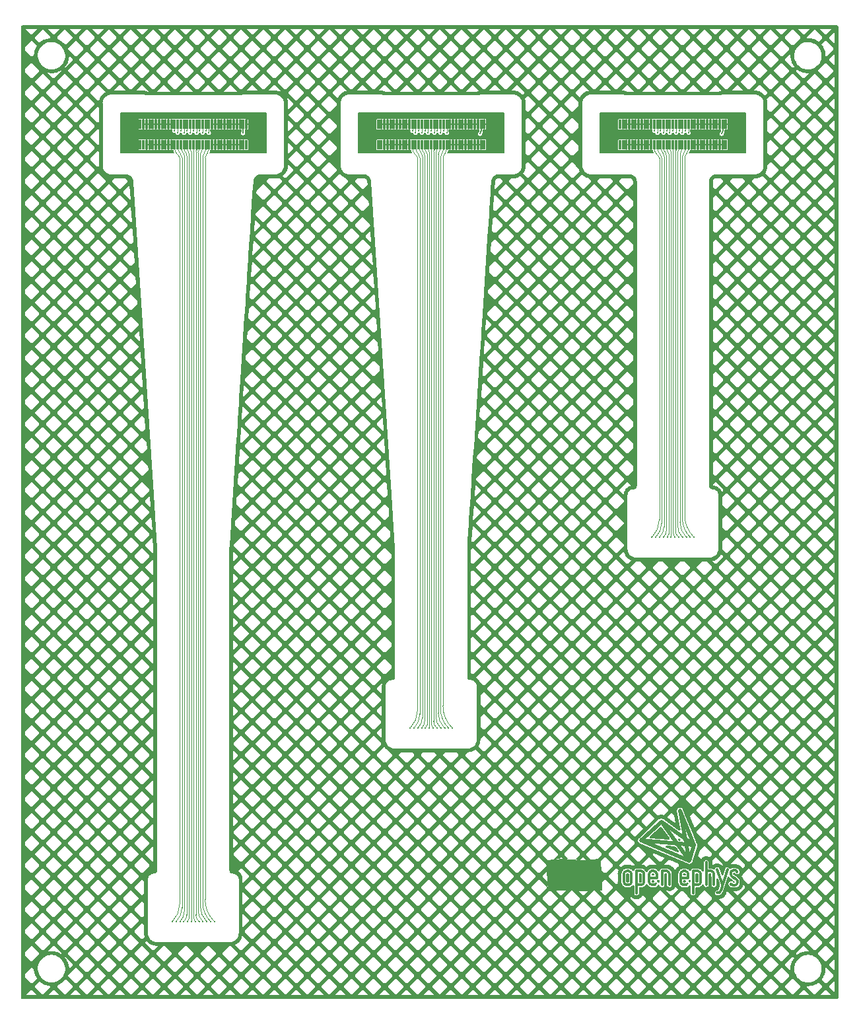
<source format=gbr>
%TF.GenerationSoftware,KiCad,Pcbnew,(6.0.0)*%
%TF.CreationDate,2022-03-28T07:33:37-07:00*%
%TF.ProjectId,flex-24_panel,666c6578-2d32-4345-9f70-616e656c2e6b,A*%
%TF.SameCoordinates,Original*%
%TF.FileFunction,Copper,L1,Top*%
%TF.FilePolarity,Positive*%
%FSLAX46Y46*%
G04 Gerber Fmt 4.6, Leading zero omitted, Abs format (unit mm)*
G04 Created by KiCad (PCBNEW (6.0.0)) date 2022-03-28 07:33:37*
%MOMM*%
%LPD*%
G01*
G04 APERTURE LIST*
G04 Aperture macros list*
%AMRoundRect*
0 Rectangle with rounded corners*
0 $1 Rounding radius*
0 $2 $3 $4 $5 $6 $7 $8 $9 X,Y pos of 4 corners*
0 Add a 4 corners polygon primitive as box body*
4,1,4,$2,$3,$4,$5,$6,$7,$8,$9,$2,$3,0*
0 Add four circle primitives for the rounded corners*
1,1,$1+$1,$2,$3*
1,1,$1+$1,$4,$5*
1,1,$1+$1,$6,$7*
1,1,$1+$1,$8,$9*
0 Add four rect primitives between the rounded corners*
20,1,$1+$1,$2,$3,$4,$5,0*
20,1,$1+$1,$4,$5,$6,$7,0*
20,1,$1+$1,$6,$7,$8,$9,0*
20,1,$1+$1,$8,$9,$2,$3,0*%
G04 Aperture macros list end*
%TA.AperFunction,EtchedComponent*%
%ADD10C,0.360000*%
%TD*%
%TA.AperFunction,EtchedComponent*%
%ADD11C,0.550000*%
%TD*%
%TA.AperFunction,SMDPad,CuDef*%
%ADD12RoundRect,0.010000X-0.090000X-0.560000X0.090000X-0.560000X0.090000X0.560000X-0.090000X0.560000X0*%
%TD*%
%TA.AperFunction,ViaPad*%
%ADD13C,0.300000*%
%TD*%
%TA.AperFunction,Conductor*%
%ADD14C,0.200000*%
%TD*%
%TA.AperFunction,Conductor*%
%ADD15C,0.101600*%
%TD*%
G04 APERTURE END LIST*
D10*
%TO.C,*%
X174025000Y-140980000D02*
X174025000Y-139940000D01*
X185925000Y-139600000D02*
X185965000Y-139660000D01*
D11*
X179845000Y-138260000D02*
X180445000Y-136260000D01*
D10*
X186005000Y-141020000D02*
X186005000Y-140920000D01*
X173665000Y-139580000D02*
X173065000Y-139580000D01*
X175645000Y-139980000D02*
X175645000Y-140460000D01*
X176925000Y-139580000D02*
X176325000Y-139580000D01*
X182005000Y-141320000D02*
X182005000Y-138480000D01*
X185305000Y-141360000D02*
X185205000Y-141300000D01*
X174685000Y-139940000D02*
X174685000Y-140980000D01*
X185125000Y-139980000D02*
X185145000Y-140080000D01*
D11*
X179845000Y-138260000D02*
X178645000Y-131860000D01*
D10*
X181285000Y-140980000D02*
X181285000Y-139940000D01*
X180325000Y-139580000D02*
X180325000Y-141340000D01*
X183525000Y-142380000D02*
X183425000Y-142380000D01*
D11*
X173645000Y-135660000D02*
X180445000Y-136260000D01*
X173645000Y-135660000D02*
X176245000Y-133260000D01*
D10*
X185825000Y-139540000D02*
X185925000Y-139600000D01*
X185725000Y-139500000D02*
X185485000Y-139500000D01*
X171865000Y-141340000D02*
X171985000Y-141340000D01*
X173065000Y-141340000D02*
X173665000Y-141340000D01*
X173065000Y-139580000D02*
X173065000Y-141340000D01*
X183425000Y-139400000D02*
X184085000Y-141320000D01*
X183845000Y-142140000D02*
X183705000Y-142340000D01*
X182605000Y-139580000D02*
X182145000Y-139580000D01*
X183705000Y-142340000D02*
X183525000Y-142380000D01*
X185385000Y-141400000D02*
X185305000Y-141360000D01*
D11*
X176245000Y-133260000D02*
X179845000Y-138260000D01*
D10*
X171835000Y-139580000D02*
X172045000Y-139580000D01*
X185165000Y-141240000D02*
X185165000Y-141200000D01*
X186005000Y-140920000D02*
X185985000Y-140820000D01*
D11*
X179845000Y-138260000D02*
X173645000Y-135660000D01*
D10*
X179685000Y-139980000D02*
X179685000Y-140460000D01*
X176325000Y-139580000D02*
X176325000Y-141340000D01*
X185965000Y-139660000D02*
X185965000Y-139700000D01*
X185805000Y-140640000D02*
X185485000Y-140400000D01*
X185225000Y-140200000D02*
X185545000Y-140440000D01*
X173065000Y-141360000D02*
X173065000Y-142400000D01*
X185145000Y-140080000D02*
X185225000Y-140200000D01*
X185205000Y-141300000D02*
X185165000Y-141240000D01*
X185405000Y-141400000D02*
X185645000Y-141400000D01*
X185125000Y-139880000D02*
X185125000Y-139980000D01*
D11*
X180445000Y-136260000D02*
X176245000Y-133260000D01*
D10*
X180325000Y-141360000D02*
X180325000Y-142400000D01*
X182985000Y-141340000D02*
X182965000Y-139940000D01*
X175285000Y-139580000D02*
X175045000Y-139580000D01*
X179325000Y-139580000D02*
X179085000Y-139580000D01*
X184705000Y-139400000D02*
X183865000Y-142100000D01*
X178845000Y-140460000D02*
X179685000Y-140460000D01*
X180925000Y-139580000D02*
X180325000Y-139580000D01*
X174805000Y-140460000D02*
X175645000Y-140460000D01*
X179085000Y-141340000D02*
X179445000Y-141340000D01*
X185745000Y-139500000D02*
X185825000Y-139540000D01*
X185985000Y-140820000D02*
X185805000Y-140640000D01*
X172395000Y-140980000D02*
X172395000Y-139940000D01*
X171445000Y-139940000D02*
X171445000Y-140980000D01*
X180325000Y-141340000D02*
X180925000Y-141340000D01*
X178725000Y-139940000D02*
X178725000Y-140980000D01*
X177285000Y-141340000D02*
X177285000Y-139940000D01*
D11*
X178645000Y-131860000D02*
X180445000Y-136260000D01*
D10*
X175045000Y-141340000D02*
X175405000Y-141340000D01*
X174025000Y-139940000D02*
G75*
G03*
X173665000Y-139580000I-360002J-2D01*
G01*
X179445000Y-141340000D02*
G75*
G03*
X179585000Y-141200000I0J140000D01*
G01*
X179685000Y-139940000D02*
G75*
G03*
X179325000Y-139580000I-360002J-2D01*
G01*
X175405000Y-141340000D02*
G75*
G03*
X175545000Y-141200000I0J140000D01*
G01*
X174685000Y-140980000D02*
G75*
G03*
X175045000Y-141340000I360002J2D01*
G01*
X181285000Y-139940000D02*
G75*
G03*
X180925000Y-139580000I-360002J-2D01*
G01*
X178725000Y-140980000D02*
G75*
G03*
X179085000Y-141340000I360002J2D01*
G01*
X177285000Y-139940000D02*
G75*
G03*
X176925000Y-139580000I-360002J-2D01*
G01*
X180925000Y-141340000D02*
G75*
G03*
X181285000Y-140980000I-2J360002D01*
G01*
X185645000Y-141400000D02*
G75*
G03*
X186005000Y-141040000I-2J360002D01*
G01*
X172035000Y-141340000D02*
G75*
G03*
X172395000Y-140980000I-2J360002D01*
G01*
X185485000Y-139500000D02*
G75*
G03*
X185125000Y-139860000I2J-360002D01*
G01*
X175645000Y-139940000D02*
G75*
G03*
X175285000Y-139580000I-360002J-2D01*
G01*
X175045000Y-139580000D02*
G75*
G03*
X174685000Y-139940000I2J-360002D01*
G01*
X173665000Y-141340000D02*
G75*
G03*
X174025000Y-140980000I-2J360002D01*
G01*
X171445000Y-140980000D02*
G75*
G03*
X171805000Y-141340000I360002J2D01*
G01*
X171805000Y-139580000D02*
G75*
G03*
X171445000Y-139940000I2J-360002D01*
G01*
X182965000Y-139940000D02*
G75*
G03*
X182605000Y-139580000I-360002J-2D01*
G01*
X172395000Y-139940000D02*
G75*
G03*
X172035000Y-139580000I-360002J-2D01*
G01*
X179085000Y-139580000D02*
G75*
G03*
X178725000Y-139940000I2J-360002D01*
G01*
%TD*%
D12*
%TO.P,J2,1,Pin_1*%
%TO.N,unconnected-(J2-Pad1)*%
X170930000Y-43865864D03*
%TO.P,J2,2,Pin_2*%
%TO.N,unconnected-(J2-Pad2)*%
X170930000Y-46505864D03*
%TO.P,J2,3,Pin_3*%
%TO.N,GNDA*%
X171330000Y-43865864D03*
%TO.P,J2,4,Pin_4*%
%TO.N,unconnected-(J2-Pad4)*%
X171330000Y-46505864D03*
%TO.P,J2,5,Pin_5*%
%TO.N,GNDA*%
X171730000Y-43865864D03*
%TO.P,J2,6,Pin_6*%
X171730000Y-46505864D03*
%TO.P,J2,7,Pin_7*%
X172130000Y-43865864D03*
%TO.P,J2,8,Pin_8*%
X172130000Y-46505864D03*
%TO.P,J2,9,Pin_9*%
X172530000Y-43865864D03*
%TO.P,J2,10,Pin_10*%
X172530000Y-46505864D03*
%TO.P,J2,11,Pin_11*%
X172930000Y-43865864D03*
%TO.P,J2,12,Pin_12*%
X172930000Y-46505864D03*
%TO.P,J2,13,Pin_13*%
X173330000Y-43865864D03*
%TO.P,J2,14,Pin_14*%
X173330000Y-46505864D03*
%TO.P,J2,15,Pin_15*%
X173730000Y-43865864D03*
%TO.P,J2,16,Pin_16*%
X173730000Y-46505864D03*
%TO.P,J2,17,Pin_17*%
X174130000Y-43865864D03*
%TO.P,J2,18,Pin_18*%
X174130000Y-46505864D03*
%TO.P,J2,19,Pin_19*%
X174530000Y-43865864D03*
%TO.P,J2,20,Pin_20*%
X174530000Y-46505864D03*
%TO.P,J2,21,Pin_21*%
X174930000Y-43865864D03*
%TO.P,J2,22,Pin_22*%
X174930000Y-46505864D03*
%TO.P,J2,23,Pin_23*%
%TO.N,/E13*%
X175330000Y-43865864D03*
%TO.P,J2,24,Pin_24*%
%TO.N,/E1*%
X175330000Y-46505864D03*
%TO.P,J2,25,Pin_25*%
%TO.N,/E14*%
X175730000Y-43865864D03*
%TO.P,J2,26,Pin_26*%
%TO.N,/E2*%
X175730000Y-46505864D03*
%TO.P,J2,27,Pin_27*%
%TO.N,/E15*%
X176130000Y-43865864D03*
%TO.P,J2,28,Pin_28*%
%TO.N,/E3*%
X176130000Y-46505864D03*
%TO.P,J2,29,Pin_29*%
%TO.N,/E16*%
X176530000Y-43865864D03*
%TO.P,J2,30,Pin_30*%
%TO.N,/E4*%
X176530000Y-46505864D03*
%TO.P,J2,31,Pin_31*%
%TO.N,/E17*%
X176930000Y-43865864D03*
%TO.P,J2,32,Pin_32*%
%TO.N,/E5*%
X176930000Y-46505864D03*
%TO.P,J2,33,Pin_33*%
%TO.N,/E18*%
X177330000Y-43865864D03*
%TO.P,J2,34,Pin_34*%
%TO.N,/E6*%
X177330000Y-46505864D03*
%TO.P,J2,35,Pin_35*%
%TO.N,/E19*%
X177730000Y-43865864D03*
%TO.P,J2,36,Pin_36*%
%TO.N,/E7*%
X177730000Y-46505864D03*
%TO.P,J2,37,Pin_37*%
%TO.N,/E20*%
X178130000Y-43865864D03*
%TO.P,J2,38,Pin_38*%
%TO.N,/E8*%
X178130000Y-46505864D03*
%TO.P,J2,39,Pin_39*%
%TO.N,/E21*%
X178530000Y-43865864D03*
%TO.P,J2,40,Pin_40*%
%TO.N,/E9*%
X178530000Y-46505864D03*
%TO.P,J2,41,Pin_41*%
%TO.N,/E22*%
X178930000Y-43865864D03*
%TO.P,J2,42,Pin_42*%
%TO.N,/E10*%
X178930000Y-46505864D03*
%TO.P,J2,43,Pin_43*%
%TO.N,/E23*%
X179330000Y-43865864D03*
%TO.P,J2,44,Pin_44*%
%TO.N,/E11*%
X179330000Y-46505864D03*
%TO.P,J2,45,Pin_45*%
%TO.N,/E24*%
X179730000Y-43865864D03*
%TO.P,J2,46,Pin_46*%
%TO.N,/E12*%
X179730000Y-46505864D03*
%TO.P,J2,47,Pin_47*%
%TO.N,GNDA*%
X180130000Y-43865864D03*
%TO.P,J2,48,Pin_48*%
X180130000Y-46505864D03*
%TO.P,J2,49,Pin_49*%
X180530000Y-43865864D03*
%TO.P,J2,50,Pin_50*%
X180530000Y-46505864D03*
%TO.P,J2,51,Pin_51*%
X180930000Y-43865864D03*
%TO.P,J2,52,Pin_52*%
X180930000Y-46505864D03*
%TO.P,J2,53,Pin_53*%
X181330000Y-43865864D03*
%TO.P,J2,54,Pin_54*%
X181330000Y-46505864D03*
%TO.P,J2,55,Pin_55*%
X181730000Y-43865864D03*
%TO.P,J2,56,Pin_56*%
X181730000Y-46505864D03*
%TO.P,J2,57,Pin_57*%
X182130000Y-43865864D03*
%TO.P,J2,58,Pin_58*%
X182130000Y-46505864D03*
%TO.P,J2,59,Pin_59*%
X182530000Y-43865864D03*
%TO.P,J2,60,Pin_60*%
X182530000Y-46505864D03*
%TO.P,J2,61,Pin_61*%
X182930000Y-43865864D03*
%TO.P,J2,62,Pin_62*%
X182930000Y-46505864D03*
%TO.P,J2,63,Pin_63*%
X183330000Y-43865864D03*
%TO.P,J2,64,Pin_64*%
X183330000Y-46505864D03*
%TO.P,J2,65,Pin_65*%
X183730000Y-43865864D03*
%TO.P,J2,66,Pin_66*%
X183730000Y-46505864D03*
%TO.P,J2,67,Pin_67*%
%TO.N,/REF*%
X184130000Y-43865864D03*
%TO.P,J2,68,Pin_68*%
%TO.N,GNDA*%
X184130000Y-46505864D03*
%TO.P,J2,69,Pin_69*%
X184530000Y-43865864D03*
%TO.P,J2,70,Pin_70*%
%TO.N,unconnected-(J2-Pad70)*%
X184530000Y-46505864D03*
%TD*%
%TO.P,J2,1,Pin_1*%
%TO.N,unconnected-(J2-Pad1)*%
X109430000Y-43865864D03*
%TO.P,J2,2,Pin_2*%
%TO.N,unconnected-(J2-Pad2)*%
X109430000Y-46505864D03*
%TO.P,J2,3,Pin_3*%
%TO.N,GNDA*%
X109830000Y-43865864D03*
%TO.P,J2,4,Pin_4*%
%TO.N,unconnected-(J2-Pad4)*%
X109830000Y-46505864D03*
%TO.P,J2,5,Pin_5*%
%TO.N,GNDA*%
X110230000Y-43865864D03*
%TO.P,J2,6,Pin_6*%
X110230000Y-46505864D03*
%TO.P,J2,7,Pin_7*%
X110630000Y-43865864D03*
%TO.P,J2,8,Pin_8*%
X110630000Y-46505864D03*
%TO.P,J2,9,Pin_9*%
X111030000Y-43865864D03*
%TO.P,J2,10,Pin_10*%
X111030000Y-46505864D03*
%TO.P,J2,11,Pin_11*%
X111430000Y-43865864D03*
%TO.P,J2,12,Pin_12*%
X111430000Y-46505864D03*
%TO.P,J2,13,Pin_13*%
X111830000Y-43865864D03*
%TO.P,J2,14,Pin_14*%
X111830000Y-46505864D03*
%TO.P,J2,15,Pin_15*%
X112230000Y-43865864D03*
%TO.P,J2,16,Pin_16*%
X112230000Y-46505864D03*
%TO.P,J2,17,Pin_17*%
X112630000Y-43865864D03*
%TO.P,J2,18,Pin_18*%
X112630000Y-46505864D03*
%TO.P,J2,19,Pin_19*%
X113030000Y-43865864D03*
%TO.P,J2,20,Pin_20*%
X113030000Y-46505864D03*
%TO.P,J2,21,Pin_21*%
X113430000Y-43865864D03*
%TO.P,J2,22,Pin_22*%
X113430000Y-46505864D03*
%TO.P,J2,23,Pin_23*%
%TO.N,/E13*%
X113830000Y-43865864D03*
%TO.P,J2,24,Pin_24*%
%TO.N,/E1*%
X113830000Y-46505864D03*
%TO.P,J2,25,Pin_25*%
%TO.N,/E14*%
X114230000Y-43865864D03*
%TO.P,J2,26,Pin_26*%
%TO.N,/E2*%
X114230000Y-46505864D03*
%TO.P,J2,27,Pin_27*%
%TO.N,/E15*%
X114630000Y-43865864D03*
%TO.P,J2,28,Pin_28*%
%TO.N,/E3*%
X114630000Y-46505864D03*
%TO.P,J2,29,Pin_29*%
%TO.N,/E16*%
X115030000Y-43865864D03*
%TO.P,J2,30,Pin_30*%
%TO.N,/E4*%
X115030000Y-46505864D03*
%TO.P,J2,31,Pin_31*%
%TO.N,/E17*%
X115430000Y-43865864D03*
%TO.P,J2,32,Pin_32*%
%TO.N,/E5*%
X115430000Y-46505864D03*
%TO.P,J2,33,Pin_33*%
%TO.N,/E18*%
X115830000Y-43865864D03*
%TO.P,J2,34,Pin_34*%
%TO.N,/E6*%
X115830000Y-46505864D03*
%TO.P,J2,35,Pin_35*%
%TO.N,/E19*%
X116230000Y-43865864D03*
%TO.P,J2,36,Pin_36*%
%TO.N,/E7*%
X116230000Y-46505864D03*
%TO.P,J2,37,Pin_37*%
%TO.N,/E20*%
X116630000Y-43865864D03*
%TO.P,J2,38,Pin_38*%
%TO.N,/E8*%
X116630000Y-46505864D03*
%TO.P,J2,39,Pin_39*%
%TO.N,/E21*%
X117030000Y-43865864D03*
%TO.P,J2,40,Pin_40*%
%TO.N,/E9*%
X117030000Y-46505864D03*
%TO.P,J2,41,Pin_41*%
%TO.N,/E22*%
X117430000Y-43865864D03*
%TO.P,J2,42,Pin_42*%
%TO.N,/E10*%
X117430000Y-46505864D03*
%TO.P,J2,43,Pin_43*%
%TO.N,/E23*%
X117830000Y-43865864D03*
%TO.P,J2,44,Pin_44*%
%TO.N,/E11*%
X117830000Y-46505864D03*
%TO.P,J2,45,Pin_45*%
%TO.N,/E24*%
X118230000Y-43865864D03*
%TO.P,J2,46,Pin_46*%
%TO.N,/E12*%
X118230000Y-46505864D03*
%TO.P,J2,47,Pin_47*%
%TO.N,GNDA*%
X118630000Y-43865864D03*
%TO.P,J2,48,Pin_48*%
X118630000Y-46505864D03*
%TO.P,J2,49,Pin_49*%
X119030000Y-43865864D03*
%TO.P,J2,50,Pin_50*%
X119030000Y-46505864D03*
%TO.P,J2,51,Pin_51*%
X119430000Y-43865864D03*
%TO.P,J2,52,Pin_52*%
X119430000Y-46505864D03*
%TO.P,J2,53,Pin_53*%
X119830000Y-43865864D03*
%TO.P,J2,54,Pin_54*%
X119830000Y-46505864D03*
%TO.P,J2,55,Pin_55*%
X120230000Y-43865864D03*
%TO.P,J2,56,Pin_56*%
X120230000Y-46505864D03*
%TO.P,J2,57,Pin_57*%
X120630000Y-43865864D03*
%TO.P,J2,58,Pin_58*%
X120630000Y-46505864D03*
%TO.P,J2,59,Pin_59*%
X121030000Y-43865864D03*
%TO.P,J2,60,Pin_60*%
X121030000Y-46505864D03*
%TO.P,J2,61,Pin_61*%
X121430000Y-43865864D03*
%TO.P,J2,62,Pin_62*%
X121430000Y-46505864D03*
%TO.P,J2,63,Pin_63*%
X121830000Y-43865864D03*
%TO.P,J2,64,Pin_64*%
X121830000Y-46505864D03*
%TO.P,J2,65,Pin_65*%
X122230000Y-43865864D03*
%TO.P,J2,66,Pin_66*%
X122230000Y-46505864D03*
%TO.P,J2,67,Pin_67*%
%TO.N,/REF*%
X122630000Y-43865864D03*
%TO.P,J2,68,Pin_68*%
%TO.N,GNDA*%
X122630000Y-46505864D03*
%TO.P,J2,69,Pin_69*%
X123030000Y-43865864D03*
%TO.P,J2,70,Pin_70*%
%TO.N,unconnected-(J2-Pad70)*%
X123030000Y-46505864D03*
%TD*%
%TO.P,J2,1,Pin_1*%
%TO.N,unconnected-(J2-Pad1)*%
X139930000Y-43865864D03*
%TO.P,J2,2,Pin_2*%
%TO.N,unconnected-(J2-Pad2)*%
X139930000Y-46505864D03*
%TO.P,J2,3,Pin_3*%
%TO.N,GNDA*%
X140330000Y-43865864D03*
%TO.P,J2,4,Pin_4*%
%TO.N,unconnected-(J2-Pad4)*%
X140330000Y-46505864D03*
%TO.P,J2,5,Pin_5*%
%TO.N,GNDA*%
X140730000Y-43865864D03*
%TO.P,J2,6,Pin_6*%
X140730000Y-46505864D03*
%TO.P,J2,7,Pin_7*%
X141130000Y-43865864D03*
%TO.P,J2,8,Pin_8*%
X141130000Y-46505864D03*
%TO.P,J2,9,Pin_9*%
X141530000Y-43865864D03*
%TO.P,J2,10,Pin_10*%
X141530000Y-46505864D03*
%TO.P,J2,11,Pin_11*%
X141930000Y-43865864D03*
%TO.P,J2,12,Pin_12*%
X141930000Y-46505864D03*
%TO.P,J2,13,Pin_13*%
X142330000Y-43865864D03*
%TO.P,J2,14,Pin_14*%
X142330000Y-46505864D03*
%TO.P,J2,15,Pin_15*%
X142730000Y-43865864D03*
%TO.P,J2,16,Pin_16*%
X142730000Y-46505864D03*
%TO.P,J2,17,Pin_17*%
X143130000Y-43865864D03*
%TO.P,J2,18,Pin_18*%
X143130000Y-46505864D03*
%TO.P,J2,19,Pin_19*%
X143530000Y-43865864D03*
%TO.P,J2,20,Pin_20*%
X143530000Y-46505864D03*
%TO.P,J2,21,Pin_21*%
X143930000Y-43865864D03*
%TO.P,J2,22,Pin_22*%
X143930000Y-46505864D03*
%TO.P,J2,23,Pin_23*%
%TO.N,/E13*%
X144330000Y-43865864D03*
%TO.P,J2,24,Pin_24*%
%TO.N,/E1*%
X144330000Y-46505864D03*
%TO.P,J2,25,Pin_25*%
%TO.N,/E14*%
X144730000Y-43865864D03*
%TO.P,J2,26,Pin_26*%
%TO.N,/E2*%
X144730000Y-46505864D03*
%TO.P,J2,27,Pin_27*%
%TO.N,/E15*%
X145130000Y-43865864D03*
%TO.P,J2,28,Pin_28*%
%TO.N,/E3*%
X145130000Y-46505864D03*
%TO.P,J2,29,Pin_29*%
%TO.N,/E16*%
X145530000Y-43865864D03*
%TO.P,J2,30,Pin_30*%
%TO.N,/E4*%
X145530000Y-46505864D03*
%TO.P,J2,31,Pin_31*%
%TO.N,/E17*%
X145930000Y-43865864D03*
%TO.P,J2,32,Pin_32*%
%TO.N,/E5*%
X145930000Y-46505864D03*
%TO.P,J2,33,Pin_33*%
%TO.N,/E18*%
X146330000Y-43865864D03*
%TO.P,J2,34,Pin_34*%
%TO.N,/E6*%
X146330000Y-46505864D03*
%TO.P,J2,35,Pin_35*%
%TO.N,/E19*%
X146730000Y-43865864D03*
%TO.P,J2,36,Pin_36*%
%TO.N,/E7*%
X146730000Y-46505864D03*
%TO.P,J2,37,Pin_37*%
%TO.N,/E20*%
X147130000Y-43865864D03*
%TO.P,J2,38,Pin_38*%
%TO.N,/E8*%
X147130000Y-46505864D03*
%TO.P,J2,39,Pin_39*%
%TO.N,/E21*%
X147530000Y-43865864D03*
%TO.P,J2,40,Pin_40*%
%TO.N,/E9*%
X147530000Y-46505864D03*
%TO.P,J2,41,Pin_41*%
%TO.N,/E22*%
X147930000Y-43865864D03*
%TO.P,J2,42,Pin_42*%
%TO.N,/E10*%
X147930000Y-46505864D03*
%TO.P,J2,43,Pin_43*%
%TO.N,/E23*%
X148330000Y-43865864D03*
%TO.P,J2,44,Pin_44*%
%TO.N,/E11*%
X148330000Y-46505864D03*
%TO.P,J2,45,Pin_45*%
%TO.N,/E24*%
X148730000Y-43865864D03*
%TO.P,J2,46,Pin_46*%
%TO.N,/E12*%
X148730000Y-46505864D03*
%TO.P,J2,47,Pin_47*%
%TO.N,GNDA*%
X149130000Y-43865864D03*
%TO.P,J2,48,Pin_48*%
X149130000Y-46505864D03*
%TO.P,J2,49,Pin_49*%
X149530000Y-43865864D03*
%TO.P,J2,50,Pin_50*%
X149530000Y-46505864D03*
%TO.P,J2,51,Pin_51*%
X149930000Y-43865864D03*
%TO.P,J2,52,Pin_52*%
X149930000Y-46505864D03*
%TO.P,J2,53,Pin_53*%
X150330000Y-43865864D03*
%TO.P,J2,54,Pin_54*%
X150330000Y-46505864D03*
%TO.P,J2,55,Pin_55*%
X150730000Y-43865864D03*
%TO.P,J2,56,Pin_56*%
X150730000Y-46505864D03*
%TO.P,J2,57,Pin_57*%
X151130000Y-43865864D03*
%TO.P,J2,58,Pin_58*%
X151130000Y-46505864D03*
%TO.P,J2,59,Pin_59*%
X151530000Y-43865864D03*
%TO.P,J2,60,Pin_60*%
X151530000Y-46505864D03*
%TO.P,J2,61,Pin_61*%
X151930000Y-43865864D03*
%TO.P,J2,62,Pin_62*%
X151930000Y-46505864D03*
%TO.P,J2,63,Pin_63*%
X152330000Y-43865864D03*
%TO.P,J2,64,Pin_64*%
X152330000Y-46505864D03*
%TO.P,J2,65,Pin_65*%
X152730000Y-43865864D03*
%TO.P,J2,66,Pin_66*%
X152730000Y-46505864D03*
%TO.P,J2,67,Pin_67*%
%TO.N,/REF*%
X153130000Y-43865864D03*
%TO.P,J2,68,Pin_68*%
%TO.N,GNDA*%
X153130000Y-46505864D03*
%TO.P,J2,69,Pin_69*%
X153530000Y-43865864D03*
%TO.P,J2,70,Pin_70*%
%TO.N,unconnected-(J2-Pad70)*%
X153530000Y-46505864D03*
%TD*%
D13*
%TO.N,/REF*%
X122600000Y-45000000D03*
%TO.N,/E12*%
X149447274Y-121265865D03*
X180447274Y-96815864D03*
X118947274Y-146075376D03*
%TO.N,/E24*%
X179730000Y-44985864D03*
X118230000Y-44985864D03*
X148730000Y-44985864D03*
%TO.N,/E11*%
X148955454Y-121265865D03*
X118455454Y-146075376D03*
X179955454Y-96815864D03*
%TO.N,/E23*%
X179330000Y-44685864D03*
X117830000Y-44685864D03*
X148330000Y-44685864D03*
%TO.N,/E10*%
X117963636Y-146075376D03*
X179463636Y-96815864D03*
X148463636Y-121265865D03*
%TO.N,/E22*%
X117430000Y-44985864D03*
X178930000Y-44985864D03*
X147930000Y-44985864D03*
%TO.N,/E9*%
X117471818Y-146075376D03*
X147971818Y-121265865D03*
X178971818Y-96815864D03*
%TO.N,/E21*%
X147530000Y-44685864D03*
X178530000Y-44685864D03*
X117030000Y-44685864D03*
%TO.N,/E8*%
X178480000Y-96815864D03*
X116980000Y-146075376D03*
X147480000Y-121265865D03*
%TO.N,/E20*%
X147130000Y-44985864D03*
X116630000Y-44985864D03*
X178130000Y-44985864D03*
%TO.N,/E7*%
X177988182Y-96815864D03*
X146988182Y-121265865D03*
X116488182Y-146075376D03*
%TO.N,/E19*%
X116230000Y-44685864D03*
X146730000Y-44685864D03*
X177730000Y-44685864D03*
%TO.N,/E6*%
X177496364Y-96815864D03*
X115996364Y-146075376D03*
X146496364Y-121265865D03*
%TO.N,/E18*%
X146330000Y-44985864D03*
X115830000Y-44985864D03*
X177330000Y-44985864D03*
%TO.N,/E5*%
X115504546Y-146075376D03*
X177004546Y-96815864D03*
X146004546Y-121265865D03*
%TO.N,/E17*%
X145930000Y-44685864D03*
X176930000Y-44685864D03*
X115430000Y-44685864D03*
%TO.N,/E4*%
X115012728Y-146075376D03*
X145512728Y-121265865D03*
X176512728Y-96815864D03*
%TO.N,/E16*%
X145530000Y-44985864D03*
X176530000Y-44985864D03*
X115030000Y-44985864D03*
%TO.N,/E3*%
X114520910Y-146075376D03*
X145020910Y-121265865D03*
X176020910Y-96815864D03*
%TO.N,/E15*%
X114630000Y-44685864D03*
X145130000Y-44685864D03*
X176130000Y-44685864D03*
%TO.N,/E2*%
X175529092Y-96815864D03*
X144529092Y-121265865D03*
X114029092Y-146075376D03*
%TO.N,/E14*%
X175730000Y-44985864D03*
X144730000Y-44985864D03*
X114230000Y-44985864D03*
%TO.N,/E1*%
X113537274Y-146075376D03*
X144037274Y-121265865D03*
X175037274Y-96815864D03*
%TO.N,/E13*%
X113830000Y-44685864D03*
X144330000Y-44685864D03*
X175330000Y-44685864D03*
%TO.N,GNDA*%
X137730000Y-43185864D03*
X143730000Y-45185864D03*
X107230000Y-47185864D03*
X168730000Y-47185864D03*
X111230000Y-45185864D03*
X184730000Y-45185864D03*
X155730000Y-47185864D03*
X186730000Y-47185864D03*
X186730000Y-43185864D03*
X151730000Y-45185864D03*
X109230000Y-45185864D03*
X174730000Y-45185864D03*
X121230000Y-45185864D03*
X125230000Y-45185864D03*
X113230000Y-45185864D03*
X123230000Y-45185864D03*
X155730000Y-45185864D03*
X186730000Y-45185864D03*
X125230000Y-47185864D03*
X168730000Y-45185864D03*
X141730000Y-45185864D03*
X139730000Y-45185864D03*
X172730000Y-45185864D03*
X137730000Y-47185864D03*
X180730000Y-45185864D03*
X182730000Y-45185864D03*
X170730000Y-45185864D03*
X125230000Y-43185864D03*
X153730000Y-45185864D03*
X155730000Y-43185864D03*
X107230000Y-45185864D03*
X168730000Y-43185864D03*
X107230000Y-43185864D03*
X137730000Y-45185864D03*
X119230000Y-45185864D03*
X149730000Y-45185864D03*
%TO.N,/REF*%
X152980000Y-45085864D03*
X183980000Y-45085864D03*
%TD*%
D14*
%TO.N,/REF*%
X122630000Y-44927574D02*
X122630000Y-43865864D01*
X122630000Y-44927574D02*
G75*
G02*
X122600000Y-45000000I-102427J1D01*
G01*
D15*
%TO.N,/E12*%
X118030000Y-47565864D02*
X117968345Y-47627519D01*
X148235000Y-118409888D02*
X148235000Y-48190864D01*
X148730000Y-47083022D02*
X148730000Y-46505864D01*
X179235000Y-93959887D02*
X179235000Y-48190864D01*
X118897274Y-146025375D02*
X118947274Y-146075376D01*
X117735000Y-48190864D02*
X117735000Y-143219399D01*
X179730000Y-46505864D02*
X179730000Y-47083022D01*
X118230000Y-46505864D02*
X118230000Y-47083022D01*
X149447274Y-121265865D02*
X149397274Y-121215864D01*
X148468345Y-47627519D02*
X148530000Y-47565864D01*
X180447274Y-96815864D02*
X180397274Y-96765863D01*
X179530000Y-47565864D02*
X179468345Y-47627519D01*
X179530000Y-47565864D02*
G75*
G03*
X179730000Y-47083022I-482839J482841D01*
G01*
X117735001Y-48190864D02*
G75*
G02*
X117968345Y-47627519I796686J2D01*
G01*
X179235001Y-48190864D02*
G75*
G02*
X179468345Y-47627519I796686J2D01*
G01*
X148235001Y-118409888D02*
G75*
G03*
X149397275Y-121215863I3968242J-2D01*
G01*
X179235001Y-93959887D02*
G75*
G03*
X180397275Y-96765862I3968242J-2D01*
G01*
X148468345Y-47627519D02*
G75*
G03*
X148235000Y-48190864I563342J-563343D01*
G01*
X118030000Y-47565864D02*
G75*
G03*
X118230000Y-47083022I-482839J482841D01*
G01*
X148729999Y-47083022D02*
G75*
G02*
X148529999Y-47565863I-682838J-1D01*
G01*
X118897274Y-146025375D02*
G75*
G02*
X117735000Y-143219399I2805969J2805974D01*
G01*
%TO.N,/E24*%
X118230000Y-43865864D02*
X118230000Y-44985864D01*
X148730000Y-43865864D02*
X148730000Y-44985864D01*
X179730000Y-43865864D02*
X179730000Y-44985864D01*
%TO.N,/E11*%
X117435000Y-143611783D02*
X117435000Y-48064919D01*
X117830000Y-47111306D02*
X117830000Y-46505864D01*
X147935000Y-48064919D02*
X147935000Y-118802272D01*
X178935000Y-48064919D02*
X178935000Y-94352271D01*
X148330000Y-46505864D02*
X148330000Y-47111306D01*
X179330000Y-46505864D02*
X179330000Y-47111306D01*
X178935000Y-48064919D02*
G75*
G02*
X179150000Y-47545864I734055J-1D01*
G01*
X147935000Y-48064919D02*
G75*
G02*
X148150000Y-47545864I734055J-1D01*
G01*
X117829999Y-47111306D02*
G75*
G02*
X117649999Y-47545863I-614552J-2D01*
G01*
X179150000Y-47545864D02*
G75*
G03*
X179330000Y-47111306I-434553J434556D01*
G01*
X148150000Y-47545864D02*
G75*
G03*
X148330000Y-47111306I-434553J434556D01*
G01*
X117435001Y-143611783D02*
G75*
G03*
X118455455Y-146075375I3484052J3D01*
G01*
X179955454Y-96815864D02*
G75*
G02*
X178935000Y-94352271I2463599J2463596D01*
G01*
X117650000Y-47545864D02*
G75*
G03*
X117435000Y-48064919I519055J-519056D01*
G01*
X148955454Y-121265865D02*
G75*
G02*
X147935000Y-118802272I2463599J2463596D01*
G01*
%TO.N,/E23*%
X148330000Y-43865864D02*
X148330000Y-44685864D01*
X117830000Y-43865864D02*
X117830000Y-44685864D01*
X179330000Y-43865864D02*
X179330000Y-44685864D01*
%TO.N,/E10*%
X117913636Y-146025375D02*
X117963636Y-146075376D01*
X147930000Y-46995448D02*
X147930000Y-46505864D01*
X178635000Y-47707640D02*
X178635000Y-94886071D01*
X178930000Y-46505864D02*
X178930000Y-46995448D01*
X117135000Y-47707640D02*
X117135000Y-144145583D01*
X148463636Y-121265865D02*
X148413636Y-121215864D01*
X147635000Y-119336072D02*
X147635000Y-47707640D01*
X117430000Y-46505864D02*
X117430000Y-46995448D01*
X179413636Y-96765863D02*
X179463636Y-96815864D01*
X179413636Y-96765863D02*
G75*
G02*
X178635000Y-94886071I1879792J1879793D01*
G01*
X147760000Y-47405864D02*
G75*
G03*
X147635000Y-47707640I301781J-301779D01*
G01*
X147635000Y-119336072D02*
G75*
G03*
X148413636Y-121215864I2658428J1D01*
G01*
X147929999Y-46995448D02*
G75*
G02*
X147760000Y-47405864I-580411J-2D01*
G01*
X178635000Y-47707640D02*
G75*
G02*
X178760000Y-47405864I426781J-3D01*
G01*
X178760000Y-47405864D02*
G75*
G03*
X178930000Y-46995448I-410412J410414D01*
G01*
X117913636Y-146025375D02*
G75*
G02*
X117135000Y-144145583I1879792J1879793D01*
G01*
X117260000Y-47405864D02*
G75*
G03*
X117430000Y-46995448I-410412J410414D01*
G01*
X117135000Y-47707640D02*
G75*
G02*
X117260000Y-47405864I426781J-3D01*
G01*
%TO.N,/E22*%
X147930000Y-43865864D02*
X147930000Y-44985864D01*
X117430000Y-43865864D02*
X117430000Y-44985864D01*
X178930000Y-43865864D02*
X178930000Y-44985864D01*
%TO.N,/E9*%
X117030000Y-47010301D02*
X117030000Y-46505864D01*
X178530000Y-46505864D02*
X178530000Y-47010301D01*
X147335000Y-47481072D02*
X147335000Y-119799162D01*
X147921817Y-121215865D02*
X147971818Y-121265865D01*
X116835000Y-144608673D02*
X116835000Y-47481072D01*
X178921817Y-96765864D02*
X178971818Y-96815864D01*
X178335000Y-47481072D02*
X178335000Y-95349161D01*
X147530000Y-46505864D02*
X147530000Y-47010301D01*
X117471818Y-146075376D02*
X117421817Y-146025376D01*
X116835001Y-144608673D02*
G75*
G03*
X117421818Y-146025375I2003524J1D01*
G01*
X116920000Y-47275864D02*
G75*
G03*
X116835000Y-47481072I205193J-205202D01*
G01*
X117029999Y-47010301D02*
G75*
G02*
X116919999Y-47275863I-375564J1D01*
G01*
X178921817Y-96765864D02*
G75*
G02*
X178335000Y-95349161I1416708J1416704D01*
G01*
X147921817Y-121215865D02*
G75*
G02*
X147335000Y-119799162I1416708J1416704D01*
G01*
X147335000Y-47481072D02*
G75*
G02*
X147420000Y-47275864I290193J6D01*
G01*
X147420000Y-47275864D02*
G75*
G03*
X147530000Y-47010301I-265565J265564D01*
G01*
X178335000Y-47481072D02*
G75*
G02*
X178420000Y-47275864I290193J6D01*
G01*
X178420000Y-47275864D02*
G75*
G03*
X178530000Y-47010301I-265565J265564D01*
G01*
%TO.N,/E21*%
X147530000Y-43865864D02*
X147530000Y-44685864D01*
X178530000Y-43865864D02*
X178530000Y-44685864D01*
X117030000Y-43865864D02*
X117030000Y-44685864D01*
%TO.N,/E8*%
X147045000Y-120376353D02*
X147045000Y-47338645D01*
X147130000Y-47133438D02*
X147130000Y-46505864D01*
X178366389Y-96702252D02*
X178480000Y-96815864D01*
X147480000Y-121265865D02*
X147366389Y-121152253D01*
X178045000Y-47338645D02*
X178045000Y-95926352D01*
X116545000Y-47338645D02*
X116545000Y-145185864D01*
X116866389Y-145961764D02*
X116980000Y-146075376D01*
X116630000Y-46505864D02*
X116630000Y-47133438D01*
X178130000Y-46505864D02*
X178130000Y-47133438D01*
X147100000Y-47205864D02*
G75*
G03*
X147045000Y-47338645I132778J-132780D01*
G01*
X147045000Y-120376353D02*
G75*
G03*
X147366389Y-121152253I1097284J-1D01*
G01*
X116545001Y-47338645D02*
G75*
G02*
X116600001Y-47205865I187777J1D01*
G01*
X116600000Y-47205864D02*
G75*
G03*
X116630000Y-47133438I-72431J72429D01*
G01*
X116866389Y-145961764D02*
G75*
G02*
X116545000Y-145185864I775895J775899D01*
G01*
X178100000Y-47205864D02*
G75*
G03*
X178130000Y-47133438I-72431J72429D01*
G01*
X147130000Y-47133438D02*
G75*
G02*
X147100000Y-47205864I-102431J3D01*
G01*
X178366389Y-96702252D02*
G75*
G02*
X178045000Y-95926352I775895J775899D01*
G01*
X178045001Y-47338645D02*
G75*
G02*
X178100001Y-47205865I187777J1D01*
G01*
%TO.N,/E20*%
X178130000Y-43865864D02*
X178130000Y-44985864D01*
X116630000Y-43865864D02*
X116630000Y-44985864D01*
X147130000Y-43865864D02*
X147130000Y-44985864D01*
%TO.N,/E7*%
X116255000Y-46530864D02*
X116230000Y-46505864D01*
X177730000Y-46505864D02*
X177730000Y-46871722D01*
X146988182Y-121265865D02*
X146958181Y-121235865D01*
X146755000Y-46530864D02*
X146730000Y-46505864D01*
X116255000Y-145554852D02*
X116255000Y-46530864D01*
X116488182Y-146075376D02*
X116458181Y-146045376D01*
X146755000Y-120745341D02*
X146755000Y-46530864D01*
X177755000Y-46932077D02*
X177755000Y-96295340D01*
X177958181Y-96785864D02*
X177988182Y-96815864D01*
X177755000Y-46932077D02*
G75*
G03*
X177740000Y-46895864I-51221J-4D01*
G01*
X177740000Y-46895864D02*
G75*
G02*
X177730000Y-46871722I24134J24139D01*
G01*
X116255001Y-145554852D02*
G75*
G03*
X116458182Y-146045375I693709J1D01*
G01*
X177958181Y-96785864D02*
G75*
G02*
X177755000Y-96295340I490529J490525D01*
G01*
X146755001Y-120745341D02*
G75*
G03*
X146958182Y-121235864I693709J1D01*
G01*
%TO.N,/E19*%
X116230000Y-43865864D02*
X116230000Y-44685864D01*
X177730000Y-43865864D02*
X177730000Y-44685864D01*
X146730000Y-43865864D02*
X146730000Y-44685864D01*
%TO.N,/E6*%
X146330000Y-46505864D02*
X146330000Y-47061012D01*
X115996364Y-146075376D02*
X115965000Y-146044012D01*
X146465000Y-121234501D02*
X146496364Y-121265865D01*
X177465000Y-96784500D02*
X177496364Y-96815864D01*
X146465000Y-47386930D02*
X146465000Y-121234501D01*
X177330000Y-46505864D02*
X177330000Y-47061012D01*
X115965000Y-146044012D02*
X115965000Y-47386930D01*
X177465000Y-47386930D02*
X177465000Y-96784500D01*
X115830000Y-47061012D02*
X115830000Y-46505864D01*
X115830001Y-47061012D02*
G75*
G03*
X115890001Y-47205863I204846J-2D01*
G01*
X177464999Y-47386930D02*
G75*
G03*
X177389999Y-47205865I-256063J1D01*
G01*
X146390000Y-47205864D02*
G75*
G02*
X146330000Y-47061012I144847J144850D01*
G01*
X177390000Y-47205864D02*
G75*
G02*
X177330000Y-47061012I144847J144850D01*
G01*
X146464999Y-47386930D02*
G75*
G03*
X146389999Y-47205865I-256063J1D01*
G01*
X115890000Y-47205864D02*
G75*
G02*
X115965000Y-47386930I-181064J-181065D01*
G01*
%TO.N,/E18*%
X115830000Y-43865864D02*
X115830000Y-44985864D01*
X146330000Y-43865864D02*
X146330000Y-44985864D01*
X177330000Y-43865864D02*
X177330000Y-44985864D01*
%TO.N,/E5*%
X115430000Y-46505864D02*
X115430000Y-47044443D01*
X176930000Y-46505864D02*
X176930000Y-47044443D01*
X145930000Y-47044443D02*
X145930000Y-46505864D01*
X115685000Y-47660067D02*
X115685000Y-145639722D01*
X146185000Y-120830211D02*
X146185000Y-47660067D01*
X177185000Y-47660067D02*
X177185000Y-96380210D01*
X115530000Y-47285864D02*
G75*
G02*
X115430000Y-47044443I241419J241421D01*
G01*
X115504546Y-146075376D02*
G75*
G03*
X115685000Y-145639722I-435661J435657D01*
G01*
X177185000Y-47660067D02*
G75*
G03*
X177030000Y-47285864I-529197J2D01*
G01*
X146030000Y-47285864D02*
G75*
G02*
X146185000Y-47660067I-374197J-374201D01*
G01*
X115685000Y-47660067D02*
G75*
G03*
X115530000Y-47285864I-529197J2D01*
G01*
X177004546Y-96815864D02*
G75*
G03*
X177185000Y-96380210I-435661J435657D01*
G01*
X146184999Y-120830211D02*
G75*
G02*
X146004545Y-121265864I-616114J3D01*
G01*
X145930000Y-47044443D02*
G75*
G03*
X146030000Y-47285864I341419J0D01*
G01*
X177030000Y-47285864D02*
G75*
G02*
X176930000Y-47044443I241419J241421D01*
G01*
%TO.N,/E17*%
X145930000Y-43865864D02*
X145930000Y-44685864D01*
X115430000Y-43865864D02*
X115430000Y-44685864D01*
X176930000Y-43865864D02*
X176930000Y-44685864D01*
%TO.N,/E4*%
X145885000Y-47901488D02*
X145885000Y-120367121D01*
X176885000Y-47901488D02*
X176885000Y-95917120D01*
X115385000Y-145176632D02*
X115385000Y-47901488D01*
X176530000Y-46505864D02*
X176530000Y-47044443D01*
X115030000Y-47044443D02*
X115030000Y-46505864D01*
X145530000Y-46505864D02*
X145530000Y-47044443D01*
X176630000Y-47285864D02*
G75*
G02*
X176530000Y-47044443I241419J241421D01*
G01*
X115030000Y-47044443D02*
G75*
G03*
X115130000Y-47285864I341419J0D01*
G01*
X115385000Y-145176632D02*
G75*
G02*
X115012728Y-146075376I-1271011J-2D01*
G01*
X176512728Y-96815864D02*
G75*
G03*
X176885000Y-95917120I-898739J898742D01*
G01*
X176884999Y-47901488D02*
G75*
G03*
X176629999Y-47285865I-870620J1D01*
G01*
X115130000Y-47285864D02*
G75*
G02*
X115385000Y-47901488I-615621J-615623D01*
G01*
X145512728Y-121265865D02*
G75*
G03*
X145885000Y-120367121I-898739J898742D01*
G01*
X145630000Y-47285864D02*
G75*
G02*
X145530000Y-47044443I241419J241421D01*
G01*
X145884999Y-47901488D02*
G75*
G03*
X145629999Y-47285865I-870620J1D01*
G01*
%TO.N,/E16*%
X115030000Y-43865864D02*
X115030000Y-44985864D01*
X176530000Y-43865864D02*
X176530000Y-44985864D01*
X145530000Y-43865864D02*
X145530000Y-44985864D01*
%TO.N,/E3*%
X176585000Y-48001488D02*
X176585000Y-95454031D01*
X176130000Y-46505864D02*
X176130000Y-46903022D01*
X114630000Y-46505864D02*
X114630000Y-46903022D01*
X145130000Y-46903022D02*
X145130000Y-46505864D01*
X115085000Y-48001488D02*
X115085000Y-144713543D01*
X145585000Y-119904032D02*
X145585000Y-48001488D01*
X145585000Y-119904032D02*
G75*
G02*
X145020910Y-121265865I-1925918J-1D01*
G01*
X115084999Y-48001488D02*
G75*
G03*
X114829999Y-47385865I-870620J1D01*
G01*
X114520910Y-146075376D02*
G75*
G03*
X115085000Y-144713543I-1361828J1361832D01*
G01*
X176330000Y-47385864D02*
G75*
G02*
X176130000Y-46903022I482839J482841D01*
G01*
X145130001Y-46903022D02*
G75*
G03*
X145330001Y-47385863I682838J-1D01*
G01*
X114830000Y-47385864D02*
G75*
G02*
X114630000Y-46903022I482839J482841D01*
G01*
X145330000Y-47385864D02*
G75*
G02*
X145585000Y-48001488I-615621J-615623D01*
G01*
X176584999Y-48001488D02*
G75*
G03*
X176329999Y-47385865I-870620J1D01*
G01*
X176020910Y-96815864D02*
G75*
G03*
X176585000Y-95454031I-1361828J1361832D01*
G01*
%TO.N,/E15*%
X145130000Y-43865864D02*
X145130000Y-44685864D01*
X114630000Y-43865864D02*
X114630000Y-44685864D01*
X176130000Y-43865864D02*
X176130000Y-44685864D01*
%TO.N,/E2*%
X175930000Y-47485864D02*
X176041048Y-47596912D01*
X175730000Y-46505864D02*
X175730000Y-47003022D01*
X144730000Y-46505864D02*
X144730000Y-47003022D01*
X114785000Y-144250453D02*
X114785000Y-48185864D01*
X145285000Y-48185864D02*
X145285000Y-119440942D01*
X114230000Y-47003022D02*
X114230000Y-46505864D01*
X144930000Y-47485864D02*
X145041048Y-47596912D01*
X114541048Y-47596912D02*
X114430000Y-47485864D01*
X176285000Y-48185864D02*
X176285000Y-94990941D01*
X175930000Y-47485864D02*
G75*
G02*
X175730000Y-47003022I482839J482841D01*
G01*
X144529092Y-121265865D02*
G75*
G03*
X145285000Y-119440942I-1824923J1824923D01*
G01*
X114784999Y-144250453D02*
G75*
G02*
X114029091Y-146075375I-2580830J0D01*
G01*
X144930000Y-47485864D02*
G75*
G02*
X144730000Y-47003022I482839J482841D01*
G01*
X175529092Y-96815864D02*
G75*
G03*
X176285000Y-94990941I-1824923J1824923D01*
G01*
X145285000Y-48185864D02*
G75*
G03*
X145041048Y-47596912I-832901J1D01*
G01*
X176285000Y-48185864D02*
G75*
G03*
X176041048Y-47596912I-832901J1D01*
G01*
X114541048Y-47596912D02*
G75*
G02*
X114785000Y-48185864I-588949J-588951D01*
G01*
X114230001Y-47003022D02*
G75*
G03*
X114430001Y-47485863I682838J-1D01*
G01*
%TO.N,/E14*%
X114230000Y-43865864D02*
X114230000Y-44985864D01*
X175730000Y-43865864D02*
X175730000Y-44985864D01*
X144730000Y-43865864D02*
X144730000Y-44985864D01*
%TO.N,/E1*%
X113830000Y-46961600D02*
X113830000Y-46505864D01*
X144330000Y-46961600D02*
X144330000Y-46505864D01*
X144985000Y-118977853D02*
X144985000Y-48230864D01*
X175630000Y-47685864D02*
X175850649Y-47906513D01*
X175330000Y-46505864D02*
X175330000Y-46961600D01*
X175985000Y-48230864D02*
X175985000Y-94527852D01*
X114350649Y-47906513D02*
X114130000Y-47685864D01*
X144850649Y-47906513D02*
X144630000Y-47685864D01*
X114485000Y-143787364D02*
X114485000Y-48230864D01*
X144330000Y-46961600D02*
G75*
G03*
X144630000Y-47685864I1024263J0D01*
G01*
X175985000Y-48230864D02*
G75*
G03*
X175850649Y-47906513I-458702J-1D01*
G01*
X114350649Y-47906513D02*
G75*
G02*
X114485000Y-48230864I-324351J-324352D01*
G01*
X175630000Y-47685864D02*
G75*
G02*
X175330000Y-46961600I724263J724264D01*
G01*
X144985000Y-118977853D02*
G75*
G02*
X144037274Y-121265865I-3235733J-1D01*
G01*
X144850649Y-47906513D02*
G75*
G02*
X144985000Y-48230864I-324351J-324352D01*
G01*
X113830000Y-46961600D02*
G75*
G03*
X114130000Y-47685864I1024263J0D01*
G01*
X175037274Y-96815864D02*
G75*
G03*
X175985000Y-94527852I-2288007J2288011D01*
G01*
X114485000Y-143787364D02*
G75*
G02*
X113537274Y-146075376I-3235733J-1D01*
G01*
%TO.N,/E13*%
X144330000Y-43865864D02*
X144330000Y-44685864D01*
X175330000Y-43865864D02*
X175330000Y-44685864D01*
X113830000Y-43865864D02*
X113830000Y-44685864D01*
D14*
%TO.N,/REF*%
X184130000Y-44723732D02*
X184130000Y-43865864D01*
X153130000Y-44723732D02*
X153130000Y-43865864D01*
X153129999Y-44723732D02*
G75*
G02*
X152979999Y-45085863I-512131J0D01*
G01*
X184129999Y-44723732D02*
G75*
G02*
X183979999Y-45085863I-512131J0D01*
G01*
%TD*%
%TA.AperFunction,NonConductor*%
G36*
X176214725Y-133925747D02*
G01*
X176268262Y-133968326D01*
X177259442Y-135344963D01*
X177281192Y-135375172D01*
X177304763Y-135442141D01*
X177288386Y-135511223D01*
X177237260Y-135560484D01*
X177167864Y-135574306D01*
X174852199Y-135369982D01*
X174786101Y-135344071D01*
X174744504Y-135286537D01*
X174740616Y-135215647D01*
X174777812Y-135151886D01*
X176080546Y-133949363D01*
X176144168Y-133917855D01*
X176214725Y-133925747D01*
G37*
%TD.AperFunction*%
%TA.AperFunction,NonConductor*%
G36*
X178589074Y-135419755D02*
G01*
X178660108Y-135470494D01*
X178703914Y-135526365D01*
X178710560Y-135597050D01*
X178677936Y-135660107D01*
X178616399Y-135695515D01*
X178575800Y-135698536D01*
X178538953Y-135695285D01*
X178472855Y-135669373D01*
X178447780Y-135643400D01*
X178413583Y-135595904D01*
X178390014Y-135528937D01*
X178406391Y-135459855D01*
X178457518Y-135410595D01*
X178527160Y-135396795D01*
X178589074Y-135419755D01*
G37*
%TD.AperFunction*%
%TA.AperFunction,NonConductor*%
G36*
X177994263Y-136440293D02*
G01*
X178060361Y-136466205D01*
X178085439Y-136492182D01*
X178097609Y-136509085D01*
X178444867Y-136991389D01*
X178468438Y-137058358D01*
X178452061Y-137127440D01*
X178400935Y-137176701D01*
X178331292Y-137190501D01*
X178293890Y-137181208D01*
X177102250Y-136681488D01*
X176882036Y-136589140D01*
X176826951Y-136544351D01*
X176804826Y-136476890D01*
X176822685Y-136408176D01*
X176874858Y-136360026D01*
X176941838Y-136347432D01*
X177994263Y-136440293D01*
G37*
%TD.AperFunction*%
%TA.AperFunction,NonConductor*%
G36*
X179327121Y-139900002D02*
G01*
X179373614Y-139953658D01*
X179385000Y-140006000D01*
X179385000Y-140034000D01*
X179364998Y-140102121D01*
X179311342Y-140148614D01*
X179259000Y-140160000D01*
X179151000Y-140160000D01*
X179082879Y-140139998D01*
X179036386Y-140086342D01*
X179025000Y-140034000D01*
X179025000Y-140006000D01*
X179045002Y-139937879D01*
X179098658Y-139891386D01*
X179151000Y-139880000D01*
X179259000Y-139880000D01*
X179327121Y-139900002D01*
G37*
%TD.AperFunction*%
%TA.AperFunction,NonConductor*%
G36*
X179978984Y-140732248D02*
G01*
X180018922Y-140790945D01*
X180025000Y-140829606D01*
X180025000Y-140907374D01*
X180004998Y-140975495D01*
X179951342Y-141021988D01*
X179881068Y-141032092D01*
X179818011Y-141003897D01*
X179760824Y-140955911D01*
X179721498Y-140896803D01*
X179720372Y-140825815D01*
X179757803Y-140765488D01*
X179790346Y-140745577D01*
X179794870Y-140744735D01*
X179824716Y-140726338D01*
X179835472Y-140720412D01*
X179843668Y-140716406D01*
X179913651Y-140704461D01*
X179978984Y-140732248D01*
G37*
%TD.AperFunction*%
%TA.AperFunction,NonConductor*%
G36*
X180927121Y-139900002D02*
G01*
X180973614Y-139953658D01*
X180985000Y-140006000D01*
X180985000Y-140914000D01*
X180964998Y-140982121D01*
X180911342Y-141028614D01*
X180859000Y-141040000D01*
X180751000Y-141040000D01*
X180682879Y-141019998D01*
X180636386Y-140966342D01*
X180625000Y-140914000D01*
X180625000Y-140006000D01*
X180645002Y-139937879D01*
X180698658Y-139891386D01*
X180751000Y-139880000D01*
X180859000Y-139880000D01*
X180927121Y-139900002D01*
G37*
%TD.AperFunction*%
%TA.AperFunction,NonConductor*%
G36*
X179364594Y-140780002D02*
G01*
X179411087Y-140833658D01*
X179421191Y-140903932D01*
X179391697Y-140968512D01*
X179377472Y-140982514D01*
X179351641Y-141004189D01*
X179351641Y-141004190D01*
X179350348Y-141002649D01*
X179302751Y-141034317D01*
X179265337Y-141040000D01*
X179151000Y-141040000D01*
X179082879Y-141019998D01*
X179036386Y-140966342D01*
X179025000Y-140914000D01*
X179025000Y-140886000D01*
X179045002Y-140817879D01*
X179098658Y-140771386D01*
X179151000Y-140760000D01*
X179296473Y-140760000D01*
X179364594Y-140780002D01*
G37*
%TD.AperFunction*%
%TA.AperFunction,NonConductor*%
G36*
X185589587Y-140853441D02*
G01*
X185600784Y-140861839D01*
X185614278Y-140873543D01*
X185625640Y-140884905D01*
X185659666Y-140947217D01*
X185654601Y-141018032D01*
X185612054Y-141074868D01*
X185545534Y-141099679D01*
X185536545Y-141100000D01*
X185526166Y-141100000D01*
X185458045Y-141079998D01*
X185418906Y-141040115D01*
X185406726Y-141020355D01*
X185388008Y-140951870D01*
X185409288Y-140884138D01*
X185463809Y-140838662D01*
X185534260Y-140829882D01*
X185589587Y-140853441D01*
G37*
%TD.AperFunction*%
%TA.AperFunction,NonConductor*%
G36*
X175287121Y-139900002D02*
G01*
X175333614Y-139953658D01*
X175345000Y-140006000D01*
X175345000Y-140034000D01*
X175324998Y-140102121D01*
X175271342Y-140148614D01*
X175219000Y-140160000D01*
X175111000Y-140160000D01*
X175042879Y-140139998D01*
X174996386Y-140086342D01*
X174985000Y-140034000D01*
X174985000Y-140006000D01*
X175005002Y-139937879D01*
X175058658Y-139891386D01*
X175111000Y-139880000D01*
X175219000Y-139880000D01*
X175287121Y-139900002D01*
G37*
%TD.AperFunction*%
%TA.AperFunction,NonConductor*%
G36*
X172037121Y-139900002D02*
G01*
X172083614Y-139953658D01*
X172095000Y-140006000D01*
X172095000Y-140914000D01*
X172074998Y-140982121D01*
X172021342Y-141028614D01*
X171969000Y-141040000D01*
X171871000Y-141040000D01*
X171802879Y-141019998D01*
X171756386Y-140966342D01*
X171745000Y-140914000D01*
X171745000Y-140006000D01*
X171765002Y-139937879D01*
X171818658Y-139891386D01*
X171871000Y-139880000D01*
X171969000Y-139880000D01*
X172037121Y-139900002D01*
G37*
%TD.AperFunction*%
%TA.AperFunction,NonConductor*%
G36*
X173667121Y-139900002D02*
G01*
X173713614Y-139953658D01*
X173725000Y-140006000D01*
X173725000Y-140914000D01*
X173704998Y-140982121D01*
X173651342Y-141028614D01*
X173599000Y-141040000D01*
X173491000Y-141040000D01*
X173422879Y-141019998D01*
X173376386Y-140966342D01*
X173365000Y-140914000D01*
X173365000Y-140006000D01*
X173385002Y-139937879D01*
X173438658Y-139891386D01*
X173491000Y-139880000D01*
X173599000Y-139880000D01*
X173667121Y-139900002D01*
G37*
%TD.AperFunction*%
%TA.AperFunction,NonConductor*%
G36*
X175324594Y-140780002D02*
G01*
X175371087Y-140833658D01*
X175381191Y-140903932D01*
X175351697Y-140968512D01*
X175337472Y-140982514D01*
X175311641Y-141004189D01*
X175311641Y-141004190D01*
X175310348Y-141002649D01*
X175262751Y-141034317D01*
X175225337Y-141040000D01*
X175111000Y-141040000D01*
X175042879Y-141019998D01*
X174996386Y-140966342D01*
X174985000Y-140914000D01*
X174985000Y-140886000D01*
X175005002Y-140817879D01*
X175058658Y-140771386D01*
X175111000Y-140760000D01*
X175256473Y-140760000D01*
X175324594Y-140780002D01*
G37*
%TD.AperFunction*%
%TA.AperFunction,NonConductor*%
G36*
X175959805Y-140695457D02*
G01*
X176009816Y-140745849D01*
X176025000Y-140805814D01*
X176025000Y-140961146D01*
X176004998Y-141029267D01*
X175951342Y-141075760D01*
X175881068Y-141085864D01*
X175816488Y-141056370D01*
X175789882Y-141024147D01*
X175778359Y-141004189D01*
X175767400Y-140994993D01*
X175720825Y-140955912D01*
X175681498Y-140896803D01*
X175680372Y-140825815D01*
X175717803Y-140765487D01*
X175750346Y-140745577D01*
X175754870Y-140744735D01*
X175784716Y-140726338D01*
X175795472Y-140720412D01*
X175826966Y-140705017D01*
X175829075Y-140702743D01*
X175890489Y-140680102D01*
X175959805Y-140695457D01*
G37*
%TD.AperFunction*%
%TA.AperFunction,NonConductor*%
G36*
X198867121Y-31222502D02*
G01*
X198913614Y-31276158D01*
X198925000Y-31328500D01*
X198925000Y-155836500D01*
X198904998Y-155904621D01*
X198851342Y-155951114D01*
X198799000Y-155962500D01*
X94291000Y-155962500D01*
X94222879Y-155942498D01*
X94176386Y-155888842D01*
X94165000Y-155836500D01*
X94165000Y-155464500D01*
X94783984Y-155464500D01*
X96221341Y-155464500D01*
X97612411Y-155464500D01*
X99049768Y-155464500D01*
X100440838Y-155464500D01*
X101878195Y-155464500D01*
X103269265Y-155464500D01*
X104706622Y-155464500D01*
X106097692Y-155464500D01*
X107535049Y-155464500D01*
X108926119Y-155464500D01*
X110363476Y-155464500D01*
X111754546Y-155464500D01*
X113191903Y-155464500D01*
X114582973Y-155464500D01*
X116020331Y-155464500D01*
X117411401Y-155464500D01*
X118848758Y-155464500D01*
X120239828Y-155464500D01*
X121677185Y-155464500D01*
X123068255Y-155464500D01*
X124505612Y-155464500D01*
X125896682Y-155464500D01*
X127334039Y-155464500D01*
X128725109Y-155464500D01*
X130162466Y-155464500D01*
X131553536Y-155464500D01*
X132990893Y-155464500D01*
X134381963Y-155464500D01*
X135819320Y-155464500D01*
X137210390Y-155464500D01*
X138647748Y-155464500D01*
X140038818Y-155464500D01*
X141476175Y-155464500D01*
X142867245Y-155464500D01*
X144304602Y-155464500D01*
X145695672Y-155464500D01*
X147133029Y-155464500D01*
X148524099Y-155464500D01*
X149961456Y-155464500D01*
X151352526Y-155464500D01*
X152789883Y-155464500D01*
X154180953Y-155464500D01*
X155618310Y-155464500D01*
X157009380Y-155464500D01*
X158446737Y-155464500D01*
X159837807Y-155464500D01*
X161275165Y-155464500D01*
X162666235Y-155464500D01*
X164103592Y-155464500D01*
X165494662Y-155464500D01*
X166932019Y-155464500D01*
X168323089Y-155464500D01*
X169760446Y-155464500D01*
X171151516Y-155464500D01*
X172588873Y-155464500D01*
X173979943Y-155464500D01*
X175417300Y-155464500D01*
X176808370Y-155464500D01*
X178245727Y-155464500D01*
X179636797Y-155464500D01*
X181074154Y-155464500D01*
X182465224Y-155464500D01*
X183902582Y-155464500D01*
X185293652Y-155464500D01*
X186731009Y-155464500D01*
X188122079Y-155464500D01*
X189559436Y-155464500D01*
X190950506Y-155464500D01*
X192387863Y-155464500D01*
X193778933Y-155464500D01*
X195216290Y-155464500D01*
X196607360Y-155464500D01*
X198044717Y-155464500D01*
X197416684Y-154836467D01*
X197235393Y-154836467D01*
X196607360Y-155464500D01*
X195216290Y-155464500D01*
X194588257Y-154836467D01*
X194406966Y-154836467D01*
X193778933Y-155464500D01*
X192387863Y-155464500D01*
X191759830Y-154836467D01*
X191578539Y-154836467D01*
X190950506Y-155464500D01*
X189559436Y-155464500D01*
X188931403Y-154836467D01*
X188750112Y-154836467D01*
X188122079Y-155464500D01*
X186731009Y-155464500D01*
X186102976Y-154836467D01*
X185921686Y-154836467D01*
X185293652Y-155464500D01*
X183902582Y-155464500D01*
X183274549Y-154836467D01*
X183093257Y-154836467D01*
X182465224Y-155464500D01*
X181074154Y-155464500D01*
X180446120Y-154836467D01*
X180264830Y-154836467D01*
X179636797Y-155464500D01*
X178245727Y-155464500D01*
X177617694Y-154836467D01*
X177436403Y-154836467D01*
X176808370Y-155464500D01*
X175417300Y-155464500D01*
X174789267Y-154836467D01*
X174607976Y-154836467D01*
X173979943Y-155464500D01*
X172588873Y-155464500D01*
X171960840Y-154836467D01*
X171779549Y-154836467D01*
X171151516Y-155464500D01*
X169760446Y-155464500D01*
X169132413Y-154836467D01*
X168951122Y-154836467D01*
X168323089Y-155464500D01*
X166932019Y-155464500D01*
X166303986Y-154836467D01*
X166122695Y-154836467D01*
X165494662Y-155464500D01*
X164103592Y-155464500D01*
X163475559Y-154836467D01*
X163294269Y-154836467D01*
X162666235Y-155464500D01*
X161275165Y-155464500D01*
X160647132Y-154836467D01*
X160465840Y-154836467D01*
X159837807Y-155464500D01*
X158446737Y-155464500D01*
X157818703Y-154836467D01*
X157637413Y-154836467D01*
X157009380Y-155464500D01*
X155618310Y-155464500D01*
X154990277Y-154836467D01*
X154808986Y-154836467D01*
X154180953Y-155464500D01*
X152789883Y-155464500D01*
X152161850Y-154836467D01*
X151980559Y-154836467D01*
X151352526Y-155464500D01*
X149961456Y-155464500D01*
X149333423Y-154836467D01*
X149152132Y-154836467D01*
X148524099Y-155464500D01*
X147133029Y-155464500D01*
X146504996Y-154836467D01*
X146323705Y-154836467D01*
X145695672Y-155464500D01*
X144304602Y-155464500D01*
X143676569Y-154836467D01*
X143495278Y-154836467D01*
X142867245Y-155464500D01*
X141476175Y-155464500D01*
X140848142Y-154836467D01*
X140666852Y-154836467D01*
X140038818Y-155464500D01*
X138647748Y-155464500D01*
X138019715Y-154836467D01*
X137838423Y-154836467D01*
X137210390Y-155464500D01*
X135819320Y-155464500D01*
X135191286Y-154836467D01*
X135009996Y-154836467D01*
X134381963Y-155464500D01*
X132990893Y-155464500D01*
X132362860Y-154836467D01*
X132181569Y-154836467D01*
X131553536Y-155464500D01*
X130162466Y-155464500D01*
X129534433Y-154836467D01*
X129353142Y-154836467D01*
X128725109Y-155464500D01*
X127334039Y-155464500D01*
X126706006Y-154836467D01*
X126524715Y-154836467D01*
X125896682Y-155464500D01*
X124505612Y-155464500D01*
X123877579Y-154836467D01*
X123696288Y-154836467D01*
X123068255Y-155464500D01*
X121677185Y-155464500D01*
X121049152Y-154836467D01*
X120867861Y-154836467D01*
X120239828Y-155464500D01*
X118848758Y-155464500D01*
X118220725Y-154836467D01*
X118039435Y-154836467D01*
X117411401Y-155464500D01*
X116020331Y-155464500D01*
X115392298Y-154836467D01*
X115211006Y-154836467D01*
X114582973Y-155464500D01*
X113191903Y-155464500D01*
X112563869Y-154836467D01*
X112382579Y-154836467D01*
X111754546Y-155464500D01*
X110363476Y-155464500D01*
X109735443Y-154836467D01*
X109554152Y-154836467D01*
X108926119Y-155464500D01*
X107535049Y-155464500D01*
X106907016Y-154836467D01*
X106725725Y-154836467D01*
X106097692Y-155464500D01*
X104706622Y-155464500D01*
X104078589Y-154836467D01*
X103897298Y-154836467D01*
X103269265Y-155464500D01*
X101878195Y-155464500D01*
X101250162Y-154836467D01*
X101068871Y-154836467D01*
X100440838Y-155464500D01*
X99049768Y-155464500D01*
X98421735Y-154836467D01*
X98240444Y-154836467D01*
X97612411Y-155464500D01*
X96221341Y-155464500D01*
X95593308Y-154836467D01*
X95412018Y-154836467D01*
X94783984Y-155464500D01*
X94165000Y-155464500D01*
X94165000Y-154484328D01*
X95945446Y-154484328D01*
X96826230Y-155365112D01*
X97007521Y-155365112D01*
X97888305Y-154484328D01*
X98773873Y-154484328D01*
X99654657Y-155365112D01*
X99835947Y-155365112D01*
X100716732Y-154484328D01*
X101602300Y-154484328D01*
X102483084Y-155365112D01*
X102664374Y-155365112D01*
X103545159Y-154484328D01*
X104430727Y-154484328D01*
X105311511Y-155365112D01*
X105492803Y-155365112D01*
X106373587Y-154484328D01*
X106373587Y-154484327D01*
X107259154Y-154484327D01*
X108139940Y-155365112D01*
X108321230Y-155365112D01*
X109202014Y-154484328D01*
X110087582Y-154484328D01*
X110968366Y-155365112D01*
X111149657Y-155365112D01*
X112030441Y-154484328D01*
X112916009Y-154484328D01*
X113796793Y-155365112D01*
X113978084Y-155365112D01*
X114858868Y-154484328D01*
X115744436Y-154484328D01*
X116625220Y-155365112D01*
X116806511Y-155365112D01*
X117687295Y-154484328D01*
X118572863Y-154484328D01*
X119453647Y-155365112D01*
X119634938Y-155365112D01*
X120515722Y-154484328D01*
X121401290Y-154484328D01*
X122282074Y-155365112D01*
X122463364Y-155365112D01*
X123344149Y-154484328D01*
X124229717Y-154484328D01*
X125110501Y-155365112D01*
X125291791Y-155365112D01*
X126172576Y-154484328D01*
X127058144Y-154484328D01*
X127938928Y-155365112D01*
X128120220Y-155365112D01*
X129001004Y-154484328D01*
X129001004Y-154484327D01*
X129886571Y-154484327D01*
X130767357Y-155365112D01*
X130948647Y-155365112D01*
X131829431Y-154484328D01*
X132714999Y-154484328D01*
X133595783Y-155365112D01*
X133777074Y-155365112D01*
X134657858Y-154484328D01*
X135543426Y-154484328D01*
X136424210Y-155365112D01*
X136605501Y-155365112D01*
X137486285Y-154484328D01*
X138371853Y-154484328D01*
X139252637Y-155365112D01*
X139433928Y-155365112D01*
X140314712Y-154484328D01*
X141200280Y-154484328D01*
X142081064Y-155365112D01*
X142262355Y-155365112D01*
X143143139Y-154484328D01*
X144028707Y-154484328D01*
X144909491Y-155365112D01*
X145090781Y-155365112D01*
X145971566Y-154484328D01*
X146857134Y-154484328D01*
X147737918Y-155365112D01*
X147919208Y-155365112D01*
X148799993Y-154484328D01*
X149685561Y-154484328D01*
X150566345Y-155365112D01*
X150747637Y-155365112D01*
X151628421Y-154484328D01*
X151628421Y-154484327D01*
X152513988Y-154484327D01*
X153394774Y-155365112D01*
X153576064Y-155365112D01*
X154456848Y-154484328D01*
X155342416Y-154484328D01*
X156223200Y-155365112D01*
X156404491Y-155365112D01*
X157285275Y-154484328D01*
X158170843Y-154484328D01*
X159051627Y-155365112D01*
X159232918Y-155365112D01*
X160113702Y-154484328D01*
X160999270Y-154484328D01*
X161880054Y-155365112D01*
X162061345Y-155365112D01*
X162942129Y-154484328D01*
X163827697Y-154484328D01*
X164708481Y-155365112D01*
X164889772Y-155365112D01*
X165770556Y-154484328D01*
X166656124Y-154484328D01*
X167536908Y-155365112D01*
X167718198Y-155365112D01*
X168598983Y-154484328D01*
X169484551Y-154484328D01*
X170365335Y-155365112D01*
X170546625Y-155365112D01*
X171427410Y-154484328D01*
X172312978Y-154484328D01*
X173193762Y-155365112D01*
X173375054Y-155365112D01*
X174255838Y-154484328D01*
X174255838Y-154484327D01*
X175141405Y-154484327D01*
X176022191Y-155365112D01*
X176203481Y-155365112D01*
X177084265Y-154484328D01*
X177969833Y-154484328D01*
X178850617Y-155365112D01*
X179031908Y-155365112D01*
X179912692Y-154484328D01*
X180798260Y-154484328D01*
X181679044Y-155365112D01*
X181860335Y-155365112D01*
X182741119Y-154484328D01*
X183626687Y-154484328D01*
X184507471Y-155365112D01*
X184688762Y-155365112D01*
X185569546Y-154484328D01*
X186455114Y-154484328D01*
X187335898Y-155365112D01*
X187517189Y-155365112D01*
X188397973Y-154484328D01*
X189283541Y-154484328D01*
X190164325Y-155365112D01*
X190345615Y-155365112D01*
X191226400Y-154484328D01*
X192111968Y-154484328D01*
X192992752Y-155365112D01*
X193174042Y-155365112D01*
X194054827Y-154484328D01*
X194940395Y-154484328D01*
X195821179Y-155365112D01*
X196002471Y-155365112D01*
X196883255Y-154484328D01*
X196883255Y-154484327D01*
X197768822Y-154484327D01*
X198427000Y-155142504D01*
X198427000Y-153644861D01*
X197768822Y-154303038D01*
X197768822Y-154484327D01*
X196883255Y-154484327D01*
X196883255Y-154303037D01*
X196432321Y-153852103D01*
X196334921Y-153928887D01*
X196331199Y-153931710D01*
X196316460Y-153942468D01*
X196312632Y-153945155D01*
X196297149Y-153955598D01*
X196293226Y-153958140D01*
X196277737Y-153967771D01*
X196273727Y-153970162D01*
X196047838Y-154099268D01*
X196043738Y-154101512D01*
X196027576Y-154109970D01*
X196023398Y-154112058D01*
X196006542Y-154120098D01*
X196002291Y-154122030D01*
X195985544Y-154129269D01*
X195981217Y-154131045D01*
X195738726Y-154225345D01*
X195734339Y-154226958D01*
X195717102Y-154232935D01*
X195712661Y-154234383D01*
X195694802Y-154239843D01*
X195690307Y-154241127D01*
X195672675Y-154245810D01*
X195668139Y-154246925D01*
X195414373Y-154304346D01*
X195409803Y-154305292D01*
X195391881Y-154308655D01*
X195387271Y-154309431D01*
X195368801Y-154312192D01*
X195364167Y-154312797D01*
X195346029Y-154314824D01*
X195341373Y-154315258D01*
X195147951Y-154329632D01*
X195145605Y-154329784D01*
X195136483Y-154330291D01*
X195134156Y-154330399D01*
X195124818Y-154330745D01*
X195122490Y-154330809D01*
X195113381Y-154330978D01*
X195111044Y-154331000D01*
X194956286Y-154331000D01*
X194953121Y-154330960D01*
X194940782Y-154330650D01*
X194940395Y-154330635D01*
X194940395Y-154484328D01*
X194054827Y-154484328D01*
X194054828Y-154484327D01*
X194054828Y-154303038D01*
X193174042Y-153422253D01*
X192992752Y-153422253D01*
X192111968Y-154303037D01*
X192111968Y-154484328D01*
X191226400Y-154484328D01*
X191226401Y-154484327D01*
X191226401Y-154303038D01*
X190345615Y-153422253D01*
X190164325Y-153422253D01*
X189283541Y-154303037D01*
X189283541Y-154484328D01*
X188397973Y-154484328D01*
X188397973Y-154303037D01*
X187517189Y-153422253D01*
X187335898Y-153422253D01*
X186455114Y-154303037D01*
X186455114Y-154484328D01*
X185569546Y-154484328D01*
X185569546Y-154303037D01*
X184688762Y-153422253D01*
X184507471Y-153422253D01*
X183626687Y-154303037D01*
X183626687Y-154484328D01*
X182741119Y-154484328D01*
X182741119Y-154303037D01*
X181860335Y-153422253D01*
X181679044Y-153422253D01*
X180798260Y-154303037D01*
X180798260Y-154484328D01*
X179912692Y-154484328D01*
X179912692Y-154303037D01*
X179031908Y-153422253D01*
X178850617Y-153422253D01*
X177969833Y-154303037D01*
X177969833Y-154484328D01*
X177084265Y-154484328D01*
X177084265Y-154303037D01*
X176203481Y-153422253D01*
X176022191Y-153422253D01*
X175141405Y-154303038D01*
X175141405Y-154484327D01*
X174255838Y-154484327D01*
X174255838Y-154303037D01*
X173375054Y-153422253D01*
X173193762Y-153422253D01*
X172312978Y-154303037D01*
X172312978Y-154484328D01*
X171427410Y-154484328D01*
X171427411Y-154484327D01*
X171427411Y-154303038D01*
X170546625Y-153422253D01*
X170365335Y-153422253D01*
X169484551Y-154303037D01*
X169484551Y-154484328D01*
X168598983Y-154484328D01*
X168598984Y-154484327D01*
X168598984Y-154303038D01*
X167718198Y-153422253D01*
X167536908Y-153422253D01*
X166656124Y-154303037D01*
X166656124Y-154484328D01*
X165770556Y-154484328D01*
X165770556Y-154303037D01*
X164889772Y-153422253D01*
X164708481Y-153422253D01*
X163827697Y-154303037D01*
X163827697Y-154484328D01*
X162942129Y-154484328D01*
X162942129Y-154303037D01*
X162061345Y-153422253D01*
X161880054Y-153422253D01*
X160999270Y-154303037D01*
X160999270Y-154484328D01*
X160113702Y-154484328D01*
X160113702Y-154303037D01*
X159232918Y-153422253D01*
X159051627Y-153422253D01*
X158170843Y-154303037D01*
X158170843Y-154484328D01*
X157285275Y-154484328D01*
X157285275Y-154303037D01*
X156404491Y-153422253D01*
X156223200Y-153422253D01*
X155342416Y-154303037D01*
X155342416Y-154484328D01*
X154456848Y-154484328D01*
X154456848Y-154303037D01*
X153576064Y-153422253D01*
X153394774Y-153422253D01*
X152513988Y-154303038D01*
X152513988Y-154484327D01*
X151628421Y-154484327D01*
X151628421Y-154303037D01*
X150747637Y-153422253D01*
X150566345Y-153422253D01*
X149685561Y-154303037D01*
X149685561Y-154484328D01*
X148799993Y-154484328D01*
X148799994Y-154484327D01*
X148799994Y-154303038D01*
X147919208Y-153422253D01*
X147737918Y-153422253D01*
X146857134Y-154303037D01*
X146857134Y-154484328D01*
X145971566Y-154484328D01*
X145971567Y-154484327D01*
X145971567Y-154303038D01*
X145090781Y-153422253D01*
X144909491Y-153422253D01*
X144028707Y-154303037D01*
X144028707Y-154484328D01*
X143143139Y-154484328D01*
X143143139Y-154303037D01*
X142262355Y-153422253D01*
X142081064Y-153422253D01*
X141200280Y-154303037D01*
X141200280Y-154484328D01*
X140314712Y-154484328D01*
X140314712Y-154303037D01*
X139433928Y-153422253D01*
X139252637Y-153422253D01*
X138371853Y-154303037D01*
X138371853Y-154484328D01*
X137486285Y-154484328D01*
X137486285Y-154303037D01*
X136605501Y-153422253D01*
X136424210Y-153422253D01*
X135543426Y-154303037D01*
X135543426Y-154484328D01*
X134657858Y-154484328D01*
X134657858Y-154303037D01*
X133777074Y-153422253D01*
X133595783Y-153422253D01*
X132714999Y-154303037D01*
X132714999Y-154484328D01*
X131829431Y-154484328D01*
X131829431Y-154303037D01*
X130948647Y-153422253D01*
X130767357Y-153422253D01*
X129886571Y-154303038D01*
X129886571Y-154484327D01*
X129001004Y-154484327D01*
X129001004Y-154303037D01*
X128120220Y-153422253D01*
X127938928Y-153422253D01*
X127058144Y-154303037D01*
X127058144Y-154484328D01*
X126172576Y-154484328D01*
X126172577Y-154484327D01*
X126172577Y-154303038D01*
X125291791Y-153422253D01*
X125110501Y-153422253D01*
X124229717Y-154303037D01*
X124229717Y-154484328D01*
X123344149Y-154484328D01*
X123344150Y-154484327D01*
X123344150Y-154303038D01*
X122463364Y-153422253D01*
X122282074Y-153422253D01*
X121401290Y-154303037D01*
X121401290Y-154484328D01*
X120515722Y-154484328D01*
X120515722Y-154303037D01*
X119634938Y-153422253D01*
X119453647Y-153422253D01*
X118572863Y-154303037D01*
X118572863Y-154484328D01*
X117687295Y-154484328D01*
X117687295Y-154303037D01*
X116806511Y-153422253D01*
X116625220Y-153422253D01*
X115744436Y-154303037D01*
X115744436Y-154484328D01*
X114858868Y-154484328D01*
X114858868Y-154303037D01*
X113978084Y-153422253D01*
X113796793Y-153422253D01*
X112916009Y-154303037D01*
X112916009Y-154484328D01*
X112030441Y-154484328D01*
X112030441Y-154303037D01*
X111149657Y-153422253D01*
X110968366Y-153422253D01*
X110087582Y-154303037D01*
X110087582Y-154484328D01*
X109202014Y-154484328D01*
X109202014Y-154303037D01*
X108321230Y-153422253D01*
X108139940Y-153422253D01*
X107259154Y-154303038D01*
X107259154Y-154484327D01*
X106373587Y-154484327D01*
X106373587Y-154303037D01*
X105492803Y-153422253D01*
X105311511Y-153422253D01*
X104430727Y-154303037D01*
X104430727Y-154484328D01*
X103545159Y-154484328D01*
X103545160Y-154484327D01*
X103545160Y-154303038D01*
X102664374Y-153422253D01*
X102483084Y-153422253D01*
X101602300Y-154303037D01*
X101602300Y-154484328D01*
X100716732Y-154484328D01*
X100716733Y-154484327D01*
X100716733Y-154303038D01*
X99845576Y-153431882D01*
X99818387Y-153471074D01*
X99815652Y-153474865D01*
X99804707Y-153489455D01*
X99801837Y-153493137D01*
X99790085Y-153507650D01*
X99787076Y-153511227D01*
X99775075Y-153524972D01*
X99771937Y-153528435D01*
X99593665Y-153717944D01*
X99590400Y-153721288D01*
X99577416Y-153734103D01*
X99574030Y-153737323D01*
X99560261Y-153749940D01*
X99556760Y-153753031D01*
X99542862Y-153764849D01*
X99539245Y-153767811D01*
X99334921Y-153928887D01*
X99331199Y-153931710D01*
X99316460Y-153942468D01*
X99312632Y-153945155D01*
X99297149Y-153955598D01*
X99293226Y-153958140D01*
X99277737Y-153967771D01*
X99273727Y-153970162D01*
X99047838Y-154099268D01*
X99043738Y-154101512D01*
X99027576Y-154109970D01*
X99023398Y-154112058D01*
X99006542Y-154120098D01*
X99002291Y-154122030D01*
X98985544Y-154129269D01*
X98981217Y-154131045D01*
X98923369Y-154153541D01*
X98773873Y-154303037D01*
X98773873Y-154484328D01*
X97888305Y-154484328D01*
X97888305Y-154326673D01*
X97690283Y-154306733D01*
X97685643Y-154306179D01*
X97667569Y-154303679D01*
X97662952Y-154302953D01*
X97644561Y-154299710D01*
X97639978Y-154298813D01*
X97622145Y-154294982D01*
X97617594Y-154293916D01*
X97365418Y-154229872D01*
X97360913Y-154228639D01*
X97343409Y-154223496D01*
X97338949Y-154222095D01*
X97321238Y-154216169D01*
X97316836Y-154214605D01*
X97299762Y-154208179D01*
X97295418Y-154206451D01*
X97055478Y-154105836D01*
X97051203Y-154103950D01*
X97034652Y-154096276D01*
X97030450Y-154094232D01*
X97013811Y-154085754D01*
X97009682Y-154083553D01*
X96993746Y-154074673D01*
X96989713Y-154072326D01*
X96767281Y-153937351D01*
X96763335Y-153934855D01*
X96748099Y-153924819D01*
X96744241Y-153922174D01*
X96729037Y-153911329D01*
X96725282Y-153908544D01*
X96710834Y-153897407D01*
X96707189Y-153894488D01*
X96514365Y-153734118D01*
X95945446Y-154303037D01*
X95945446Y-154484328D01*
X94165000Y-154484328D01*
X94165000Y-153201882D01*
X94663000Y-153201882D01*
X95412018Y-153950899D01*
X95593308Y-153950899D01*
X96189998Y-153354209D01*
X96093215Y-153206589D01*
X96090724Y-153202631D01*
X96081294Y-153187013D01*
X96078955Y-153182972D01*
X96069901Y-153166638D01*
X96067712Y-153162511D01*
X96059466Y-153146240D01*
X96057431Y-153142032D01*
X95948503Y-152905750D01*
X95946625Y-152901470D01*
X95939605Y-152884626D01*
X95937887Y-152880279D01*
X95931347Y-152862786D01*
X95929792Y-152858378D01*
X95924043Y-152841069D01*
X95922654Y-152836611D01*
X95849848Y-152586824D01*
X95848625Y-152582319D01*
X95844173Y-152564630D01*
X95843116Y-152560075D01*
X95839233Y-152541808D01*
X95838346Y-152537219D01*
X95835217Y-152519244D01*
X95834501Y-152514626D01*
X95799415Y-152256821D01*
X95798871Y-152252178D01*
X95797083Y-152234021D01*
X95796711Y-152229365D01*
X95795571Y-152210725D01*
X95795552Y-152210283D01*
X95774934Y-152189665D01*
X96292866Y-152189665D01*
X96327952Y-152447470D01*
X96400758Y-152697257D01*
X96509686Y-152933539D01*
X96512246Y-152937444D01*
X96512249Y-152937449D01*
X96649775Y-153147212D01*
X96649779Y-153147217D01*
X96652341Y-153151125D01*
X96825591Y-153345235D01*
X97025629Y-153511605D01*
X97248061Y-153646580D01*
X97252375Y-153648389D01*
X97252377Y-153648390D01*
X97483686Y-153745386D01*
X97483691Y-153745388D01*
X97488001Y-153747195D01*
X97492533Y-153748346D01*
X97492536Y-153748347D01*
X97557514Y-153764849D01*
X97740177Y-153811239D01*
X97956286Y-153833000D01*
X98111044Y-153833000D01*
X98113369Y-153832827D01*
X98113375Y-153832827D01*
X98299814Y-153818972D01*
X98299818Y-153818971D01*
X98304466Y-153818626D01*
X98558232Y-153761205D01*
X98562586Y-153759512D01*
X98796370Y-153668598D01*
X98796372Y-153668597D01*
X98800723Y-153666905D01*
X98836285Y-153646580D01*
X98884038Y-153619286D01*
X99026612Y-153537799D01*
X99230936Y-153376723D01*
X99409208Y-153187214D01*
X99490443Y-153070115D01*
X100188087Y-153070115D01*
X101068871Y-153950899D01*
X101250162Y-153950899D01*
X102130946Y-153070115D01*
X103016514Y-153070115D01*
X103897298Y-153950899D01*
X104078589Y-153950899D01*
X104959373Y-153070115D01*
X105844941Y-153070115D01*
X106725725Y-153950899D01*
X106907016Y-153950899D01*
X107787800Y-153070115D01*
X108673368Y-153070115D01*
X109554152Y-153950899D01*
X109735443Y-153950899D01*
X110616227Y-153070115D01*
X111501795Y-153070115D01*
X112382579Y-153950899D01*
X112563869Y-153950899D01*
X113444654Y-153070115D01*
X114330222Y-153070115D01*
X115211006Y-153950899D01*
X115392298Y-153950899D01*
X116273082Y-153070115D01*
X116273082Y-153070114D01*
X117158649Y-153070114D01*
X118039435Y-153950899D01*
X118220725Y-153950899D01*
X119101509Y-153070115D01*
X119987077Y-153070115D01*
X120867861Y-153950899D01*
X121049152Y-153950899D01*
X121929936Y-153070115D01*
X122815504Y-153070115D01*
X123696288Y-153950899D01*
X123877579Y-153950899D01*
X124758363Y-153070115D01*
X125643931Y-153070115D01*
X126524715Y-153950899D01*
X126706006Y-153950899D01*
X127586790Y-153070115D01*
X128472358Y-153070115D01*
X129353142Y-153950899D01*
X129534433Y-153950899D01*
X130415217Y-153070115D01*
X131300785Y-153070115D01*
X132181569Y-153950899D01*
X132362860Y-153950899D01*
X133243644Y-153070115D01*
X134129212Y-153070115D01*
X135009996Y-153950899D01*
X135191286Y-153950899D01*
X136072071Y-153070115D01*
X136957639Y-153070115D01*
X137838423Y-153950899D01*
X138019715Y-153950899D01*
X138900499Y-153070115D01*
X138900499Y-153070114D01*
X139786066Y-153070114D01*
X140666852Y-153950899D01*
X140848142Y-153950899D01*
X141728926Y-153070115D01*
X142614494Y-153070115D01*
X143495278Y-153950899D01*
X143676569Y-153950899D01*
X144557353Y-153070115D01*
X145442921Y-153070115D01*
X146323705Y-153950899D01*
X146504996Y-153950899D01*
X147385780Y-153070115D01*
X148271348Y-153070115D01*
X149152132Y-153950899D01*
X149333423Y-153950899D01*
X150214207Y-153070115D01*
X151099775Y-153070115D01*
X151980559Y-153950899D01*
X152161850Y-153950899D01*
X153042634Y-153070115D01*
X153928202Y-153070115D01*
X154808986Y-153950899D01*
X154990277Y-153950899D01*
X155871061Y-153070115D01*
X156756629Y-153070115D01*
X157637413Y-153950899D01*
X157818703Y-153950899D01*
X158699488Y-153070115D01*
X159585056Y-153070115D01*
X160465840Y-153950899D01*
X160647132Y-153950899D01*
X161527916Y-153070115D01*
X161527916Y-153070114D01*
X162413483Y-153070114D01*
X163294269Y-153950899D01*
X163475559Y-153950899D01*
X164356343Y-153070115D01*
X165241911Y-153070115D01*
X166122695Y-153950899D01*
X166303986Y-153950899D01*
X167184770Y-153070115D01*
X168070338Y-153070115D01*
X168951122Y-153950899D01*
X169132413Y-153950899D01*
X170013197Y-153070115D01*
X170898765Y-153070115D01*
X171779549Y-153950899D01*
X171960840Y-153950899D01*
X172841624Y-153070115D01*
X173727192Y-153070115D01*
X174607976Y-153950899D01*
X174789267Y-153950899D01*
X175670051Y-153070115D01*
X176555619Y-153070115D01*
X177436403Y-153950899D01*
X177617694Y-153950899D01*
X178498478Y-153070115D01*
X179384046Y-153070115D01*
X180264830Y-153950899D01*
X180446120Y-153950899D01*
X181326905Y-153070115D01*
X182212473Y-153070115D01*
X183093257Y-153950899D01*
X183274549Y-153950899D01*
X184155333Y-153070115D01*
X184155333Y-153070114D01*
X185040900Y-153070114D01*
X185921686Y-153950899D01*
X186102976Y-153950899D01*
X186983760Y-153070115D01*
X187869328Y-153070115D01*
X188750112Y-153950899D01*
X188931403Y-153950899D01*
X189812187Y-153070115D01*
X190697755Y-153070115D01*
X191578539Y-153950899D01*
X191759830Y-153950899D01*
X192640614Y-153070115D01*
X192640614Y-152888825D01*
X191759829Y-152008039D01*
X191578540Y-152008039D01*
X190697755Y-152888825D01*
X190697755Y-153070115D01*
X189812187Y-153070115D01*
X189812187Y-152888825D01*
X188931402Y-152008039D01*
X188750113Y-152008039D01*
X187869328Y-152888825D01*
X187869328Y-153070115D01*
X186983760Y-153070115D01*
X186983760Y-152888825D01*
X186102975Y-152008039D01*
X185921685Y-152008039D01*
X185040900Y-152888824D01*
X185040900Y-153070114D01*
X184155333Y-153070114D01*
X184155333Y-152888825D01*
X183274548Y-152008039D01*
X183093258Y-152008039D01*
X182212473Y-152888825D01*
X182212473Y-153070115D01*
X181326905Y-153070115D01*
X181326906Y-153070114D01*
X181326906Y-152888824D01*
X180446121Y-152008039D01*
X180264831Y-152008039D01*
X179384046Y-152888825D01*
X179384046Y-153070115D01*
X178498478Y-153070115D01*
X178498478Y-152888825D01*
X177617693Y-152008039D01*
X177436404Y-152008039D01*
X176555619Y-152888825D01*
X176555619Y-153070115D01*
X175670051Y-153070115D01*
X175670051Y-152888825D01*
X174789266Y-152008039D01*
X174607977Y-152008039D01*
X173727192Y-152888825D01*
X173727192Y-153070115D01*
X172841624Y-153070115D01*
X172841624Y-152888825D01*
X171960839Y-152008039D01*
X171779550Y-152008039D01*
X170898765Y-152888825D01*
X170898765Y-153070115D01*
X170013197Y-153070115D01*
X170013197Y-152888825D01*
X169132412Y-152008039D01*
X168951123Y-152008039D01*
X168070338Y-152888825D01*
X168070338Y-153070115D01*
X167184770Y-153070115D01*
X167184770Y-152888825D01*
X166303985Y-152008039D01*
X166122696Y-152008039D01*
X165241911Y-152888825D01*
X165241911Y-153070115D01*
X164356343Y-153070115D01*
X164356343Y-152888825D01*
X163475558Y-152008039D01*
X163294268Y-152008039D01*
X162413483Y-152888824D01*
X162413483Y-153070114D01*
X161527916Y-153070114D01*
X161527916Y-152888825D01*
X160647131Y-152008039D01*
X160465841Y-152008039D01*
X159585056Y-152888825D01*
X159585056Y-153070115D01*
X158699488Y-153070115D01*
X158699489Y-153070114D01*
X158699489Y-152888824D01*
X157818704Y-152008039D01*
X157637414Y-152008039D01*
X156756629Y-152888825D01*
X156756629Y-153070115D01*
X155871061Y-153070115D01*
X155871061Y-152888825D01*
X154990276Y-152008039D01*
X154808987Y-152008039D01*
X153928202Y-152888825D01*
X153928202Y-153070115D01*
X153042634Y-153070115D01*
X153042634Y-152888825D01*
X152161849Y-152008039D01*
X151980560Y-152008039D01*
X151099775Y-152888825D01*
X151099775Y-153070115D01*
X150214207Y-153070115D01*
X150214207Y-152888825D01*
X149333422Y-152008039D01*
X149152133Y-152008039D01*
X148271348Y-152888825D01*
X148271348Y-153070115D01*
X147385780Y-153070115D01*
X147385780Y-152888825D01*
X146504995Y-152008039D01*
X146323706Y-152008039D01*
X145442921Y-152888825D01*
X145442921Y-153070115D01*
X144557353Y-153070115D01*
X144557353Y-152888825D01*
X143676568Y-152008039D01*
X143495279Y-152008039D01*
X142614494Y-152888825D01*
X142614494Y-153070115D01*
X141728926Y-153070115D01*
X141728926Y-152888825D01*
X140848141Y-152008039D01*
X140666851Y-152008039D01*
X139786066Y-152888824D01*
X139786066Y-153070114D01*
X138900499Y-153070114D01*
X138900499Y-152888825D01*
X138019714Y-152008039D01*
X137838424Y-152008039D01*
X136957639Y-152888825D01*
X136957639Y-153070115D01*
X136072071Y-153070115D01*
X136072072Y-153070114D01*
X136072072Y-152888824D01*
X135191287Y-152008039D01*
X135009997Y-152008039D01*
X134129212Y-152888825D01*
X134129212Y-153070115D01*
X133243644Y-153070115D01*
X133243644Y-152888825D01*
X132362859Y-152008039D01*
X132181570Y-152008039D01*
X131300785Y-152888825D01*
X131300785Y-153070115D01*
X130415217Y-153070115D01*
X130415217Y-152888825D01*
X129534432Y-152008039D01*
X129353143Y-152008039D01*
X128472358Y-152888825D01*
X128472358Y-153070115D01*
X127586790Y-153070115D01*
X127586790Y-152888825D01*
X126706005Y-152008039D01*
X126524716Y-152008039D01*
X125643931Y-152888825D01*
X125643931Y-153070115D01*
X124758363Y-153070115D01*
X124758363Y-152888825D01*
X123877578Y-152008039D01*
X123696289Y-152008039D01*
X122815504Y-152888825D01*
X122815504Y-153070115D01*
X121929936Y-153070115D01*
X121929936Y-152888825D01*
X121049151Y-152008039D01*
X120867862Y-152008039D01*
X119987077Y-152888825D01*
X119987077Y-153070115D01*
X119101509Y-153070115D01*
X119101509Y-152888825D01*
X118220724Y-152008039D01*
X118039434Y-152008039D01*
X117158649Y-152888824D01*
X117158649Y-153070114D01*
X116273082Y-153070114D01*
X116273082Y-152888825D01*
X115392297Y-152008039D01*
X115211007Y-152008039D01*
X114330222Y-152888825D01*
X114330222Y-153070115D01*
X113444654Y-153070115D01*
X113444655Y-153070114D01*
X113444655Y-152888824D01*
X112563870Y-152008039D01*
X112382580Y-152008039D01*
X111501795Y-152888825D01*
X111501795Y-153070115D01*
X110616227Y-153070115D01*
X110616227Y-152888825D01*
X109735442Y-152008039D01*
X109554153Y-152008039D01*
X108673368Y-152888825D01*
X108673368Y-153070115D01*
X107787800Y-153070115D01*
X107787800Y-152888825D01*
X106907015Y-152008039D01*
X106725726Y-152008039D01*
X105844941Y-152888825D01*
X105844941Y-153070115D01*
X104959373Y-153070115D01*
X104959373Y-152888825D01*
X104078588Y-152008039D01*
X103897299Y-152008039D01*
X103016514Y-152888825D01*
X103016514Y-153070115D01*
X102130946Y-153070115D01*
X102130946Y-152888825D01*
X101250161Y-152008039D01*
X101068872Y-152008039D01*
X100188087Y-152888825D01*
X100188087Y-153070115D01*
X99490443Y-153070115D01*
X99557511Y-152973437D01*
X99576381Y-152935173D01*
X99670521Y-152744275D01*
X99670522Y-152744272D01*
X99672586Y-152740087D01*
X99711811Y-152617550D01*
X99737696Y-152536685D01*
X99751906Y-152492292D01*
X99784394Y-152292809D01*
X99792977Y-152240106D01*
X99792977Y-152240105D01*
X99793728Y-152235494D01*
X99797134Y-151975335D01*
X99762048Y-151717530D01*
X99689242Y-151467743D01*
X99580314Y-151231461D01*
X99577751Y-151227551D01*
X99440225Y-151017788D01*
X99440221Y-151017783D01*
X99437659Y-151013875D01*
X99264409Y-150819765D01*
X99064371Y-150653395D01*
X98966204Y-150593826D01*
X99730259Y-150593826D01*
X99809195Y-150682266D01*
X99812241Y-150685808D01*
X99823874Y-150699857D01*
X99826787Y-150703511D01*
X99838156Y-150718327D01*
X99840930Y-150722085D01*
X99851494Y-150736963D01*
X99854130Y-150740825D01*
X99996785Y-150958411D01*
X99999276Y-150962369D01*
X100008706Y-150977987D01*
X100011045Y-150982028D01*
X100020099Y-150998362D01*
X100022288Y-151002489D01*
X100030534Y-151018760D01*
X100032569Y-151022968D01*
X100141497Y-151259250D01*
X100143375Y-151263530D01*
X100150395Y-151280374D01*
X100152113Y-151284721D01*
X100158653Y-151302214D01*
X100160208Y-151306622D01*
X100165957Y-151323931D01*
X100167346Y-151328389D01*
X100240152Y-151578176D01*
X100241375Y-151582681D01*
X100245827Y-151600370D01*
X100246884Y-151604925D01*
X100250767Y-151623192D01*
X100251654Y-151627781D01*
X100254783Y-151645756D01*
X100255499Y-151650374D01*
X100290585Y-151908179D01*
X100291129Y-151912822D01*
X100292917Y-151930979D01*
X100293289Y-151935635D01*
X100294429Y-151954275D01*
X100294628Y-151958942D01*
X100295066Y-151977179D01*
X100295091Y-151981853D01*
X100293822Y-152078811D01*
X100716732Y-151655901D01*
X101602300Y-151655901D01*
X102483084Y-152536685D01*
X102664374Y-152536685D01*
X103545159Y-151655901D01*
X104430727Y-151655901D01*
X105311511Y-152536685D01*
X105492803Y-152536685D01*
X106373587Y-151655901D01*
X106373587Y-151655900D01*
X107259154Y-151655900D01*
X108139940Y-152536685D01*
X108321230Y-152536685D01*
X109202014Y-151655901D01*
X110087582Y-151655901D01*
X110968366Y-152536685D01*
X111149657Y-152536685D01*
X112030441Y-151655901D01*
X112916009Y-151655901D01*
X113796793Y-152536685D01*
X113978084Y-152536685D01*
X114858868Y-151655901D01*
X115744436Y-151655901D01*
X116625220Y-152536685D01*
X116806511Y-152536685D01*
X117687295Y-151655901D01*
X118572863Y-151655901D01*
X119453647Y-152536685D01*
X119634938Y-152536685D01*
X120515722Y-151655901D01*
X121401290Y-151655901D01*
X122282074Y-152536685D01*
X122463364Y-152536685D01*
X123344149Y-151655901D01*
X124229717Y-151655901D01*
X125110501Y-152536685D01*
X125291791Y-152536685D01*
X126172576Y-151655901D01*
X127058144Y-151655901D01*
X127938928Y-152536685D01*
X128120220Y-152536685D01*
X129001004Y-151655901D01*
X129001004Y-151655900D01*
X129886571Y-151655900D01*
X130767357Y-152536685D01*
X130948647Y-152536685D01*
X131829431Y-151655901D01*
X132714999Y-151655901D01*
X133595783Y-152536685D01*
X133777074Y-152536685D01*
X134657858Y-151655901D01*
X135543426Y-151655901D01*
X136424210Y-152536685D01*
X136605501Y-152536685D01*
X137486285Y-151655901D01*
X138371853Y-151655901D01*
X139252637Y-152536685D01*
X139433928Y-152536685D01*
X140314712Y-151655901D01*
X141200280Y-151655901D01*
X142081064Y-152536685D01*
X142262355Y-152536685D01*
X143143139Y-151655901D01*
X144028707Y-151655901D01*
X144909491Y-152536685D01*
X145090781Y-152536685D01*
X145971566Y-151655901D01*
X146857134Y-151655901D01*
X147737918Y-152536685D01*
X147919208Y-152536685D01*
X148799993Y-151655901D01*
X149685561Y-151655901D01*
X150566345Y-152536685D01*
X150747637Y-152536685D01*
X151628421Y-151655901D01*
X151628421Y-151655900D01*
X152513988Y-151655900D01*
X153394774Y-152536685D01*
X153576064Y-152536685D01*
X154456848Y-151655901D01*
X155342416Y-151655901D01*
X156223200Y-152536685D01*
X156404491Y-152536685D01*
X157285275Y-151655901D01*
X158170843Y-151655901D01*
X159051627Y-152536685D01*
X159232918Y-152536685D01*
X160113702Y-151655901D01*
X160999270Y-151655901D01*
X161880054Y-152536685D01*
X162061345Y-152536685D01*
X162942129Y-151655901D01*
X163827697Y-151655901D01*
X164708481Y-152536685D01*
X164889772Y-152536685D01*
X165770556Y-151655901D01*
X166656124Y-151655901D01*
X167536908Y-152536685D01*
X167718198Y-152536685D01*
X168598983Y-151655901D01*
X169484551Y-151655901D01*
X170365335Y-152536685D01*
X170546625Y-152536685D01*
X171427410Y-151655901D01*
X172312978Y-151655901D01*
X173193762Y-152536685D01*
X173375054Y-152536685D01*
X174255838Y-151655901D01*
X174255838Y-151655900D01*
X175141405Y-151655900D01*
X176022191Y-152536685D01*
X176203481Y-152536685D01*
X177084265Y-151655901D01*
X177969833Y-151655901D01*
X178850617Y-152536685D01*
X179031908Y-152536685D01*
X179912692Y-151655901D01*
X180798260Y-151655901D01*
X181679044Y-152536685D01*
X181860335Y-152536685D01*
X182741119Y-151655901D01*
X183626687Y-151655901D01*
X184507471Y-152536685D01*
X184688762Y-152536685D01*
X185569546Y-151655901D01*
X186455114Y-151655901D01*
X187335898Y-152536685D01*
X187517189Y-152536685D01*
X188397973Y-151655901D01*
X189283541Y-151655901D01*
X190164325Y-152536685D01*
X190345615Y-152536685D01*
X191226400Y-151655901D01*
X192111968Y-151655901D01*
X192813046Y-152356979D01*
X192799415Y-152256821D01*
X192798871Y-152252178D01*
X192797083Y-152234021D01*
X192796711Y-152229365D01*
X192795571Y-152210725D01*
X192795372Y-152206058D01*
X192794978Y-152189665D01*
X193292866Y-152189665D01*
X193327952Y-152447470D01*
X193400758Y-152697257D01*
X193509686Y-152933539D01*
X193512246Y-152937444D01*
X193512249Y-152937449D01*
X193649775Y-153147212D01*
X193649779Y-153147217D01*
X193652341Y-153151125D01*
X193825591Y-153345235D01*
X194025629Y-153511605D01*
X194248061Y-153646580D01*
X194252375Y-153648389D01*
X194252377Y-153648390D01*
X194483686Y-153745386D01*
X194483691Y-153745388D01*
X194488001Y-153747195D01*
X194492533Y-153748346D01*
X194492536Y-153748347D01*
X194557514Y-153764849D01*
X194740177Y-153811239D01*
X194956286Y-153833000D01*
X195111044Y-153833000D01*
X195113369Y-153832827D01*
X195113375Y-153832827D01*
X195299814Y-153818972D01*
X195299818Y-153818971D01*
X195304466Y-153818626D01*
X195558232Y-153761205D01*
X195562586Y-153759512D01*
X195796370Y-153668598D01*
X195796372Y-153668597D01*
X195800723Y-153666905D01*
X195836285Y-153646580D01*
X195884038Y-153619286D01*
X196026612Y-153537799D01*
X196066299Y-153506512D01*
X196791006Y-153506512D01*
X197235393Y-153950899D01*
X197416684Y-153950899D01*
X198297468Y-153070115D01*
X198297468Y-152888825D01*
X197416683Y-152008039D01*
X197294748Y-152008039D01*
X197291685Y-152242012D01*
X197291538Y-152246679D01*
X197290624Y-152264891D01*
X197290303Y-152269552D01*
X197288676Y-152288156D01*
X197288182Y-152292809D01*
X197285918Y-152310919D01*
X197285253Y-152315542D01*
X197243431Y-152572340D01*
X197242594Y-152576940D01*
X197238995Y-152594828D01*
X197237988Y-152599390D01*
X197233628Y-152617550D01*
X197232454Y-152622071D01*
X197227541Y-152639638D01*
X197226199Y-152644115D01*
X197146879Y-152891910D01*
X197145372Y-152896333D01*
X197139169Y-152913492D01*
X197137498Y-152917858D01*
X197130502Y-152935173D01*
X197128673Y-152939469D01*
X197121218Y-152956116D01*
X197119229Y-152960346D01*
X197004154Y-153193696D01*
X197002008Y-153197852D01*
X196993337Y-153213904D01*
X196991042Y-153217970D01*
X196981563Y-153234062D01*
X196979120Y-153238040D01*
X196969285Y-153253405D01*
X196966690Y-153257297D01*
X196818387Y-153471074D01*
X196815652Y-153474865D01*
X196804707Y-153489455D01*
X196801837Y-153493137D01*
X196791006Y-153506512D01*
X196066299Y-153506512D01*
X196230936Y-153376723D01*
X196409208Y-153187214D01*
X196557511Y-152973437D01*
X196576381Y-152935173D01*
X196670521Y-152744275D01*
X196670522Y-152744272D01*
X196672586Y-152740087D01*
X196711811Y-152617550D01*
X196737696Y-152536685D01*
X196751906Y-152492292D01*
X196784394Y-152292809D01*
X196792977Y-152240106D01*
X196792977Y-152240105D01*
X196793728Y-152235494D01*
X196797134Y-151975335D01*
X196762048Y-151717530D01*
X196744085Y-151655900D01*
X197768822Y-151655900D01*
X198427000Y-152314077D01*
X198427000Y-150816434D01*
X197768822Y-151474611D01*
X197768822Y-151655900D01*
X196744085Y-151655900D01*
X196689242Y-151467743D01*
X196580314Y-151231461D01*
X196577751Y-151227551D01*
X196440225Y-151017788D01*
X196440221Y-151017783D01*
X196437659Y-151013875D01*
X196264409Y-150819765D01*
X196064371Y-150653395D01*
X195841939Y-150518420D01*
X195837623Y-150516610D01*
X195606314Y-150419614D01*
X195606309Y-150419612D01*
X195601999Y-150417805D01*
X195597467Y-150416654D01*
X195597464Y-150416653D01*
X195427369Y-150373455D01*
X195349823Y-150353761D01*
X195133714Y-150332000D01*
X194978956Y-150332000D01*
X194976631Y-150332173D01*
X194976625Y-150332173D01*
X194790186Y-150346028D01*
X194790182Y-150346029D01*
X194785534Y-150346374D01*
X194531768Y-150403795D01*
X194527416Y-150405487D01*
X194527414Y-150405488D01*
X194293630Y-150496402D01*
X194293628Y-150496403D01*
X194289277Y-150498095D01*
X194285223Y-150500412D01*
X194285221Y-150500413D01*
X194249467Y-150520848D01*
X194063388Y-150627201D01*
X193859064Y-150788277D01*
X193680792Y-150977786D01*
X193532489Y-151191563D01*
X193530423Y-151195753D01*
X193530421Y-151195756D01*
X193467213Y-151323931D01*
X193417414Y-151424913D01*
X193415992Y-151429356D01*
X193415991Y-151429358D01*
X193377754Y-151548810D01*
X193338094Y-151672708D01*
X193337344Y-151677314D01*
X193297334Y-151922988D01*
X193296272Y-151929506D01*
X193292866Y-152189665D01*
X192794978Y-152189665D01*
X192794934Y-152187821D01*
X192794909Y-152183147D01*
X192798315Y-151922988D01*
X192798462Y-151918321D01*
X192799376Y-151900109D01*
X192799697Y-151895448D01*
X192801324Y-151876844D01*
X192801818Y-151872191D01*
X192804082Y-151854081D01*
X192804747Y-151849458D01*
X192846569Y-151592660D01*
X192847406Y-151588060D01*
X192851005Y-151570172D01*
X192852012Y-151565610D01*
X192856372Y-151547450D01*
X192857546Y-151542929D01*
X192862459Y-151525362D01*
X192863801Y-151520885D01*
X192943121Y-151273090D01*
X192944628Y-151268667D01*
X192950831Y-151251508D01*
X192952502Y-151247142D01*
X192959498Y-151229827D01*
X192961327Y-151225531D01*
X192968782Y-151208884D01*
X192970771Y-151204654D01*
X193085846Y-150971304D01*
X193087992Y-150967148D01*
X193096663Y-150951096D01*
X193098958Y-150947030D01*
X193108437Y-150930938D01*
X193110880Y-150926960D01*
X193120715Y-150911595D01*
X193123310Y-150907703D01*
X193271613Y-150693926D01*
X193272673Y-150692456D01*
X193174043Y-150593826D01*
X192992752Y-150593826D01*
X192111968Y-151474610D01*
X192111968Y-151655901D01*
X191226400Y-151655901D01*
X191226401Y-151655900D01*
X191226401Y-151474611D01*
X190345615Y-150593826D01*
X190164325Y-150593826D01*
X189283541Y-151474610D01*
X189283541Y-151655901D01*
X188397973Y-151655901D01*
X188397973Y-151474610D01*
X187517189Y-150593826D01*
X187335898Y-150593826D01*
X186455114Y-151474610D01*
X186455114Y-151655901D01*
X185569546Y-151655901D01*
X185569546Y-151474610D01*
X184688762Y-150593826D01*
X184507471Y-150593826D01*
X183626687Y-151474610D01*
X183626687Y-151655901D01*
X182741119Y-151655901D01*
X182741119Y-151474610D01*
X181860335Y-150593826D01*
X181679044Y-150593826D01*
X180798260Y-151474610D01*
X180798260Y-151655901D01*
X179912692Y-151655901D01*
X179912692Y-151474610D01*
X179031908Y-150593826D01*
X178850617Y-150593826D01*
X177969833Y-151474610D01*
X177969833Y-151655901D01*
X177084265Y-151655901D01*
X177084265Y-151474610D01*
X176203481Y-150593826D01*
X176022191Y-150593826D01*
X175141405Y-151474611D01*
X175141405Y-151655900D01*
X174255838Y-151655900D01*
X174255838Y-151474610D01*
X173375054Y-150593826D01*
X173193762Y-150593826D01*
X172312978Y-151474610D01*
X172312978Y-151655901D01*
X171427410Y-151655901D01*
X171427411Y-151655900D01*
X171427411Y-151474611D01*
X170546625Y-150593826D01*
X170365335Y-150593826D01*
X169484551Y-151474610D01*
X169484551Y-151655901D01*
X168598983Y-151655901D01*
X168598984Y-151655900D01*
X168598984Y-151474611D01*
X167718198Y-150593826D01*
X167536908Y-150593826D01*
X166656124Y-151474610D01*
X166656124Y-151655901D01*
X165770556Y-151655901D01*
X165770556Y-151474610D01*
X164889772Y-150593826D01*
X164708481Y-150593826D01*
X163827697Y-151474610D01*
X163827697Y-151655901D01*
X162942129Y-151655901D01*
X162942129Y-151474610D01*
X162061345Y-150593826D01*
X161880054Y-150593826D01*
X160999270Y-151474610D01*
X160999270Y-151655901D01*
X160113702Y-151655901D01*
X160113702Y-151474610D01*
X159232918Y-150593826D01*
X159051627Y-150593826D01*
X158170843Y-151474610D01*
X158170843Y-151655901D01*
X157285275Y-151655901D01*
X157285275Y-151474610D01*
X156404491Y-150593826D01*
X156223200Y-150593826D01*
X155342416Y-151474610D01*
X155342416Y-151655901D01*
X154456848Y-151655901D01*
X154456848Y-151474610D01*
X153576064Y-150593826D01*
X153394774Y-150593826D01*
X152513988Y-151474611D01*
X152513988Y-151655900D01*
X151628421Y-151655900D01*
X151628421Y-151474610D01*
X150747637Y-150593826D01*
X150566345Y-150593826D01*
X149685561Y-151474610D01*
X149685561Y-151655901D01*
X148799993Y-151655901D01*
X148799994Y-151655900D01*
X148799994Y-151474611D01*
X147919208Y-150593826D01*
X147737918Y-150593826D01*
X146857134Y-151474610D01*
X146857134Y-151655901D01*
X145971566Y-151655901D01*
X145971567Y-151655900D01*
X145971567Y-151474611D01*
X145090781Y-150593826D01*
X144909491Y-150593826D01*
X144028707Y-151474610D01*
X144028707Y-151655901D01*
X143143139Y-151655901D01*
X143143139Y-151474610D01*
X142262355Y-150593826D01*
X142081064Y-150593826D01*
X141200280Y-151474610D01*
X141200280Y-151655901D01*
X140314712Y-151655901D01*
X140314712Y-151474610D01*
X139433928Y-150593826D01*
X139252637Y-150593826D01*
X138371853Y-151474610D01*
X138371853Y-151655901D01*
X137486285Y-151655901D01*
X137486285Y-151474610D01*
X136605501Y-150593826D01*
X136424210Y-150593826D01*
X135543426Y-151474610D01*
X135543426Y-151655901D01*
X134657858Y-151655901D01*
X134657858Y-151474610D01*
X133777074Y-150593826D01*
X133595783Y-150593826D01*
X132714999Y-151474610D01*
X132714999Y-151655901D01*
X131829431Y-151655901D01*
X131829431Y-151474610D01*
X130948647Y-150593826D01*
X130767357Y-150593826D01*
X129886571Y-151474611D01*
X129886571Y-151655900D01*
X129001004Y-151655900D01*
X129001004Y-151474610D01*
X128120220Y-150593826D01*
X127938928Y-150593826D01*
X127058144Y-151474610D01*
X127058144Y-151655901D01*
X126172576Y-151655901D01*
X126172577Y-151655900D01*
X126172577Y-151474611D01*
X125291791Y-150593826D01*
X125110501Y-150593826D01*
X124229717Y-151474610D01*
X124229717Y-151655901D01*
X123344149Y-151655901D01*
X123344150Y-151655900D01*
X123344150Y-151474611D01*
X122463364Y-150593826D01*
X122282074Y-150593826D01*
X121401290Y-151474610D01*
X121401290Y-151655901D01*
X120515722Y-151655901D01*
X120515722Y-151474610D01*
X119634938Y-150593826D01*
X119453647Y-150593826D01*
X118572863Y-151474610D01*
X118572863Y-151655901D01*
X117687295Y-151655901D01*
X117687295Y-151474610D01*
X116806511Y-150593826D01*
X116625220Y-150593826D01*
X115744436Y-151474610D01*
X115744436Y-151655901D01*
X114858868Y-151655901D01*
X114858868Y-151474610D01*
X113978084Y-150593826D01*
X113796793Y-150593826D01*
X112916009Y-151474610D01*
X112916009Y-151655901D01*
X112030441Y-151655901D01*
X112030441Y-151474610D01*
X111149657Y-150593826D01*
X110968366Y-150593826D01*
X110087582Y-151474610D01*
X110087582Y-151655901D01*
X109202014Y-151655901D01*
X109202014Y-151474610D01*
X108321230Y-150593826D01*
X108139940Y-150593826D01*
X107259154Y-151474611D01*
X107259154Y-151655900D01*
X106373587Y-151655900D01*
X106373587Y-151474610D01*
X105492803Y-150593826D01*
X105311511Y-150593826D01*
X104430727Y-151474610D01*
X104430727Y-151655901D01*
X103545159Y-151655901D01*
X103545160Y-151655900D01*
X103545160Y-151474611D01*
X102664374Y-150593826D01*
X102483084Y-150593826D01*
X101602300Y-151474610D01*
X101602300Y-151655901D01*
X100716732Y-151655901D01*
X100716733Y-151655900D01*
X100716733Y-151474611D01*
X99835947Y-150593826D01*
X99730259Y-150593826D01*
X98966204Y-150593826D01*
X98841939Y-150518420D01*
X98837623Y-150516610D01*
X98606314Y-150419614D01*
X98606309Y-150419612D01*
X98601999Y-150417805D01*
X98597467Y-150416654D01*
X98597464Y-150416653D01*
X98427369Y-150373455D01*
X98349823Y-150353761D01*
X98133714Y-150332000D01*
X97978956Y-150332000D01*
X97976631Y-150332173D01*
X97976625Y-150332173D01*
X97790186Y-150346028D01*
X97790182Y-150346029D01*
X97785534Y-150346374D01*
X97531768Y-150403795D01*
X97527416Y-150405487D01*
X97527414Y-150405488D01*
X97293630Y-150496402D01*
X97293628Y-150496403D01*
X97289277Y-150498095D01*
X97285223Y-150500412D01*
X97285221Y-150500413D01*
X97249467Y-150520848D01*
X97063388Y-150627201D01*
X96859064Y-150788277D01*
X96680792Y-150977786D01*
X96532489Y-151191563D01*
X96530423Y-151195753D01*
X96530421Y-151195756D01*
X96467213Y-151323931D01*
X96417414Y-151424913D01*
X96415992Y-151429356D01*
X96415991Y-151429358D01*
X96377754Y-151548810D01*
X96338094Y-151672708D01*
X96337344Y-151677314D01*
X96297334Y-151922988D01*
X96296272Y-151929506D01*
X96292866Y-152189665D01*
X95774934Y-152189665D01*
X95593308Y-152008039D01*
X95412017Y-152008039D01*
X94663000Y-152757056D01*
X94663000Y-153201882D01*
X94165000Y-153201882D01*
X94165000Y-150373455D01*
X94663000Y-150373455D01*
X95412018Y-151122472D01*
X95593308Y-151122472D01*
X96474092Y-150241688D01*
X100188087Y-150241688D01*
X101068871Y-151122472D01*
X101250162Y-151122472D01*
X102130946Y-150241688D01*
X103016514Y-150241688D01*
X103897298Y-151122472D01*
X104078589Y-151122472D01*
X104959373Y-150241688D01*
X105844941Y-150241688D01*
X106725725Y-151122472D01*
X106907016Y-151122472D01*
X107787800Y-150241688D01*
X108673368Y-150241688D01*
X109554152Y-151122472D01*
X109735443Y-151122472D01*
X110616227Y-150241688D01*
X111501795Y-150241688D01*
X112382579Y-151122472D01*
X112563869Y-151122472D01*
X113444654Y-150241688D01*
X114330222Y-150241688D01*
X115211006Y-151122472D01*
X115392298Y-151122472D01*
X116273082Y-150241688D01*
X116273082Y-150241687D01*
X117158649Y-150241687D01*
X118039435Y-151122472D01*
X118220725Y-151122472D01*
X119101509Y-150241688D01*
X119987077Y-150241688D01*
X120867861Y-151122472D01*
X121049152Y-151122472D01*
X121929936Y-150241688D01*
X122815504Y-150241688D01*
X123696288Y-151122472D01*
X123877579Y-151122472D01*
X124758363Y-150241688D01*
X125643931Y-150241688D01*
X126524715Y-151122472D01*
X126706006Y-151122472D01*
X127586790Y-150241688D01*
X128472358Y-150241688D01*
X129353142Y-151122472D01*
X129534433Y-151122472D01*
X130415217Y-150241688D01*
X131300785Y-150241688D01*
X132181569Y-151122472D01*
X132362860Y-151122472D01*
X133243644Y-150241688D01*
X134129212Y-150241688D01*
X135009996Y-151122472D01*
X135191286Y-151122472D01*
X136072071Y-150241688D01*
X136957639Y-150241688D01*
X137838423Y-151122472D01*
X138019715Y-151122472D01*
X138900499Y-150241688D01*
X138900499Y-150241687D01*
X139786066Y-150241687D01*
X140666852Y-151122472D01*
X140848142Y-151122472D01*
X141728926Y-150241688D01*
X142614494Y-150241688D01*
X143495278Y-151122472D01*
X143676569Y-151122472D01*
X144557353Y-150241688D01*
X145442921Y-150241688D01*
X146323705Y-151122472D01*
X146504996Y-151122472D01*
X147385780Y-150241688D01*
X148271348Y-150241688D01*
X149152132Y-151122472D01*
X149333423Y-151122472D01*
X150214207Y-150241688D01*
X151099775Y-150241688D01*
X151980559Y-151122472D01*
X152161850Y-151122472D01*
X153042634Y-150241688D01*
X153928202Y-150241688D01*
X154808986Y-151122472D01*
X154990277Y-151122472D01*
X155871061Y-150241688D01*
X156756629Y-150241688D01*
X157637413Y-151122472D01*
X157818703Y-151122472D01*
X158699488Y-150241688D01*
X159585056Y-150241688D01*
X160465840Y-151122472D01*
X160647132Y-151122472D01*
X161527916Y-150241688D01*
X161527916Y-150241687D01*
X162413483Y-150241687D01*
X163294269Y-151122472D01*
X163475559Y-151122472D01*
X164356343Y-150241688D01*
X165241911Y-150241688D01*
X166122695Y-151122472D01*
X166303986Y-151122472D01*
X167184770Y-150241688D01*
X168070338Y-150241688D01*
X168951122Y-151122472D01*
X169132413Y-151122472D01*
X170013197Y-150241688D01*
X170898765Y-150241688D01*
X171779549Y-151122472D01*
X171960840Y-151122472D01*
X172841624Y-150241688D01*
X173727192Y-150241688D01*
X174607976Y-151122472D01*
X174789267Y-151122472D01*
X175670051Y-150241688D01*
X176555619Y-150241688D01*
X177436403Y-151122472D01*
X177617694Y-151122472D01*
X178498478Y-150241688D01*
X179384046Y-150241688D01*
X180264830Y-151122472D01*
X180446120Y-151122472D01*
X181326905Y-150241688D01*
X182212473Y-150241688D01*
X183093257Y-151122472D01*
X183274549Y-151122472D01*
X184155333Y-150241688D01*
X184155333Y-150241687D01*
X185040900Y-150241687D01*
X185921686Y-151122472D01*
X186102976Y-151122472D01*
X186983760Y-150241688D01*
X187869328Y-150241688D01*
X188750112Y-151122472D01*
X188931403Y-151122472D01*
X189812187Y-150241688D01*
X190697755Y-150241688D01*
X191578539Y-151122472D01*
X191759830Y-151122472D01*
X192640614Y-150241688D01*
X193526182Y-150241688D01*
X193623967Y-150339473D01*
X193748007Y-150241688D01*
X196354609Y-150241688D01*
X196386507Y-150273586D01*
X196582849Y-150436882D01*
X196586384Y-150439934D01*
X196599968Y-150452111D01*
X196603391Y-150455296D01*
X196616825Y-150468269D01*
X196620127Y-150471579D01*
X196632771Y-150484730D01*
X196635945Y-150488156D01*
X196809195Y-150682266D01*
X196812241Y-150685808D01*
X196823874Y-150699857D01*
X196826787Y-150703511D01*
X196838156Y-150718327D01*
X196840930Y-150722085D01*
X196851494Y-150736963D01*
X196854130Y-150740825D01*
X196854861Y-150741940D01*
X197235393Y-151122472D01*
X197416684Y-151122472D01*
X198297468Y-150241688D01*
X198297468Y-150060396D01*
X197416684Y-149179612D01*
X197235393Y-149179612D01*
X196354609Y-150060396D01*
X196354609Y-150241688D01*
X193748007Y-150241688D01*
X193755079Y-150236113D01*
X193758801Y-150233290D01*
X193773540Y-150222532D01*
X193777368Y-150219845D01*
X193792851Y-150209402D01*
X193796774Y-150206860D01*
X193812263Y-150197229D01*
X193816273Y-150194838D01*
X194042162Y-150065732D01*
X194046262Y-150063488D01*
X194062424Y-150055030D01*
X194066602Y-150052942D01*
X194083458Y-150044902D01*
X194087709Y-150042970D01*
X194104456Y-150035731D01*
X194108783Y-150033955D01*
X194351274Y-149939655D01*
X194355661Y-149938042D01*
X194372898Y-149932065D01*
X194377339Y-149930617D01*
X194395198Y-149925157D01*
X194399693Y-149923873D01*
X194417325Y-149919190D01*
X194421861Y-149918075D01*
X194675627Y-149860654D01*
X194680197Y-149859708D01*
X194698119Y-149856345D01*
X194702729Y-149855569D01*
X194721199Y-149852808D01*
X194725833Y-149852203D01*
X194743971Y-149850176D01*
X194748627Y-149849742D01*
X194942049Y-149835368D01*
X194944395Y-149835216D01*
X194953517Y-149834709D01*
X194955844Y-149834601D01*
X194965182Y-149834255D01*
X194967510Y-149834191D01*
X194976619Y-149834022D01*
X194978956Y-149834000D01*
X195133714Y-149834000D01*
X195136879Y-149834040D01*
X195149218Y-149834350D01*
X195152373Y-149834469D01*
X195164997Y-149835103D01*
X195168151Y-149835301D01*
X195180458Y-149836229D01*
X195183608Y-149836506D01*
X195252042Y-149843397D01*
X194588257Y-149179612D01*
X194406966Y-149179612D01*
X193526182Y-150060396D01*
X193526182Y-150241688D01*
X192640614Y-150241688D01*
X192640614Y-150060396D01*
X191759830Y-149179612D01*
X191578539Y-149179612D01*
X190697755Y-150060396D01*
X190697755Y-150241688D01*
X189812187Y-150241688D01*
X189812187Y-150060396D01*
X188931403Y-149179612D01*
X188750112Y-149179612D01*
X187869328Y-150060396D01*
X187869328Y-150241688D01*
X186983760Y-150241688D01*
X186983760Y-150060396D01*
X186102976Y-149179612D01*
X185921686Y-149179612D01*
X185040900Y-150060397D01*
X185040900Y-150241687D01*
X184155333Y-150241687D01*
X184155333Y-150060396D01*
X183274549Y-149179612D01*
X183093257Y-149179612D01*
X182212473Y-150060396D01*
X182212473Y-150241688D01*
X181326905Y-150241688D01*
X181326906Y-150241687D01*
X181326906Y-150060397D01*
X180446120Y-149179612D01*
X180264830Y-149179612D01*
X179384046Y-150060396D01*
X179384046Y-150241688D01*
X178498478Y-150241688D01*
X178498478Y-150060396D01*
X177617694Y-149179612D01*
X177436403Y-149179612D01*
X176555619Y-150060396D01*
X176555619Y-150241688D01*
X175670051Y-150241688D01*
X175670051Y-150060396D01*
X174789267Y-149179612D01*
X174607976Y-149179612D01*
X173727192Y-150060396D01*
X173727192Y-150241688D01*
X172841624Y-150241688D01*
X172841624Y-150060396D01*
X171960840Y-149179612D01*
X171779549Y-149179612D01*
X170898765Y-150060396D01*
X170898765Y-150241688D01*
X170013197Y-150241688D01*
X170013197Y-150060396D01*
X169132413Y-149179612D01*
X168951122Y-149179612D01*
X168070338Y-150060396D01*
X168070338Y-150241688D01*
X167184770Y-150241688D01*
X167184770Y-150060396D01*
X166303986Y-149179612D01*
X166122695Y-149179612D01*
X165241911Y-150060396D01*
X165241911Y-150241688D01*
X164356343Y-150241688D01*
X164356343Y-150060396D01*
X163475559Y-149179612D01*
X163294269Y-149179612D01*
X162413483Y-150060397D01*
X162413483Y-150241687D01*
X161527916Y-150241687D01*
X161527916Y-150060396D01*
X160647132Y-149179612D01*
X160465840Y-149179612D01*
X159585056Y-150060396D01*
X159585056Y-150241688D01*
X158699488Y-150241688D01*
X158699489Y-150241687D01*
X158699489Y-150060397D01*
X157818703Y-149179612D01*
X157637413Y-149179612D01*
X156756629Y-150060396D01*
X156756629Y-150241688D01*
X155871061Y-150241688D01*
X155871061Y-150060396D01*
X154990277Y-149179612D01*
X154808986Y-149179612D01*
X153928202Y-150060396D01*
X153928202Y-150241688D01*
X153042634Y-150241688D01*
X153042634Y-150060396D01*
X152161850Y-149179612D01*
X151980559Y-149179612D01*
X151099775Y-150060396D01*
X151099775Y-150241688D01*
X150214207Y-150241688D01*
X150214207Y-150060396D01*
X149333423Y-149179612D01*
X149152132Y-149179612D01*
X148271348Y-150060396D01*
X148271348Y-150241688D01*
X147385780Y-150241688D01*
X147385780Y-150060396D01*
X146504996Y-149179612D01*
X146323705Y-149179612D01*
X145442921Y-150060396D01*
X145442921Y-150241688D01*
X144557353Y-150241688D01*
X144557353Y-150060396D01*
X143676569Y-149179612D01*
X143495278Y-149179612D01*
X142614494Y-150060396D01*
X142614494Y-150241688D01*
X141728926Y-150241688D01*
X141728926Y-150060396D01*
X140848142Y-149179612D01*
X140666852Y-149179612D01*
X139786066Y-150060397D01*
X139786066Y-150241687D01*
X138900499Y-150241687D01*
X138900499Y-150060396D01*
X138019715Y-149179612D01*
X137838423Y-149179612D01*
X136957639Y-150060396D01*
X136957639Y-150241688D01*
X136072071Y-150241688D01*
X136072072Y-150241687D01*
X136072072Y-150060397D01*
X135191286Y-149179612D01*
X135009996Y-149179612D01*
X134129212Y-150060396D01*
X134129212Y-150241688D01*
X133243644Y-150241688D01*
X133243644Y-150060396D01*
X132362860Y-149179612D01*
X132181569Y-149179612D01*
X131300785Y-150060396D01*
X131300785Y-150241688D01*
X130415217Y-150241688D01*
X130415217Y-150060396D01*
X129534433Y-149179612D01*
X129353142Y-149179612D01*
X128472358Y-150060396D01*
X128472358Y-150241688D01*
X127586790Y-150241688D01*
X127586790Y-150060396D01*
X126706006Y-149179612D01*
X126524715Y-149179612D01*
X125643931Y-150060396D01*
X125643931Y-150241688D01*
X124758363Y-150241688D01*
X124758363Y-150060396D01*
X123877579Y-149179612D01*
X123696288Y-149179612D01*
X122815504Y-150060396D01*
X122815504Y-150241688D01*
X121929936Y-150241688D01*
X121929936Y-150060396D01*
X121049703Y-149180163D01*
X121045000Y-149180500D01*
X120866973Y-149180500D01*
X119987077Y-150060396D01*
X119987077Y-150241688D01*
X119101509Y-150241688D01*
X119101509Y-150060396D01*
X118221613Y-149180500D01*
X118038547Y-149180500D01*
X117158649Y-150060397D01*
X117158649Y-150241687D01*
X116273082Y-150241687D01*
X116273082Y-150060396D01*
X115393186Y-149180500D01*
X115210118Y-149180500D01*
X114330222Y-150060396D01*
X114330222Y-150241688D01*
X113444654Y-150241688D01*
X113444655Y-150241687D01*
X113444655Y-150060397D01*
X112564757Y-149180500D01*
X112381691Y-149180500D01*
X111501795Y-150060396D01*
X111501795Y-150241688D01*
X110616227Y-150241688D01*
X110616227Y-150060396D01*
X109735443Y-149179612D01*
X109554152Y-149179612D01*
X108673368Y-150060396D01*
X108673368Y-150241688D01*
X107787800Y-150241688D01*
X107787800Y-150060396D01*
X106907016Y-149179612D01*
X106725725Y-149179612D01*
X105844941Y-150060396D01*
X105844941Y-150241688D01*
X104959373Y-150241688D01*
X104959373Y-150060396D01*
X104078589Y-149179612D01*
X103897298Y-149179612D01*
X103016514Y-150060396D01*
X103016514Y-150241688D01*
X102130946Y-150241688D01*
X102130946Y-150060396D01*
X101250162Y-149179612D01*
X101068871Y-149179612D01*
X100188087Y-150060396D01*
X100188087Y-150241688D01*
X96474092Y-150241688D01*
X96474092Y-150060396D01*
X96308340Y-149894644D01*
X97525412Y-149894644D01*
X97675627Y-149860654D01*
X97680197Y-149859708D01*
X97698119Y-149856345D01*
X97702729Y-149855569D01*
X97721199Y-149852808D01*
X97725833Y-149852203D01*
X97743971Y-149850176D01*
X97748627Y-149849742D01*
X97942049Y-149835368D01*
X97944395Y-149835216D01*
X97953517Y-149834709D01*
X97955844Y-149834601D01*
X97965182Y-149834255D01*
X97967510Y-149834191D01*
X97976619Y-149834022D01*
X97978956Y-149834000D01*
X98133714Y-149834000D01*
X98136879Y-149834040D01*
X98149218Y-149834350D01*
X98152373Y-149834469D01*
X98164997Y-149835103D01*
X98168151Y-149835301D01*
X98180458Y-149836229D01*
X98183608Y-149836506D01*
X98399717Y-149858267D01*
X98404357Y-149858821D01*
X98422431Y-149861321D01*
X98427048Y-149862047D01*
X98445439Y-149865290D01*
X98450022Y-149866187D01*
X98467855Y-149870018D01*
X98472406Y-149871084D01*
X98724582Y-149935128D01*
X98729087Y-149936361D01*
X98746591Y-149941504D01*
X98751051Y-149942905D01*
X98768762Y-149948831D01*
X98773164Y-149950395D01*
X98790238Y-149956821D01*
X98794582Y-149958549D01*
X99034522Y-150059164D01*
X99038797Y-150061050D01*
X99055348Y-150068724D01*
X99059550Y-150070768D01*
X99076189Y-150079246D01*
X99080318Y-150081447D01*
X99096254Y-150090327D01*
X99100287Y-150092674D01*
X99302519Y-150215391D01*
X99302519Y-150060396D01*
X98421735Y-149179612D01*
X98240444Y-149179612D01*
X97525412Y-149894644D01*
X96308340Y-149894644D01*
X95593308Y-149179612D01*
X95412018Y-149179612D01*
X94663000Y-149928629D01*
X94663000Y-150373455D01*
X94165000Y-150373455D01*
X94165000Y-148827474D01*
X95945446Y-148827474D01*
X96826230Y-149708258D01*
X97007521Y-149708258D01*
X97888305Y-148827474D01*
X98773873Y-148827474D01*
X99654657Y-149708258D01*
X99835947Y-149708258D01*
X100716732Y-148827474D01*
X101602300Y-148827474D01*
X102483084Y-149708258D01*
X102664374Y-149708258D01*
X103545159Y-148827474D01*
X104430727Y-148827474D01*
X105311511Y-149708258D01*
X105492803Y-149708258D01*
X106373587Y-148827474D01*
X106373587Y-148827473D01*
X107259154Y-148827473D01*
X108139940Y-149708258D01*
X108321230Y-149708258D01*
X109202014Y-148827474D01*
X110087582Y-148827474D01*
X110968366Y-149708258D01*
X111149657Y-149708258D01*
X111694540Y-149163375D01*
X111552577Y-149163375D01*
X111504573Y-149166044D01*
X111486597Y-149165759D01*
X111291368Y-149148679D01*
X111285904Y-149148080D01*
X111264626Y-149145279D01*
X111259191Y-149144443D01*
X111237561Y-149140629D01*
X111232169Y-149139556D01*
X111211217Y-149134911D01*
X111205878Y-149133605D01*
X111016581Y-149082883D01*
X111011299Y-149081343D01*
X110990832Y-149074889D01*
X110985630Y-149073123D01*
X110964991Y-149065611D01*
X110959871Y-149063620D01*
X110940044Y-149055408D01*
X110935009Y-149053193D01*
X110865435Y-149020750D01*
X121594566Y-149020750D01*
X122282074Y-149708258D01*
X122463364Y-149708258D01*
X123344149Y-148827474D01*
X124229717Y-148827474D01*
X125110501Y-149708258D01*
X125291791Y-149708258D01*
X126172576Y-148827474D01*
X127058144Y-148827474D01*
X127938928Y-149708258D01*
X128120220Y-149708258D01*
X129001004Y-148827474D01*
X129001004Y-148827473D01*
X129886571Y-148827473D01*
X130767357Y-149708258D01*
X130948647Y-149708258D01*
X131829431Y-148827474D01*
X132714999Y-148827474D01*
X133595783Y-149708258D01*
X133777074Y-149708258D01*
X134657858Y-148827474D01*
X135543426Y-148827474D01*
X136424210Y-149708258D01*
X136605501Y-149708258D01*
X137486285Y-148827474D01*
X138371853Y-148827474D01*
X139252637Y-149708258D01*
X139433928Y-149708258D01*
X140314712Y-148827474D01*
X141200280Y-148827474D01*
X142081064Y-149708258D01*
X142262355Y-149708258D01*
X143143139Y-148827474D01*
X144028707Y-148827474D01*
X144909491Y-149708258D01*
X145090781Y-149708258D01*
X145971566Y-148827474D01*
X146857134Y-148827474D01*
X147737918Y-149708258D01*
X147919208Y-149708258D01*
X148799993Y-148827474D01*
X149685561Y-148827474D01*
X150566345Y-149708258D01*
X150747637Y-149708258D01*
X151628421Y-148827474D01*
X151628421Y-148827473D01*
X152513988Y-148827473D01*
X153394774Y-149708258D01*
X153576064Y-149708258D01*
X154456848Y-148827474D01*
X155342416Y-148827474D01*
X156223200Y-149708258D01*
X156404491Y-149708258D01*
X157285275Y-148827474D01*
X158170843Y-148827474D01*
X159051627Y-149708258D01*
X159232918Y-149708258D01*
X160113702Y-148827474D01*
X160999270Y-148827474D01*
X161880054Y-149708258D01*
X162061345Y-149708258D01*
X162942129Y-148827474D01*
X163827697Y-148827474D01*
X164708481Y-149708258D01*
X164889772Y-149708258D01*
X165770556Y-148827474D01*
X166656124Y-148827474D01*
X167536908Y-149708258D01*
X167718198Y-149708258D01*
X168598983Y-148827474D01*
X169484551Y-148827474D01*
X170365335Y-149708258D01*
X170546625Y-149708258D01*
X171427410Y-148827474D01*
X172312978Y-148827474D01*
X173193762Y-149708258D01*
X173375054Y-149708258D01*
X174255838Y-148827474D01*
X174255838Y-148827473D01*
X175141405Y-148827473D01*
X176022191Y-149708258D01*
X176203481Y-149708258D01*
X177084265Y-148827474D01*
X177969833Y-148827474D01*
X178850617Y-149708258D01*
X179031908Y-149708258D01*
X179912692Y-148827474D01*
X180798260Y-148827474D01*
X181679044Y-149708258D01*
X181860335Y-149708258D01*
X182741119Y-148827474D01*
X183626687Y-148827474D01*
X184507471Y-149708258D01*
X184688762Y-149708258D01*
X185569546Y-148827474D01*
X186455114Y-148827474D01*
X187335898Y-149708258D01*
X187517189Y-149708258D01*
X188397973Y-148827474D01*
X189283541Y-148827474D01*
X190164325Y-149708258D01*
X190345615Y-149708258D01*
X191226400Y-148827474D01*
X192111968Y-148827474D01*
X192992752Y-149708258D01*
X193174042Y-149708258D01*
X194054827Y-148827474D01*
X194940395Y-148827474D01*
X195821179Y-149708258D01*
X196002471Y-149708258D01*
X196883255Y-148827474D01*
X196883255Y-148827473D01*
X197768822Y-148827473D01*
X198427000Y-149485650D01*
X198427000Y-147988007D01*
X197768822Y-148646184D01*
X197768822Y-148827473D01*
X196883255Y-148827473D01*
X196883255Y-148646183D01*
X196002471Y-147765399D01*
X195821179Y-147765399D01*
X194940395Y-148646183D01*
X194940395Y-148827474D01*
X194054827Y-148827474D01*
X194054828Y-148827473D01*
X194054828Y-148646184D01*
X193174042Y-147765399D01*
X192992752Y-147765399D01*
X192111968Y-148646183D01*
X192111968Y-148827474D01*
X191226400Y-148827474D01*
X191226401Y-148827473D01*
X191226401Y-148646184D01*
X190345615Y-147765399D01*
X190164325Y-147765399D01*
X189283541Y-148646183D01*
X189283541Y-148827474D01*
X188397973Y-148827474D01*
X188397973Y-148646183D01*
X187517189Y-147765399D01*
X187335898Y-147765399D01*
X186455114Y-148646183D01*
X186455114Y-148827474D01*
X185569546Y-148827474D01*
X185569546Y-148646183D01*
X184688762Y-147765399D01*
X184507471Y-147765399D01*
X183626687Y-148646183D01*
X183626687Y-148827474D01*
X182741119Y-148827474D01*
X182741119Y-148646183D01*
X181860335Y-147765399D01*
X181679044Y-147765399D01*
X180798260Y-148646183D01*
X180798260Y-148827474D01*
X179912692Y-148827474D01*
X179912692Y-148646183D01*
X179031908Y-147765399D01*
X178850617Y-147765399D01*
X177969833Y-148646183D01*
X177969833Y-148827474D01*
X177084265Y-148827474D01*
X177084265Y-148646183D01*
X176203481Y-147765399D01*
X176022191Y-147765399D01*
X175141405Y-148646184D01*
X175141405Y-148827473D01*
X174255838Y-148827473D01*
X174255838Y-148646183D01*
X173375054Y-147765399D01*
X173193762Y-147765399D01*
X172312978Y-148646183D01*
X172312978Y-148827474D01*
X171427410Y-148827474D01*
X171427411Y-148827473D01*
X171427411Y-148646184D01*
X170546625Y-147765399D01*
X170365335Y-147765399D01*
X169484551Y-148646183D01*
X169484551Y-148827474D01*
X168598983Y-148827474D01*
X168598984Y-148827473D01*
X168598984Y-148646184D01*
X167718198Y-147765399D01*
X167536908Y-147765399D01*
X166656124Y-148646183D01*
X166656124Y-148827474D01*
X165770556Y-148827474D01*
X165770556Y-148646183D01*
X164889772Y-147765399D01*
X164708481Y-147765399D01*
X163827697Y-148646183D01*
X163827697Y-148827474D01*
X162942129Y-148827474D01*
X162942129Y-148646183D01*
X162061345Y-147765399D01*
X161880054Y-147765399D01*
X160999270Y-148646183D01*
X160999270Y-148827474D01*
X160113702Y-148827474D01*
X160113702Y-148646183D01*
X159232918Y-147765399D01*
X159051627Y-147765399D01*
X158170843Y-148646183D01*
X158170843Y-148827474D01*
X157285275Y-148827474D01*
X157285275Y-148646183D01*
X156404491Y-147765399D01*
X156223200Y-147765399D01*
X155342416Y-148646183D01*
X155342416Y-148827474D01*
X154456848Y-148827474D01*
X154456848Y-148646183D01*
X153576064Y-147765399D01*
X153394774Y-147765399D01*
X152513988Y-148646184D01*
X152513988Y-148827473D01*
X151628421Y-148827473D01*
X151628421Y-148646183D01*
X150747637Y-147765399D01*
X150566345Y-147765399D01*
X149685561Y-148646183D01*
X149685561Y-148827474D01*
X148799993Y-148827474D01*
X148799994Y-148827473D01*
X148799994Y-148646184D01*
X147919208Y-147765399D01*
X147737918Y-147765399D01*
X146857134Y-148646183D01*
X146857134Y-148827474D01*
X145971566Y-148827474D01*
X145971567Y-148827473D01*
X145971567Y-148646184D01*
X145090781Y-147765399D01*
X144909491Y-147765399D01*
X144028707Y-148646183D01*
X144028707Y-148827474D01*
X143143139Y-148827474D01*
X143143139Y-148646183D01*
X142262355Y-147765399D01*
X142081064Y-147765399D01*
X141200280Y-148646183D01*
X141200280Y-148827474D01*
X140314712Y-148827474D01*
X140314712Y-148646183D01*
X139433928Y-147765399D01*
X139252637Y-147765399D01*
X138371853Y-148646183D01*
X138371853Y-148827474D01*
X137486285Y-148827474D01*
X137486285Y-148646183D01*
X136605501Y-147765399D01*
X136424210Y-147765399D01*
X135543426Y-148646183D01*
X135543426Y-148827474D01*
X134657858Y-148827474D01*
X134657858Y-148646183D01*
X133777074Y-147765399D01*
X133595783Y-147765399D01*
X132714999Y-148646183D01*
X132714999Y-148827474D01*
X131829431Y-148827474D01*
X131829431Y-148646183D01*
X130948647Y-147765399D01*
X130767357Y-147765399D01*
X129886571Y-148646184D01*
X129886571Y-148827473D01*
X129001004Y-148827473D01*
X129001004Y-148646183D01*
X128120220Y-147765399D01*
X127938928Y-147765399D01*
X127058144Y-148646183D01*
X127058144Y-148827474D01*
X126172576Y-148827474D01*
X126172577Y-148827473D01*
X126172577Y-148646184D01*
X125291791Y-147765399D01*
X125110501Y-147765399D01*
X124229717Y-148646183D01*
X124229717Y-148827474D01*
X123344149Y-148827474D01*
X123344150Y-148827473D01*
X123344150Y-148646184D01*
X122526832Y-147828867D01*
X122525254Y-147837814D01*
X122524181Y-147843206D01*
X122519536Y-147864158D01*
X122518230Y-147869497D01*
X122467508Y-148058794D01*
X122465968Y-148064076D01*
X122459514Y-148084543D01*
X122457748Y-148089745D01*
X122450236Y-148110384D01*
X122448245Y-148115504D01*
X122440033Y-148135331D01*
X122437818Y-148140366D01*
X122354996Y-148317979D01*
X122352563Y-148322911D01*
X122342652Y-148341949D01*
X122340009Y-148346768D01*
X122329027Y-148365789D01*
X122326175Y-148370489D01*
X122314645Y-148388587D01*
X122311591Y-148393157D01*
X122199184Y-148553690D01*
X122195931Y-148558126D01*
X122182861Y-148575158D01*
X122179420Y-148579446D01*
X122165302Y-148596270D01*
X122161679Y-148600400D01*
X122147186Y-148616216D01*
X122143385Y-148620186D01*
X122004810Y-148758761D01*
X122000840Y-148762562D01*
X121985024Y-148777055D01*
X121980894Y-148780678D01*
X121964070Y-148794796D01*
X121959782Y-148798237D01*
X121942750Y-148811307D01*
X121938314Y-148814560D01*
X121777781Y-148926967D01*
X121773211Y-148930021D01*
X121755113Y-148941551D01*
X121750413Y-148944403D01*
X121731392Y-148955385D01*
X121726573Y-148958028D01*
X121707535Y-148967939D01*
X121702603Y-148970372D01*
X121594566Y-149020750D01*
X110865435Y-149020750D01*
X110757396Y-148970371D01*
X110752464Y-148967938D01*
X110733426Y-148958027D01*
X110728607Y-148955384D01*
X110709586Y-148944402D01*
X110704886Y-148941550D01*
X110686788Y-148930020D01*
X110682218Y-148926966D01*
X110521685Y-148814559D01*
X110517249Y-148811306D01*
X110500217Y-148798236D01*
X110495929Y-148794795D01*
X110479105Y-148780677D01*
X110474975Y-148777054D01*
X110459159Y-148762561D01*
X110455189Y-148758760D01*
X110316614Y-148620185D01*
X110312813Y-148616215D01*
X110298320Y-148600399D01*
X110294697Y-148596269D01*
X110280579Y-148579445D01*
X110277138Y-148575157D01*
X110264068Y-148558125D01*
X110260815Y-148553689D01*
X110227564Y-148506201D01*
X110087582Y-148646183D01*
X110087582Y-148827474D01*
X109202014Y-148827474D01*
X109202014Y-148646183D01*
X108321230Y-147765399D01*
X108139940Y-147765399D01*
X107259154Y-148646184D01*
X107259154Y-148827473D01*
X106373587Y-148827473D01*
X106373587Y-148646183D01*
X105492803Y-147765399D01*
X105311511Y-147765399D01*
X104430727Y-148646183D01*
X104430727Y-148827474D01*
X103545159Y-148827474D01*
X103545160Y-148827473D01*
X103545160Y-148646184D01*
X102664374Y-147765399D01*
X102483084Y-147765399D01*
X101602300Y-148646183D01*
X101602300Y-148827474D01*
X100716732Y-148827474D01*
X100716733Y-148827473D01*
X100716733Y-148646184D01*
X99835947Y-147765399D01*
X99654657Y-147765399D01*
X98773873Y-148646183D01*
X98773873Y-148827474D01*
X97888305Y-148827474D01*
X97888305Y-148646183D01*
X97007521Y-147765399D01*
X96826230Y-147765399D01*
X95945446Y-148646183D01*
X95945446Y-148827474D01*
X94165000Y-148827474D01*
X94165000Y-147545028D01*
X94663000Y-147545028D01*
X95412017Y-148294045D01*
X95593307Y-148294045D01*
X96474092Y-147413259D01*
X97359660Y-147413259D01*
X98240445Y-148294045D01*
X98421734Y-148294045D01*
X99302519Y-147413259D01*
X100188087Y-147413259D01*
X101068872Y-148294045D01*
X101250161Y-148294045D01*
X102130946Y-147413259D01*
X103016514Y-147413259D01*
X103897299Y-148294045D01*
X104078588Y-148294045D01*
X104959373Y-147413259D01*
X105844941Y-147413259D01*
X106725726Y-148294045D01*
X106907015Y-148294045D01*
X107787800Y-147413259D01*
X108673368Y-147413259D01*
X109554153Y-148294045D01*
X109735443Y-148294045D01*
X109987885Y-148041603D01*
X109941769Y-147869496D01*
X109940463Y-147864157D01*
X109935818Y-147843205D01*
X109934745Y-147837813D01*
X109930931Y-147816183D01*
X109930095Y-147810748D01*
X109927294Y-147789470D01*
X109926695Y-147784006D01*
X109909615Y-147588777D01*
X109909245Y-147572547D01*
X109911880Y-147509346D01*
X109911999Y-147508229D01*
X109911999Y-146527741D01*
X109735443Y-146351185D01*
X109554152Y-146351185D01*
X108673368Y-147231969D01*
X108673368Y-147413259D01*
X107787800Y-147413259D01*
X107787800Y-147231969D01*
X106907016Y-146351185D01*
X106725725Y-146351185D01*
X105844941Y-147231969D01*
X105844941Y-147413259D01*
X104959373Y-147413259D01*
X104959373Y-147231969D01*
X104078589Y-146351185D01*
X103897298Y-146351185D01*
X103016514Y-147231969D01*
X103016514Y-147413259D01*
X102130946Y-147413259D01*
X102130946Y-147231969D01*
X101250162Y-146351185D01*
X101068871Y-146351185D01*
X100188087Y-147231969D01*
X100188087Y-147413259D01*
X99302519Y-147413259D01*
X99302519Y-147231969D01*
X98421735Y-146351185D01*
X98240444Y-146351185D01*
X97359660Y-147231969D01*
X97359660Y-147413259D01*
X96474092Y-147413259D01*
X96474092Y-147231969D01*
X95593308Y-146351185D01*
X95412018Y-146351185D01*
X94663000Y-147100202D01*
X94663000Y-147545028D01*
X94165000Y-147545028D01*
X94165000Y-145999047D01*
X95945446Y-145999047D01*
X96826230Y-146879831D01*
X97007521Y-146879831D01*
X97888305Y-145999047D01*
X98773873Y-145999047D01*
X99654657Y-146879831D01*
X99835947Y-146879831D01*
X100716732Y-145999047D01*
X101602300Y-145999047D01*
X102483084Y-146879831D01*
X102664374Y-146879831D01*
X103545159Y-145999047D01*
X104430727Y-145999047D01*
X105311511Y-146879831D01*
X105492803Y-146879831D01*
X106373587Y-145999047D01*
X106373587Y-145999046D01*
X107259154Y-145999046D01*
X108139940Y-146879831D01*
X108321230Y-146879831D01*
X109202014Y-145999047D01*
X109202014Y-145817756D01*
X108321230Y-144936972D01*
X108139940Y-144936972D01*
X107259154Y-145817757D01*
X107259154Y-145999046D01*
X106373587Y-145999046D01*
X106373587Y-145817756D01*
X105492803Y-144936972D01*
X105311511Y-144936972D01*
X104430727Y-145817756D01*
X104430727Y-145999047D01*
X103545159Y-145999047D01*
X103545160Y-145999046D01*
X103545160Y-145817757D01*
X102664374Y-144936972D01*
X102483084Y-144936972D01*
X101602300Y-145817756D01*
X101602300Y-145999047D01*
X100716732Y-145999047D01*
X100716733Y-145999046D01*
X100716733Y-145817757D01*
X99835947Y-144936972D01*
X99654657Y-144936972D01*
X98773873Y-145817756D01*
X98773873Y-145999047D01*
X97888305Y-145999047D01*
X97888305Y-145817756D01*
X97007521Y-144936972D01*
X96826230Y-144936972D01*
X95945446Y-145817756D01*
X95945446Y-145999047D01*
X94165000Y-145999047D01*
X94165000Y-144716600D01*
X94663000Y-144716600D01*
X95412018Y-145465617D01*
X95593308Y-145465617D01*
X96474092Y-144584833D01*
X97359660Y-144584833D01*
X98240444Y-145465617D01*
X98421735Y-145465617D01*
X99302519Y-144584833D01*
X100188087Y-144584833D01*
X101068871Y-145465617D01*
X101250162Y-145465617D01*
X102130946Y-144584833D01*
X103016514Y-144584833D01*
X103897298Y-145465617D01*
X104078589Y-145465617D01*
X104959373Y-144584833D01*
X105844941Y-144584833D01*
X106725725Y-145465617D01*
X106907016Y-145465617D01*
X107787800Y-144584833D01*
X108673368Y-144584833D01*
X109554152Y-145465617D01*
X109735443Y-145465617D01*
X109911999Y-145289061D01*
X109912000Y-143699315D01*
X109735443Y-143522758D01*
X109554152Y-143522758D01*
X108673368Y-144403542D01*
X108673368Y-144584833D01*
X107787800Y-144584833D01*
X107787800Y-144403542D01*
X106907016Y-143522758D01*
X106725725Y-143522758D01*
X105844941Y-144403542D01*
X105844941Y-144584833D01*
X104959373Y-144584833D01*
X104959373Y-144403542D01*
X104078589Y-143522758D01*
X103897298Y-143522758D01*
X103016514Y-144403542D01*
X103016514Y-144584833D01*
X102130946Y-144584833D01*
X102130946Y-144403542D01*
X101250162Y-143522758D01*
X101068871Y-143522758D01*
X100188087Y-144403542D01*
X100188087Y-144584833D01*
X99302519Y-144584833D01*
X99302519Y-144403542D01*
X98421735Y-143522758D01*
X98240444Y-143522758D01*
X97359660Y-144403542D01*
X97359660Y-144584833D01*
X96474092Y-144584833D01*
X96474092Y-144403542D01*
X95593308Y-143522758D01*
X95412018Y-143522758D01*
X94663000Y-144271775D01*
X94663000Y-144716600D01*
X94165000Y-144716600D01*
X94165000Y-143170620D01*
X95945446Y-143170620D01*
X96826230Y-144051404D01*
X97007521Y-144051404D01*
X97888305Y-143170620D01*
X98773873Y-143170620D01*
X99654657Y-144051404D01*
X99835947Y-144051404D01*
X100716732Y-143170620D01*
X101602300Y-143170620D01*
X102483084Y-144051404D01*
X102664374Y-144051404D01*
X103545159Y-143170620D01*
X104430727Y-143170620D01*
X105311511Y-144051404D01*
X105492803Y-144051404D01*
X106373587Y-143170620D01*
X106373587Y-143170619D01*
X107259154Y-143170619D01*
X108139940Y-144051404D01*
X108321230Y-144051404D01*
X109202014Y-143170620D01*
X109202014Y-142989330D01*
X108321229Y-142108544D01*
X108139939Y-142108544D01*
X107259154Y-142989329D01*
X107259154Y-143170619D01*
X106373587Y-143170619D01*
X106373587Y-142989330D01*
X105492802Y-142108544D01*
X105311512Y-142108544D01*
X104430727Y-142989330D01*
X104430727Y-143170620D01*
X103545159Y-143170620D01*
X103545160Y-143170619D01*
X103545160Y-142989329D01*
X102664375Y-142108544D01*
X102483085Y-142108544D01*
X101602300Y-142989330D01*
X101602300Y-143170620D01*
X100716732Y-143170620D01*
X100716733Y-143170619D01*
X100716733Y-142989329D01*
X99835948Y-142108544D01*
X99654658Y-142108544D01*
X98773873Y-142989330D01*
X98773873Y-143170620D01*
X97888305Y-143170620D01*
X97888305Y-142989330D01*
X97007520Y-142108544D01*
X96826231Y-142108544D01*
X95945446Y-142989330D01*
X95945446Y-143170620D01*
X94165000Y-143170620D01*
X94165000Y-141888173D01*
X94663000Y-141888173D01*
X95412018Y-142637190D01*
X95593308Y-142637190D01*
X96474092Y-141756406D01*
X97359660Y-141756406D01*
X98240444Y-142637190D01*
X98421735Y-142637190D01*
X99302519Y-141756406D01*
X100188087Y-141756406D01*
X101068871Y-142637190D01*
X101250162Y-142637190D01*
X102130946Y-141756406D01*
X103016514Y-141756406D01*
X103897298Y-142637190D01*
X104078589Y-142637190D01*
X104959373Y-141756406D01*
X105844941Y-141756406D01*
X106725725Y-142637190D01*
X106907016Y-142637190D01*
X107787800Y-141756406D01*
X108673368Y-141756406D01*
X109554152Y-142637190D01*
X109735443Y-142637190D01*
X109912000Y-142460633D01*
X109912000Y-140870888D01*
X109735443Y-140694331D01*
X109554152Y-140694331D01*
X108673368Y-141575115D01*
X108673368Y-141756406D01*
X107787800Y-141756406D01*
X107787800Y-141575115D01*
X106907016Y-140694331D01*
X106725725Y-140694331D01*
X105844941Y-141575115D01*
X105844941Y-141756406D01*
X104959373Y-141756406D01*
X104959373Y-141575115D01*
X104078589Y-140694331D01*
X103897298Y-140694331D01*
X103016514Y-141575115D01*
X103016514Y-141756406D01*
X102130946Y-141756406D01*
X102130946Y-141575115D01*
X101250162Y-140694331D01*
X101068871Y-140694331D01*
X100188087Y-141575115D01*
X100188087Y-141756406D01*
X99302519Y-141756406D01*
X99302519Y-141575115D01*
X98421735Y-140694331D01*
X98240444Y-140694331D01*
X97359660Y-141575115D01*
X97359660Y-141756406D01*
X96474092Y-141756406D01*
X96474092Y-141575115D01*
X95593308Y-140694331D01*
X95412018Y-140694331D01*
X94663000Y-141443348D01*
X94663000Y-141888173D01*
X94165000Y-141888173D01*
X94165000Y-140342193D01*
X95945446Y-140342193D01*
X96826230Y-141222977D01*
X97007521Y-141222977D01*
X97888305Y-140342193D01*
X98773873Y-140342193D01*
X99654657Y-141222977D01*
X99835947Y-141222977D01*
X100716732Y-140342193D01*
X101602300Y-140342193D01*
X102483084Y-141222977D01*
X102664374Y-141222977D01*
X103545159Y-140342193D01*
X104430727Y-140342193D01*
X105311511Y-141222977D01*
X105492803Y-141222977D01*
X106373587Y-140342193D01*
X106373587Y-140342192D01*
X107259154Y-140342192D01*
X108139940Y-141222977D01*
X108321230Y-141222977D01*
X109202014Y-140342193D01*
X109202014Y-140160901D01*
X108321230Y-139280117D01*
X108139940Y-139280117D01*
X107259154Y-140160902D01*
X107259154Y-140342192D01*
X106373587Y-140342192D01*
X106373587Y-140160901D01*
X105492803Y-139280117D01*
X105311511Y-139280117D01*
X104430727Y-140160901D01*
X104430727Y-140342193D01*
X103545159Y-140342193D01*
X103545160Y-140342192D01*
X103545160Y-140160902D01*
X102664374Y-139280117D01*
X102483084Y-139280117D01*
X101602300Y-140160901D01*
X101602300Y-140342193D01*
X100716732Y-140342193D01*
X100716733Y-140342192D01*
X100716733Y-140160902D01*
X99835947Y-139280117D01*
X99654657Y-139280117D01*
X98773873Y-140160901D01*
X98773873Y-140342193D01*
X97888305Y-140342193D01*
X97888305Y-140160901D01*
X97007521Y-139280117D01*
X96826230Y-139280117D01*
X95945446Y-140160901D01*
X95945446Y-140342193D01*
X94165000Y-140342193D01*
X94165000Y-139059746D01*
X94663000Y-139059746D01*
X95412018Y-139808763D01*
X95593308Y-139808763D01*
X96474092Y-138927979D01*
X97359660Y-138927979D01*
X98240444Y-139808763D01*
X98421735Y-139808763D01*
X99302519Y-138927979D01*
X100188087Y-138927979D01*
X101068871Y-139808763D01*
X101250162Y-139808763D01*
X102130946Y-138927979D01*
X103016514Y-138927979D01*
X103897298Y-139808763D01*
X104078589Y-139808763D01*
X104959373Y-138927979D01*
X105844941Y-138927979D01*
X106725725Y-139808763D01*
X106907016Y-139808763D01*
X107787800Y-138927979D01*
X108673368Y-138927979D01*
X109554152Y-139808763D01*
X109735443Y-139808763D01*
X110616227Y-138927979D01*
X110616227Y-138746688D01*
X109735443Y-137865904D01*
X109554152Y-137865904D01*
X108673368Y-138746688D01*
X108673368Y-138927979D01*
X107787800Y-138927979D01*
X107787800Y-138746688D01*
X106907016Y-137865904D01*
X106725725Y-137865904D01*
X105844941Y-138746688D01*
X105844941Y-138927979D01*
X104959373Y-138927979D01*
X104959373Y-138746688D01*
X104078589Y-137865904D01*
X103897298Y-137865904D01*
X103016514Y-138746688D01*
X103016514Y-138927979D01*
X102130946Y-138927979D01*
X102130946Y-138746688D01*
X101250162Y-137865904D01*
X101068871Y-137865904D01*
X100188087Y-138746688D01*
X100188087Y-138927979D01*
X99302519Y-138927979D01*
X99302519Y-138746688D01*
X98421735Y-137865904D01*
X98240444Y-137865904D01*
X97359660Y-138746688D01*
X97359660Y-138927979D01*
X96474092Y-138927979D01*
X96474092Y-138746688D01*
X95593308Y-137865904D01*
X95412018Y-137865904D01*
X94663000Y-138614921D01*
X94663000Y-139059746D01*
X94165000Y-139059746D01*
X94165000Y-137513766D01*
X95945446Y-137513766D01*
X96826230Y-138394550D01*
X97007521Y-138394550D01*
X97888305Y-137513766D01*
X98773873Y-137513766D01*
X99654657Y-138394550D01*
X99835947Y-138394550D01*
X100716732Y-137513766D01*
X101602300Y-137513766D01*
X102483084Y-138394550D01*
X102664374Y-138394550D01*
X103545159Y-137513766D01*
X104430727Y-137513766D01*
X105311511Y-138394550D01*
X105492803Y-138394550D01*
X106373587Y-137513766D01*
X106373587Y-137513765D01*
X107259154Y-137513765D01*
X108139940Y-138394550D01*
X108321230Y-138394550D01*
X109202014Y-137513766D01*
X110087582Y-137513766D01*
X110968366Y-138394550D01*
X111112000Y-138394550D01*
X111112000Y-136451690D01*
X110968366Y-136451690D01*
X110087582Y-137332474D01*
X110087582Y-137513766D01*
X109202014Y-137513766D01*
X109202014Y-137332474D01*
X108321230Y-136451690D01*
X108139940Y-136451690D01*
X107259154Y-137332475D01*
X107259154Y-137513765D01*
X106373587Y-137513765D01*
X106373587Y-137332474D01*
X105492803Y-136451690D01*
X105311511Y-136451690D01*
X104430727Y-137332474D01*
X104430727Y-137513766D01*
X103545159Y-137513766D01*
X103545160Y-137513765D01*
X103545160Y-137332475D01*
X102664374Y-136451690D01*
X102483084Y-136451690D01*
X101602300Y-137332474D01*
X101602300Y-137513766D01*
X100716732Y-137513766D01*
X100716733Y-137513765D01*
X100716733Y-137332475D01*
X99835947Y-136451690D01*
X99654657Y-136451690D01*
X98773873Y-137332474D01*
X98773873Y-137513766D01*
X97888305Y-137513766D01*
X97888305Y-137332474D01*
X97007521Y-136451690D01*
X96826230Y-136451690D01*
X95945446Y-137332474D01*
X95945446Y-137513766D01*
X94165000Y-137513766D01*
X94165000Y-136231319D01*
X94663000Y-136231319D01*
X95412018Y-136980336D01*
X95593308Y-136980336D01*
X96474092Y-136099552D01*
X97359660Y-136099552D01*
X98240444Y-136980336D01*
X98421735Y-136980336D01*
X99302519Y-136099552D01*
X100188087Y-136099552D01*
X101068871Y-136980336D01*
X101250162Y-136980336D01*
X102130946Y-136099552D01*
X103016514Y-136099552D01*
X103897298Y-136980336D01*
X104078589Y-136980336D01*
X104959373Y-136099552D01*
X105844941Y-136099552D01*
X106725725Y-136980336D01*
X106907016Y-136980336D01*
X107787800Y-136099552D01*
X108673368Y-136099552D01*
X109554152Y-136980336D01*
X109735443Y-136980336D01*
X110616227Y-136099552D01*
X110616227Y-135918261D01*
X109735443Y-135037477D01*
X109554152Y-135037477D01*
X108673368Y-135918261D01*
X108673368Y-136099552D01*
X107787800Y-136099552D01*
X107787800Y-135918261D01*
X106907016Y-135037477D01*
X106725725Y-135037477D01*
X105844941Y-135918261D01*
X105844941Y-136099552D01*
X104959373Y-136099552D01*
X104959373Y-135918261D01*
X104078589Y-135037477D01*
X103897298Y-135037477D01*
X103016514Y-135918261D01*
X103016514Y-136099552D01*
X102130946Y-136099552D01*
X102130946Y-135918261D01*
X101250162Y-135037477D01*
X101068871Y-135037477D01*
X100188087Y-135918261D01*
X100188087Y-136099552D01*
X99302519Y-136099552D01*
X99302519Y-135918261D01*
X98421735Y-135037477D01*
X98240444Y-135037477D01*
X97359660Y-135918261D01*
X97359660Y-136099552D01*
X96474092Y-136099552D01*
X96474092Y-135918261D01*
X95593308Y-135037477D01*
X95412018Y-135037477D01*
X94663000Y-135786494D01*
X94663000Y-136231319D01*
X94165000Y-136231319D01*
X94165000Y-134685337D01*
X95945446Y-134685337D01*
X96826231Y-135566123D01*
X97007520Y-135566123D01*
X97888305Y-134685337D01*
X98773873Y-134685337D01*
X99654658Y-135566123D01*
X99835948Y-135566123D01*
X100716733Y-134685338D01*
X100716733Y-134685337D01*
X101602300Y-134685337D01*
X102483085Y-135566123D01*
X102664375Y-135566123D01*
X103545160Y-134685338D01*
X103545160Y-134685337D01*
X104430727Y-134685337D01*
X105311512Y-135566123D01*
X105492802Y-135566123D01*
X106373586Y-134685338D01*
X107259154Y-134685338D01*
X108139939Y-135566123D01*
X108321229Y-135566123D01*
X109202014Y-134685337D01*
X110087582Y-134685337D01*
X110968367Y-135566123D01*
X111112000Y-135566123D01*
X111112000Y-133623263D01*
X110968366Y-133623263D01*
X110087582Y-134504047D01*
X110087582Y-134685337D01*
X109202014Y-134685337D01*
X109202014Y-134504047D01*
X108321230Y-133623263D01*
X108139940Y-133623263D01*
X107259154Y-134504048D01*
X107259154Y-134685338D01*
X106373586Y-134685338D01*
X106373587Y-134685337D01*
X106373587Y-134504047D01*
X105492803Y-133623263D01*
X105311511Y-133623263D01*
X104430727Y-134504047D01*
X104430727Y-134685337D01*
X103545160Y-134685337D01*
X103545160Y-134504048D01*
X102664374Y-133623263D01*
X102483084Y-133623263D01*
X101602300Y-134504047D01*
X101602300Y-134685337D01*
X100716733Y-134685337D01*
X100716733Y-134504048D01*
X99835947Y-133623263D01*
X99654657Y-133623263D01*
X98773873Y-134504047D01*
X98773873Y-134685337D01*
X97888305Y-134685337D01*
X97888305Y-134504047D01*
X97007521Y-133623263D01*
X96826230Y-133623263D01*
X95945446Y-134504047D01*
X95945446Y-134685337D01*
X94165000Y-134685337D01*
X94165000Y-133402892D01*
X94663000Y-133402892D01*
X95412018Y-134151909D01*
X95593308Y-134151909D01*
X96474092Y-133271125D01*
X97359660Y-133271125D01*
X98240444Y-134151909D01*
X98421735Y-134151909D01*
X99302519Y-133271125D01*
X100188087Y-133271125D01*
X101068871Y-134151909D01*
X101250162Y-134151909D01*
X102130946Y-133271125D01*
X103016514Y-133271125D01*
X103897298Y-134151909D01*
X104078589Y-134151909D01*
X104959373Y-133271125D01*
X105844941Y-133271125D01*
X106725725Y-134151909D01*
X106907016Y-134151909D01*
X107787800Y-133271125D01*
X108673368Y-133271125D01*
X109554152Y-134151909D01*
X109735443Y-134151909D01*
X110616227Y-133271125D01*
X110616227Y-133089834D01*
X109735443Y-132209050D01*
X109554152Y-132209050D01*
X108673368Y-133089834D01*
X108673368Y-133271125D01*
X107787800Y-133271125D01*
X107787800Y-133089834D01*
X106907016Y-132209050D01*
X106725725Y-132209050D01*
X105844941Y-133089834D01*
X105844941Y-133271125D01*
X104959373Y-133271125D01*
X104959373Y-133089834D01*
X104078589Y-132209050D01*
X103897298Y-132209050D01*
X103016514Y-133089834D01*
X103016514Y-133271125D01*
X102130946Y-133271125D01*
X102130946Y-133089834D01*
X101250162Y-132209050D01*
X101068871Y-132209050D01*
X100188087Y-133089834D01*
X100188087Y-133271125D01*
X99302519Y-133271125D01*
X99302519Y-133089834D01*
X98421735Y-132209050D01*
X98240444Y-132209050D01*
X97359660Y-133089834D01*
X97359660Y-133271125D01*
X96474092Y-133271125D01*
X96474092Y-133089834D01*
X95593308Y-132209050D01*
X95412018Y-132209050D01*
X94663000Y-132958067D01*
X94663000Y-133402892D01*
X94165000Y-133402892D01*
X94165000Y-131856911D01*
X95945446Y-131856911D01*
X96826230Y-132737695D01*
X97007521Y-132737695D01*
X97888305Y-131856911D01*
X98773873Y-131856911D01*
X99654657Y-132737695D01*
X99835947Y-132737695D01*
X100716732Y-131856911D01*
X101602300Y-131856911D01*
X102483084Y-132737695D01*
X102664374Y-132737695D01*
X103545159Y-131856911D01*
X104430727Y-131856911D01*
X105311511Y-132737695D01*
X105492803Y-132737695D01*
X106373587Y-131856911D01*
X106373587Y-131856910D01*
X107259154Y-131856910D01*
X108139940Y-132737695D01*
X108321230Y-132737695D01*
X109202014Y-131856911D01*
X110087582Y-131856911D01*
X110968366Y-132737695D01*
X111112000Y-132737695D01*
X111112000Y-130794836D01*
X110968366Y-130794836D01*
X110087582Y-131675620D01*
X110087582Y-131856911D01*
X109202014Y-131856911D01*
X109202014Y-131675620D01*
X108321230Y-130794836D01*
X108139940Y-130794836D01*
X107259154Y-131675621D01*
X107259154Y-131856910D01*
X106373587Y-131856910D01*
X106373587Y-131675620D01*
X105492803Y-130794836D01*
X105311511Y-130794836D01*
X104430727Y-131675620D01*
X104430727Y-131856911D01*
X103545159Y-131856911D01*
X103545160Y-131856910D01*
X103545160Y-131675621D01*
X102664374Y-130794836D01*
X102483084Y-130794836D01*
X101602300Y-131675620D01*
X101602300Y-131856911D01*
X100716732Y-131856911D01*
X100716733Y-131856910D01*
X100716733Y-131675621D01*
X99835947Y-130794836D01*
X99654657Y-130794836D01*
X98773873Y-131675620D01*
X98773873Y-131856911D01*
X97888305Y-131856911D01*
X97888305Y-131675620D01*
X97007521Y-130794836D01*
X96826230Y-130794836D01*
X95945446Y-131675620D01*
X95945446Y-131856911D01*
X94165000Y-131856911D01*
X94165000Y-130574465D01*
X94663000Y-130574465D01*
X95412018Y-131323482D01*
X95593308Y-131323482D01*
X96474092Y-130442698D01*
X97359660Y-130442698D01*
X98240444Y-131323482D01*
X98421735Y-131323482D01*
X99302519Y-130442698D01*
X100188087Y-130442698D01*
X101068871Y-131323482D01*
X101250162Y-131323482D01*
X102130946Y-130442698D01*
X103016514Y-130442698D01*
X103897298Y-131323482D01*
X104078589Y-131323482D01*
X104959373Y-130442698D01*
X105844941Y-130442698D01*
X106725725Y-131323482D01*
X106907016Y-131323482D01*
X107787800Y-130442698D01*
X108673368Y-130442698D01*
X109554152Y-131323482D01*
X109735443Y-131323482D01*
X110616227Y-130442698D01*
X110616227Y-130261408D01*
X109735442Y-129380622D01*
X109554153Y-129380622D01*
X108673368Y-130261408D01*
X108673368Y-130442698D01*
X107787800Y-130442698D01*
X107787800Y-130261408D01*
X106907015Y-129380622D01*
X106725726Y-129380622D01*
X105844941Y-130261408D01*
X105844941Y-130442698D01*
X104959373Y-130442698D01*
X104959373Y-130261408D01*
X104078588Y-129380622D01*
X103897299Y-129380622D01*
X103016514Y-130261408D01*
X103016514Y-130442698D01*
X102130946Y-130442698D01*
X102130946Y-130261408D01*
X101250161Y-129380622D01*
X101068872Y-129380622D01*
X100188087Y-130261408D01*
X100188087Y-130442698D01*
X99302519Y-130442698D01*
X99302519Y-130261408D01*
X98421734Y-129380622D01*
X98240445Y-129380622D01*
X97359660Y-130261408D01*
X97359660Y-130442698D01*
X96474092Y-130442698D01*
X96474092Y-130261408D01*
X95593307Y-129380622D01*
X95412017Y-129380622D01*
X94663000Y-130129639D01*
X94663000Y-130574465D01*
X94165000Y-130574465D01*
X94165000Y-129028484D01*
X95945446Y-129028484D01*
X96826230Y-129909268D01*
X97007521Y-129909268D01*
X97888305Y-129028484D01*
X98773873Y-129028484D01*
X99654657Y-129909268D01*
X99835947Y-129909268D01*
X100716732Y-129028484D01*
X101602300Y-129028484D01*
X102483084Y-129909268D01*
X102664374Y-129909268D01*
X103545159Y-129028484D01*
X104430727Y-129028484D01*
X105311511Y-129909268D01*
X105492803Y-129909268D01*
X106373587Y-129028484D01*
X106373587Y-129028483D01*
X107259154Y-129028483D01*
X108139940Y-129909268D01*
X108321230Y-129909268D01*
X109202014Y-129028484D01*
X110087582Y-129028484D01*
X110968366Y-129909268D01*
X111112000Y-129909268D01*
X111112000Y-127966409D01*
X110968366Y-127966409D01*
X110087582Y-128847193D01*
X110087582Y-129028484D01*
X109202014Y-129028484D01*
X109202014Y-128847193D01*
X108321230Y-127966409D01*
X108139940Y-127966409D01*
X107259154Y-128847194D01*
X107259154Y-129028483D01*
X106373587Y-129028483D01*
X106373587Y-128847193D01*
X105492803Y-127966409D01*
X105311511Y-127966409D01*
X104430727Y-128847193D01*
X104430727Y-129028484D01*
X103545159Y-129028484D01*
X103545160Y-129028483D01*
X103545160Y-128847194D01*
X102664374Y-127966409D01*
X102483084Y-127966409D01*
X101602300Y-128847193D01*
X101602300Y-129028484D01*
X100716732Y-129028484D01*
X100716733Y-129028483D01*
X100716733Y-128847194D01*
X99835947Y-127966409D01*
X99654657Y-127966409D01*
X98773873Y-128847193D01*
X98773873Y-129028484D01*
X97888305Y-129028484D01*
X97888305Y-128847193D01*
X97007521Y-127966409D01*
X96826230Y-127966409D01*
X95945446Y-128847193D01*
X95945446Y-129028484D01*
X94165000Y-129028484D01*
X94165000Y-127746038D01*
X94663000Y-127746038D01*
X95412018Y-128495055D01*
X95593308Y-128495055D01*
X96474092Y-127614271D01*
X97359660Y-127614271D01*
X98240444Y-128495055D01*
X98421735Y-128495055D01*
X99302519Y-127614271D01*
X100188087Y-127614271D01*
X101068871Y-128495055D01*
X101250162Y-128495055D01*
X102130946Y-127614271D01*
X103016514Y-127614271D01*
X103897298Y-128495055D01*
X104078589Y-128495055D01*
X104959373Y-127614271D01*
X105844941Y-127614271D01*
X106725725Y-128495055D01*
X106907016Y-128495055D01*
X107787800Y-127614271D01*
X108673368Y-127614271D01*
X109554152Y-128495055D01*
X109735443Y-128495055D01*
X110616227Y-127614271D01*
X110616227Y-127432979D01*
X109735443Y-126552195D01*
X109554152Y-126552195D01*
X108673368Y-127432979D01*
X108673368Y-127614271D01*
X107787800Y-127614271D01*
X107787800Y-127432979D01*
X106907016Y-126552195D01*
X106725725Y-126552195D01*
X105844941Y-127432979D01*
X105844941Y-127614271D01*
X104959373Y-127614271D01*
X104959373Y-127432979D01*
X104078589Y-126552195D01*
X103897298Y-126552195D01*
X103016514Y-127432979D01*
X103016514Y-127614271D01*
X102130946Y-127614271D01*
X102130946Y-127432979D01*
X101250162Y-126552195D01*
X101068871Y-126552195D01*
X100188087Y-127432979D01*
X100188087Y-127614271D01*
X99302519Y-127614271D01*
X99302519Y-127432979D01*
X98421735Y-126552195D01*
X98240444Y-126552195D01*
X97359660Y-127432979D01*
X97359660Y-127614271D01*
X96474092Y-127614271D01*
X96474092Y-127432979D01*
X95593308Y-126552195D01*
X95412018Y-126552195D01*
X94663000Y-127301212D01*
X94663000Y-127746038D01*
X94165000Y-127746038D01*
X94165000Y-126200057D01*
X95945446Y-126200057D01*
X96826230Y-127080841D01*
X97007521Y-127080841D01*
X97888305Y-126200057D01*
X98773873Y-126200057D01*
X99654657Y-127080841D01*
X99835947Y-127080841D01*
X100716732Y-126200057D01*
X101602300Y-126200057D01*
X102483084Y-127080841D01*
X102664374Y-127080841D01*
X103545159Y-126200057D01*
X104430727Y-126200057D01*
X105311511Y-127080841D01*
X105492803Y-127080841D01*
X106373587Y-126200057D01*
X106373587Y-126200056D01*
X107259154Y-126200056D01*
X108139940Y-127080841D01*
X108321230Y-127080841D01*
X109202014Y-126200057D01*
X110087582Y-126200057D01*
X110968366Y-127080841D01*
X111112000Y-127080841D01*
X111112000Y-125137982D01*
X110968366Y-125137982D01*
X110087582Y-126018766D01*
X110087582Y-126200057D01*
X109202014Y-126200057D01*
X109202014Y-126018766D01*
X108321230Y-125137982D01*
X108139940Y-125137982D01*
X107259154Y-126018767D01*
X107259154Y-126200056D01*
X106373587Y-126200056D01*
X106373587Y-126018766D01*
X105492803Y-125137982D01*
X105311511Y-125137982D01*
X104430727Y-126018766D01*
X104430727Y-126200057D01*
X103545159Y-126200057D01*
X103545160Y-126200056D01*
X103545160Y-126018767D01*
X102664374Y-125137982D01*
X102483084Y-125137982D01*
X101602300Y-126018766D01*
X101602300Y-126200057D01*
X100716732Y-126200057D01*
X100716733Y-126200056D01*
X100716733Y-126018767D01*
X99835947Y-125137982D01*
X99654657Y-125137982D01*
X98773873Y-126018766D01*
X98773873Y-126200057D01*
X97888305Y-126200057D01*
X97888305Y-126018766D01*
X97007521Y-125137982D01*
X96826230Y-125137982D01*
X95945446Y-126018766D01*
X95945446Y-126200057D01*
X94165000Y-126200057D01*
X94165000Y-124917611D01*
X94663000Y-124917611D01*
X95412017Y-125666628D01*
X95593307Y-125666628D01*
X96474092Y-124785842D01*
X97359660Y-124785842D01*
X98240445Y-125666628D01*
X98421734Y-125666628D01*
X99302519Y-124785842D01*
X100188087Y-124785842D01*
X101068872Y-125666628D01*
X101250161Y-125666628D01*
X102130946Y-124785842D01*
X103016514Y-124785842D01*
X103897299Y-125666628D01*
X104078588Y-125666628D01*
X104959373Y-124785842D01*
X105844941Y-124785842D01*
X106725726Y-125666628D01*
X106907015Y-125666628D01*
X107787800Y-124785842D01*
X108673368Y-124785842D01*
X109554153Y-125666628D01*
X109735442Y-125666628D01*
X110616227Y-124785842D01*
X110616227Y-124604552D01*
X109735443Y-123723768D01*
X109554152Y-123723768D01*
X108673368Y-124604552D01*
X108673368Y-124785842D01*
X107787800Y-124785842D01*
X107787800Y-124604552D01*
X106907016Y-123723768D01*
X106725725Y-123723768D01*
X105844941Y-124604552D01*
X105844941Y-124785842D01*
X104959373Y-124785842D01*
X104959373Y-124604552D01*
X104078589Y-123723768D01*
X103897298Y-123723768D01*
X103016514Y-124604552D01*
X103016514Y-124785842D01*
X102130946Y-124785842D01*
X102130946Y-124604552D01*
X101250162Y-123723768D01*
X101068871Y-123723768D01*
X100188087Y-124604552D01*
X100188087Y-124785842D01*
X99302519Y-124785842D01*
X99302519Y-124604552D01*
X98421735Y-123723768D01*
X98240444Y-123723768D01*
X97359660Y-124604552D01*
X97359660Y-124785842D01*
X96474092Y-124785842D01*
X96474092Y-124604552D01*
X95593308Y-123723768D01*
X95412018Y-123723768D01*
X94663000Y-124472785D01*
X94663000Y-124917611D01*
X94165000Y-124917611D01*
X94165000Y-123371630D01*
X95945446Y-123371630D01*
X96826230Y-124252414D01*
X97007521Y-124252414D01*
X97888305Y-123371630D01*
X98773873Y-123371630D01*
X99654657Y-124252414D01*
X99835947Y-124252414D01*
X100716732Y-123371630D01*
X101602300Y-123371630D01*
X102483084Y-124252414D01*
X102664374Y-124252414D01*
X103545159Y-123371630D01*
X104430727Y-123371630D01*
X105311511Y-124252414D01*
X105492803Y-124252414D01*
X106373587Y-123371630D01*
X106373587Y-123371629D01*
X107259154Y-123371629D01*
X108139940Y-124252414D01*
X108321230Y-124252414D01*
X109202014Y-123371630D01*
X110087582Y-123371630D01*
X110968366Y-124252414D01*
X111112000Y-124252414D01*
X111112000Y-122309555D01*
X110968366Y-122309555D01*
X110087582Y-123190339D01*
X110087582Y-123371630D01*
X109202014Y-123371630D01*
X109202014Y-123190339D01*
X108321230Y-122309555D01*
X108139940Y-122309555D01*
X107259154Y-123190340D01*
X107259154Y-123371629D01*
X106373587Y-123371629D01*
X106373587Y-123190339D01*
X105492803Y-122309555D01*
X105311511Y-122309555D01*
X104430727Y-123190339D01*
X104430727Y-123371630D01*
X103545159Y-123371630D01*
X103545160Y-123371629D01*
X103545160Y-123190340D01*
X102664374Y-122309555D01*
X102483084Y-122309555D01*
X101602300Y-123190339D01*
X101602300Y-123371630D01*
X100716732Y-123371630D01*
X100716733Y-123371629D01*
X100716733Y-123190340D01*
X99835947Y-122309555D01*
X99654657Y-122309555D01*
X98773873Y-123190339D01*
X98773873Y-123371630D01*
X97888305Y-123371630D01*
X97888305Y-123190339D01*
X97007521Y-122309555D01*
X96826230Y-122309555D01*
X95945446Y-123190339D01*
X95945446Y-123371630D01*
X94165000Y-123371630D01*
X94165000Y-122089183D01*
X94663000Y-122089183D01*
X95412018Y-122838200D01*
X95593308Y-122838200D01*
X96474092Y-121957416D01*
X97359660Y-121957416D01*
X98240444Y-122838200D01*
X98421735Y-122838200D01*
X99302519Y-121957416D01*
X100188087Y-121957416D01*
X101068871Y-122838200D01*
X101250162Y-122838200D01*
X102130946Y-121957416D01*
X103016514Y-121957416D01*
X103897298Y-122838200D01*
X104078589Y-122838200D01*
X104959373Y-121957416D01*
X105844941Y-121957416D01*
X106725725Y-122838200D01*
X106907016Y-122838200D01*
X107787800Y-121957416D01*
X108673368Y-121957416D01*
X109554152Y-122838200D01*
X109735443Y-122838200D01*
X110616227Y-121957416D01*
X110616227Y-121776125D01*
X109735443Y-120895341D01*
X109554152Y-120895341D01*
X108673368Y-121776125D01*
X108673368Y-121957416D01*
X107787800Y-121957416D01*
X107787800Y-121776125D01*
X106907016Y-120895341D01*
X106725725Y-120895341D01*
X105844941Y-121776125D01*
X105844941Y-121957416D01*
X104959373Y-121957416D01*
X104959373Y-121776125D01*
X104078589Y-120895341D01*
X103897298Y-120895341D01*
X103016514Y-121776125D01*
X103016514Y-121957416D01*
X102130946Y-121957416D01*
X102130946Y-121776125D01*
X101250162Y-120895341D01*
X101068871Y-120895341D01*
X100188087Y-121776125D01*
X100188087Y-121957416D01*
X99302519Y-121957416D01*
X99302519Y-121776125D01*
X98421735Y-120895341D01*
X98240444Y-120895341D01*
X97359660Y-121776125D01*
X97359660Y-121957416D01*
X96474092Y-121957416D01*
X96474092Y-121776125D01*
X95593308Y-120895341D01*
X95412018Y-120895341D01*
X94663000Y-121644358D01*
X94663000Y-122089183D01*
X94165000Y-122089183D01*
X94165000Y-120543203D01*
X95945446Y-120543203D01*
X96826230Y-121423987D01*
X97007521Y-121423987D01*
X97888305Y-120543203D01*
X98773873Y-120543203D01*
X99654657Y-121423987D01*
X99835947Y-121423987D01*
X100716732Y-120543203D01*
X101602300Y-120543203D01*
X102483084Y-121423987D01*
X102664374Y-121423987D01*
X103545159Y-120543203D01*
X104430727Y-120543203D01*
X105311511Y-121423987D01*
X105492803Y-121423987D01*
X106373587Y-120543203D01*
X106373587Y-120543202D01*
X107259154Y-120543202D01*
X108139940Y-121423987D01*
X108321230Y-121423987D01*
X109202014Y-120543203D01*
X110087582Y-120543203D01*
X110968366Y-121423987D01*
X111112000Y-121423987D01*
X111112000Y-119481127D01*
X110968367Y-119481127D01*
X110087582Y-120361913D01*
X110087582Y-120543203D01*
X109202014Y-120543203D01*
X109202014Y-120361913D01*
X108321229Y-119481127D01*
X108139939Y-119481127D01*
X107259154Y-120361912D01*
X107259154Y-120543202D01*
X106373587Y-120543202D01*
X106373587Y-120361913D01*
X105492802Y-119481127D01*
X105311512Y-119481127D01*
X104430727Y-120361913D01*
X104430727Y-120543203D01*
X103545159Y-120543203D01*
X103545160Y-120543202D01*
X103545160Y-120361912D01*
X102664375Y-119481127D01*
X102483085Y-119481127D01*
X101602300Y-120361913D01*
X101602300Y-120543203D01*
X100716732Y-120543203D01*
X100716733Y-120543202D01*
X100716733Y-120361912D01*
X99835948Y-119481127D01*
X99654658Y-119481127D01*
X98773873Y-120361913D01*
X98773873Y-120543203D01*
X97888305Y-120543203D01*
X97888305Y-120361913D01*
X97007520Y-119481127D01*
X96826231Y-119481127D01*
X95945446Y-120361913D01*
X95945446Y-120543203D01*
X94165000Y-120543203D01*
X94165000Y-119260756D01*
X94663000Y-119260756D01*
X95412018Y-120009773D01*
X95593308Y-120009773D01*
X96474092Y-119128989D01*
X97359660Y-119128989D01*
X98240444Y-120009773D01*
X98421735Y-120009773D01*
X99302519Y-119128989D01*
X100188087Y-119128989D01*
X101068871Y-120009773D01*
X101250162Y-120009773D01*
X102130946Y-119128989D01*
X103016514Y-119128989D01*
X103897298Y-120009773D01*
X104078589Y-120009773D01*
X104959373Y-119128989D01*
X105844941Y-119128989D01*
X106725725Y-120009773D01*
X106907016Y-120009773D01*
X107787800Y-119128989D01*
X108673368Y-119128989D01*
X109554152Y-120009773D01*
X109735443Y-120009773D01*
X110616227Y-119128989D01*
X110616227Y-118947698D01*
X109735443Y-118066914D01*
X109554152Y-118066914D01*
X108673368Y-118947698D01*
X108673368Y-119128989D01*
X107787800Y-119128989D01*
X107787800Y-118947698D01*
X106907016Y-118066914D01*
X106725725Y-118066914D01*
X105844941Y-118947698D01*
X105844941Y-119128989D01*
X104959373Y-119128989D01*
X104959373Y-118947698D01*
X104078589Y-118066914D01*
X103897298Y-118066914D01*
X103016514Y-118947698D01*
X103016514Y-119128989D01*
X102130946Y-119128989D01*
X102130946Y-118947698D01*
X101250162Y-118066914D01*
X101068871Y-118066914D01*
X100188087Y-118947698D01*
X100188087Y-119128989D01*
X99302519Y-119128989D01*
X99302519Y-118947698D01*
X98421735Y-118066914D01*
X98240444Y-118066914D01*
X97359660Y-118947698D01*
X97359660Y-119128989D01*
X96474092Y-119128989D01*
X96474092Y-118947698D01*
X95593308Y-118066914D01*
X95412018Y-118066914D01*
X94663000Y-118815931D01*
X94663000Y-119260756D01*
X94165000Y-119260756D01*
X94165000Y-117714776D01*
X95945446Y-117714776D01*
X96826230Y-118595560D01*
X97007521Y-118595560D01*
X97888305Y-117714776D01*
X98773873Y-117714776D01*
X99654657Y-118595560D01*
X99835947Y-118595560D01*
X100716732Y-117714776D01*
X101602300Y-117714776D01*
X102483084Y-118595560D01*
X102664374Y-118595560D01*
X103545159Y-117714776D01*
X104430727Y-117714776D01*
X105311511Y-118595560D01*
X105492803Y-118595560D01*
X106373587Y-117714776D01*
X106373587Y-117714775D01*
X107259154Y-117714775D01*
X108139940Y-118595560D01*
X108321230Y-118595560D01*
X109202014Y-117714776D01*
X110087582Y-117714776D01*
X110968366Y-118595560D01*
X111112000Y-118595560D01*
X111112000Y-116652700D01*
X110968366Y-116652700D01*
X110087582Y-117533484D01*
X110087582Y-117714776D01*
X109202014Y-117714776D01*
X109202014Y-117533484D01*
X108321230Y-116652700D01*
X108139940Y-116652700D01*
X107259154Y-117533485D01*
X107259154Y-117714775D01*
X106373587Y-117714775D01*
X106373587Y-117533484D01*
X105492803Y-116652700D01*
X105311511Y-116652700D01*
X104430727Y-117533484D01*
X104430727Y-117714776D01*
X103545159Y-117714776D01*
X103545160Y-117714775D01*
X103545160Y-117533485D01*
X102664374Y-116652700D01*
X102483084Y-116652700D01*
X101602300Y-117533484D01*
X101602300Y-117714776D01*
X100716732Y-117714776D01*
X100716733Y-117714775D01*
X100716733Y-117533485D01*
X99835947Y-116652700D01*
X99654657Y-116652700D01*
X98773873Y-117533484D01*
X98773873Y-117714776D01*
X97888305Y-117714776D01*
X97888305Y-117533484D01*
X97007521Y-116652700D01*
X96826230Y-116652700D01*
X95945446Y-117533484D01*
X95945446Y-117714776D01*
X94165000Y-117714776D01*
X94165000Y-116432329D01*
X94663000Y-116432329D01*
X95412018Y-117181346D01*
X95593308Y-117181346D01*
X96474092Y-116300562D01*
X97359660Y-116300562D01*
X98240444Y-117181346D01*
X98421735Y-117181346D01*
X99302519Y-116300562D01*
X100188087Y-116300562D01*
X101068871Y-117181346D01*
X101250162Y-117181346D01*
X102130946Y-116300562D01*
X103016514Y-116300562D01*
X103897298Y-117181346D01*
X104078589Y-117181346D01*
X104959373Y-116300562D01*
X105844941Y-116300562D01*
X106725725Y-117181346D01*
X106907016Y-117181346D01*
X107787800Y-116300562D01*
X108673368Y-116300562D01*
X109554152Y-117181346D01*
X109735443Y-117181346D01*
X110616227Y-116300562D01*
X110616227Y-116119271D01*
X109735443Y-115238487D01*
X109554152Y-115238487D01*
X108673368Y-116119271D01*
X108673368Y-116300562D01*
X107787800Y-116300562D01*
X107787800Y-116119271D01*
X106907016Y-115238487D01*
X106725725Y-115238487D01*
X105844941Y-116119271D01*
X105844941Y-116300562D01*
X104959373Y-116300562D01*
X104959373Y-116119271D01*
X104078589Y-115238487D01*
X103897298Y-115238487D01*
X103016514Y-116119271D01*
X103016514Y-116300562D01*
X102130946Y-116300562D01*
X102130946Y-116119271D01*
X101250162Y-115238487D01*
X101068871Y-115238487D01*
X100188087Y-116119271D01*
X100188087Y-116300562D01*
X99302519Y-116300562D01*
X99302519Y-116119271D01*
X98421735Y-115238487D01*
X98240444Y-115238487D01*
X97359660Y-116119271D01*
X97359660Y-116300562D01*
X96474092Y-116300562D01*
X96474092Y-116119271D01*
X95593308Y-115238487D01*
X95412018Y-115238487D01*
X94663000Y-115987504D01*
X94663000Y-116432329D01*
X94165000Y-116432329D01*
X94165000Y-114886349D01*
X95945446Y-114886349D01*
X96826230Y-115767133D01*
X97007521Y-115767133D01*
X97888305Y-114886349D01*
X98773873Y-114886349D01*
X99654657Y-115767133D01*
X99835947Y-115767133D01*
X100716732Y-114886349D01*
X101602300Y-114886349D01*
X102483084Y-115767133D01*
X102664374Y-115767133D01*
X103545159Y-114886349D01*
X104430727Y-114886349D01*
X105311511Y-115767133D01*
X105492803Y-115767133D01*
X106373587Y-114886349D01*
X106373587Y-114886348D01*
X107259154Y-114886348D01*
X108139940Y-115767133D01*
X108321230Y-115767133D01*
X109202014Y-114886349D01*
X110087582Y-114886349D01*
X110968366Y-115767133D01*
X111112000Y-115767133D01*
X111112000Y-113824273D01*
X110968366Y-113824273D01*
X110087582Y-114705057D01*
X110087582Y-114886349D01*
X109202014Y-114886349D01*
X109202014Y-114705057D01*
X108321230Y-113824273D01*
X108139940Y-113824273D01*
X107259154Y-114705058D01*
X107259154Y-114886348D01*
X106373587Y-114886348D01*
X106373587Y-114705057D01*
X105492803Y-113824273D01*
X105311511Y-113824273D01*
X104430727Y-114705057D01*
X104430727Y-114886349D01*
X103545159Y-114886349D01*
X103545160Y-114886348D01*
X103545160Y-114705058D01*
X102664374Y-113824273D01*
X102483084Y-113824273D01*
X101602300Y-114705057D01*
X101602300Y-114886349D01*
X100716732Y-114886349D01*
X100716733Y-114886348D01*
X100716733Y-114705058D01*
X99835947Y-113824273D01*
X99654657Y-113824273D01*
X98773873Y-114705057D01*
X98773873Y-114886349D01*
X97888305Y-114886349D01*
X97888305Y-114705057D01*
X97007521Y-113824273D01*
X96826230Y-113824273D01*
X95945446Y-114705057D01*
X95945446Y-114886349D01*
X94165000Y-114886349D01*
X94165000Y-113603902D01*
X94663000Y-113603902D01*
X95412018Y-114352919D01*
X95593308Y-114352919D01*
X96474092Y-113472135D01*
X97359660Y-113472135D01*
X98240444Y-114352919D01*
X98421735Y-114352919D01*
X99302519Y-113472135D01*
X100188087Y-113472135D01*
X101068871Y-114352919D01*
X101250162Y-114352919D01*
X102130946Y-113472135D01*
X103016514Y-113472135D01*
X103897298Y-114352919D01*
X104078589Y-114352919D01*
X104959373Y-113472135D01*
X105844941Y-113472135D01*
X106725725Y-114352919D01*
X106907016Y-114352919D01*
X107787800Y-113472135D01*
X108673368Y-113472135D01*
X109554152Y-114352919D01*
X109735443Y-114352919D01*
X110616227Y-113472135D01*
X110616227Y-113290844D01*
X109735443Y-112410060D01*
X109554152Y-112410060D01*
X108673368Y-113290844D01*
X108673368Y-113472135D01*
X107787800Y-113472135D01*
X107787800Y-113290844D01*
X106907016Y-112410060D01*
X106725725Y-112410060D01*
X105844941Y-113290844D01*
X105844941Y-113472135D01*
X104959373Y-113472135D01*
X104959373Y-113290844D01*
X104078589Y-112410060D01*
X103897298Y-112410060D01*
X103016514Y-113290844D01*
X103016514Y-113472135D01*
X102130946Y-113472135D01*
X102130946Y-113290844D01*
X101250162Y-112410060D01*
X101068871Y-112410060D01*
X100188087Y-113290844D01*
X100188087Y-113472135D01*
X99302519Y-113472135D01*
X99302519Y-113290844D01*
X98421735Y-112410060D01*
X98240444Y-112410060D01*
X97359660Y-113290844D01*
X97359660Y-113472135D01*
X96474092Y-113472135D01*
X96474092Y-113290844D01*
X95593308Y-112410060D01*
X95412018Y-112410060D01*
X94663000Y-113159077D01*
X94663000Y-113603902D01*
X94165000Y-113603902D01*
X94165000Y-112057920D01*
X95945446Y-112057920D01*
X96826231Y-112938706D01*
X97007520Y-112938706D01*
X97888305Y-112057920D01*
X98773873Y-112057920D01*
X99654658Y-112938706D01*
X99835948Y-112938706D01*
X100716733Y-112057921D01*
X100716733Y-112057920D01*
X101602300Y-112057920D01*
X102483085Y-112938706D01*
X102664375Y-112938706D01*
X103545160Y-112057921D01*
X103545160Y-112057920D01*
X104430727Y-112057920D01*
X105311512Y-112938706D01*
X105492802Y-112938706D01*
X106373586Y-112057921D01*
X107259154Y-112057921D01*
X108139939Y-112938706D01*
X108321229Y-112938706D01*
X109202014Y-112057920D01*
X110087582Y-112057920D01*
X110968367Y-112938706D01*
X111112000Y-112938706D01*
X111112000Y-110995846D01*
X110968366Y-110995846D01*
X110087582Y-111876630D01*
X110087582Y-112057920D01*
X109202014Y-112057920D01*
X109202014Y-111876630D01*
X108321230Y-110995846D01*
X108139940Y-110995846D01*
X107259154Y-111876631D01*
X107259154Y-112057921D01*
X106373586Y-112057921D01*
X106373587Y-112057920D01*
X106373587Y-111876630D01*
X105492803Y-110995846D01*
X105311511Y-110995846D01*
X104430727Y-111876630D01*
X104430727Y-112057920D01*
X103545160Y-112057920D01*
X103545160Y-111876631D01*
X102664374Y-110995846D01*
X102483084Y-110995846D01*
X101602300Y-111876630D01*
X101602300Y-112057920D01*
X100716733Y-112057920D01*
X100716733Y-111876631D01*
X99835947Y-110995846D01*
X99654657Y-110995846D01*
X98773873Y-111876630D01*
X98773873Y-112057920D01*
X97888305Y-112057920D01*
X97888305Y-111876630D01*
X97007521Y-110995846D01*
X96826230Y-110995846D01*
X95945446Y-111876630D01*
X95945446Y-112057920D01*
X94165000Y-112057920D01*
X94165000Y-110775475D01*
X94663000Y-110775475D01*
X95412018Y-111524492D01*
X95593308Y-111524492D01*
X96474092Y-110643708D01*
X97359660Y-110643708D01*
X98240444Y-111524492D01*
X98421735Y-111524492D01*
X99302519Y-110643708D01*
X100188087Y-110643708D01*
X101068871Y-111524492D01*
X101250162Y-111524492D01*
X102130946Y-110643708D01*
X103016514Y-110643708D01*
X103897298Y-111524492D01*
X104078589Y-111524492D01*
X104959373Y-110643708D01*
X105844941Y-110643708D01*
X106725725Y-111524492D01*
X106907016Y-111524492D01*
X107787800Y-110643708D01*
X108673368Y-110643708D01*
X109554152Y-111524492D01*
X109735443Y-111524492D01*
X110616227Y-110643708D01*
X110616227Y-110462417D01*
X109735443Y-109581633D01*
X109554152Y-109581633D01*
X108673368Y-110462417D01*
X108673368Y-110643708D01*
X107787800Y-110643708D01*
X107787800Y-110462417D01*
X106907016Y-109581633D01*
X106725725Y-109581633D01*
X105844941Y-110462417D01*
X105844941Y-110643708D01*
X104959373Y-110643708D01*
X104959373Y-110462417D01*
X104078589Y-109581633D01*
X103897298Y-109581633D01*
X103016514Y-110462417D01*
X103016514Y-110643708D01*
X102130946Y-110643708D01*
X102130946Y-110462417D01*
X101250162Y-109581633D01*
X101068871Y-109581633D01*
X100188087Y-110462417D01*
X100188087Y-110643708D01*
X99302519Y-110643708D01*
X99302519Y-110462417D01*
X98421735Y-109581633D01*
X98240444Y-109581633D01*
X97359660Y-110462417D01*
X97359660Y-110643708D01*
X96474092Y-110643708D01*
X96474092Y-110462417D01*
X95593308Y-109581633D01*
X95412018Y-109581633D01*
X94663000Y-110330650D01*
X94663000Y-110775475D01*
X94165000Y-110775475D01*
X94165000Y-109229494D01*
X95945446Y-109229494D01*
X96826230Y-110110278D01*
X97007521Y-110110278D01*
X97888305Y-109229494D01*
X98773873Y-109229494D01*
X99654657Y-110110278D01*
X99835947Y-110110278D01*
X100716732Y-109229494D01*
X101602300Y-109229494D01*
X102483084Y-110110278D01*
X102664374Y-110110278D01*
X103545159Y-109229494D01*
X104430727Y-109229494D01*
X105311511Y-110110278D01*
X105492803Y-110110278D01*
X106373587Y-109229494D01*
X106373587Y-109229493D01*
X107259154Y-109229493D01*
X108139940Y-110110278D01*
X108321230Y-110110278D01*
X109202014Y-109229494D01*
X110087582Y-109229494D01*
X110968366Y-110110278D01*
X111112000Y-110110278D01*
X111112000Y-108167419D01*
X110968366Y-108167419D01*
X110087582Y-109048203D01*
X110087582Y-109229494D01*
X109202014Y-109229494D01*
X109202014Y-109048203D01*
X108321230Y-108167419D01*
X108139940Y-108167419D01*
X107259154Y-109048204D01*
X107259154Y-109229493D01*
X106373587Y-109229493D01*
X106373587Y-109048203D01*
X105492803Y-108167419D01*
X105311511Y-108167419D01*
X104430727Y-109048203D01*
X104430727Y-109229494D01*
X103545159Y-109229494D01*
X103545160Y-109229493D01*
X103545160Y-109048204D01*
X102664374Y-108167419D01*
X102483084Y-108167419D01*
X101602300Y-109048203D01*
X101602300Y-109229494D01*
X100716732Y-109229494D01*
X100716733Y-109229493D01*
X100716733Y-109048204D01*
X99835947Y-108167419D01*
X99654657Y-108167419D01*
X98773873Y-109048203D01*
X98773873Y-109229494D01*
X97888305Y-109229494D01*
X97888305Y-109048203D01*
X97007521Y-108167419D01*
X96826230Y-108167419D01*
X95945446Y-109048203D01*
X95945446Y-109229494D01*
X94165000Y-109229494D01*
X94165000Y-107947048D01*
X94663000Y-107947048D01*
X95412018Y-108696065D01*
X95593308Y-108696065D01*
X96474092Y-107815281D01*
X97359660Y-107815281D01*
X98240444Y-108696065D01*
X98421735Y-108696065D01*
X99302519Y-107815281D01*
X100188087Y-107815281D01*
X101068871Y-108696065D01*
X101250162Y-108696065D01*
X102130946Y-107815281D01*
X103016514Y-107815281D01*
X103897298Y-108696065D01*
X104078589Y-108696065D01*
X104959373Y-107815281D01*
X105844941Y-107815281D01*
X106725725Y-108696065D01*
X106907016Y-108696065D01*
X107787800Y-107815281D01*
X108673368Y-107815281D01*
X109554152Y-108696065D01*
X109735443Y-108696065D01*
X110616227Y-107815281D01*
X110616227Y-107633991D01*
X109735442Y-106753205D01*
X109554153Y-106753205D01*
X108673368Y-107633991D01*
X108673368Y-107815281D01*
X107787800Y-107815281D01*
X107787800Y-107633991D01*
X106907015Y-106753205D01*
X106725726Y-106753205D01*
X105844941Y-107633991D01*
X105844941Y-107815281D01*
X104959373Y-107815281D01*
X104959373Y-107633991D01*
X104078588Y-106753205D01*
X103897299Y-106753205D01*
X103016514Y-107633991D01*
X103016514Y-107815281D01*
X102130946Y-107815281D01*
X102130946Y-107633991D01*
X101250161Y-106753205D01*
X101068872Y-106753205D01*
X100188087Y-107633991D01*
X100188087Y-107815281D01*
X99302519Y-107815281D01*
X99302519Y-107633991D01*
X98421734Y-106753205D01*
X98240445Y-106753205D01*
X97359660Y-107633991D01*
X97359660Y-107815281D01*
X96474092Y-107815281D01*
X96474092Y-107633991D01*
X95593307Y-106753205D01*
X95412017Y-106753205D01*
X94663000Y-107502222D01*
X94663000Y-107947048D01*
X94165000Y-107947048D01*
X94165000Y-106401067D01*
X95945446Y-106401067D01*
X96826230Y-107281851D01*
X97007521Y-107281851D01*
X97888305Y-106401067D01*
X98773873Y-106401067D01*
X99654657Y-107281851D01*
X99835947Y-107281851D01*
X100716732Y-106401067D01*
X101602300Y-106401067D01*
X102483084Y-107281851D01*
X102664374Y-107281851D01*
X103545159Y-106401067D01*
X104430727Y-106401067D01*
X105311511Y-107281851D01*
X105492803Y-107281851D01*
X106373587Y-106401067D01*
X106373587Y-106401066D01*
X107259154Y-106401066D01*
X108139940Y-107281851D01*
X108321230Y-107281851D01*
X109202014Y-106401067D01*
X110087582Y-106401067D01*
X110968366Y-107281851D01*
X111112000Y-107281851D01*
X111112000Y-105338992D01*
X110968366Y-105338992D01*
X110087582Y-106219776D01*
X110087582Y-106401067D01*
X109202014Y-106401067D01*
X109202014Y-106219776D01*
X108321230Y-105338992D01*
X108139940Y-105338992D01*
X107259154Y-106219777D01*
X107259154Y-106401066D01*
X106373587Y-106401066D01*
X106373587Y-106219776D01*
X105492803Y-105338992D01*
X105311511Y-105338992D01*
X104430727Y-106219776D01*
X104430727Y-106401067D01*
X103545159Y-106401067D01*
X103545160Y-106401066D01*
X103545160Y-106219777D01*
X102664374Y-105338992D01*
X102483084Y-105338992D01*
X101602300Y-106219776D01*
X101602300Y-106401067D01*
X100716732Y-106401067D01*
X100716733Y-106401066D01*
X100716733Y-106219777D01*
X99835947Y-105338992D01*
X99654657Y-105338992D01*
X98773873Y-106219776D01*
X98773873Y-106401067D01*
X97888305Y-106401067D01*
X97888305Y-106219776D01*
X97007521Y-105338992D01*
X96826230Y-105338992D01*
X95945446Y-106219776D01*
X95945446Y-106401067D01*
X94165000Y-106401067D01*
X94165000Y-105118621D01*
X94663000Y-105118621D01*
X95412018Y-105867638D01*
X95593308Y-105867638D01*
X96474092Y-104986854D01*
X97359660Y-104986854D01*
X98240444Y-105867638D01*
X98421735Y-105867638D01*
X99302519Y-104986854D01*
X100188087Y-104986854D01*
X101068871Y-105867638D01*
X101250162Y-105867638D01*
X102130946Y-104986854D01*
X103016514Y-104986854D01*
X103897298Y-105867638D01*
X104078589Y-105867638D01*
X104959373Y-104986854D01*
X105844941Y-104986854D01*
X106725725Y-105867638D01*
X106907016Y-105867638D01*
X107787800Y-104986854D01*
X108673368Y-104986854D01*
X109554152Y-105867638D01*
X109735443Y-105867638D01*
X110616227Y-104986854D01*
X110616227Y-104805562D01*
X109735443Y-103924778D01*
X109554152Y-103924778D01*
X108673368Y-104805562D01*
X108673368Y-104986854D01*
X107787800Y-104986854D01*
X107787800Y-104805562D01*
X106907016Y-103924778D01*
X106725725Y-103924778D01*
X105844941Y-104805562D01*
X105844941Y-104986854D01*
X104959373Y-104986854D01*
X104959373Y-104805562D01*
X104078589Y-103924778D01*
X103897298Y-103924778D01*
X103016514Y-104805562D01*
X103016514Y-104986854D01*
X102130946Y-104986854D01*
X102130946Y-104805562D01*
X101250162Y-103924778D01*
X101068871Y-103924778D01*
X100188087Y-104805562D01*
X100188087Y-104986854D01*
X99302519Y-104986854D01*
X99302519Y-104805562D01*
X98421735Y-103924778D01*
X98240444Y-103924778D01*
X97359660Y-104805562D01*
X97359660Y-104986854D01*
X96474092Y-104986854D01*
X96474092Y-104805562D01*
X95593308Y-103924778D01*
X95412018Y-103924778D01*
X94663000Y-104673795D01*
X94663000Y-105118621D01*
X94165000Y-105118621D01*
X94165000Y-103572640D01*
X95945446Y-103572640D01*
X96826230Y-104453424D01*
X97007521Y-104453424D01*
X97888305Y-103572640D01*
X98773873Y-103572640D01*
X99654657Y-104453424D01*
X99835947Y-104453424D01*
X100716732Y-103572640D01*
X101602300Y-103572640D01*
X102483084Y-104453424D01*
X102664374Y-104453424D01*
X103545159Y-103572640D01*
X104430727Y-103572640D01*
X105311511Y-104453424D01*
X105492803Y-104453424D01*
X106373587Y-103572640D01*
X106373587Y-103572639D01*
X107259154Y-103572639D01*
X108139940Y-104453424D01*
X108321230Y-104453424D01*
X109202014Y-103572640D01*
X110087582Y-103572640D01*
X110968366Y-104453424D01*
X111112000Y-104453424D01*
X111112000Y-102510565D01*
X110968366Y-102510565D01*
X110087582Y-103391349D01*
X110087582Y-103572640D01*
X109202014Y-103572640D01*
X109202014Y-103391349D01*
X108321230Y-102510565D01*
X108139940Y-102510565D01*
X107259154Y-103391350D01*
X107259154Y-103572639D01*
X106373587Y-103572639D01*
X106373587Y-103391349D01*
X105492803Y-102510565D01*
X105311511Y-102510565D01*
X104430727Y-103391349D01*
X104430727Y-103572640D01*
X103545159Y-103572640D01*
X103545160Y-103572639D01*
X103545160Y-103391350D01*
X102664374Y-102510565D01*
X102483084Y-102510565D01*
X101602300Y-103391349D01*
X101602300Y-103572640D01*
X100716732Y-103572640D01*
X100716733Y-103572639D01*
X100716733Y-103391350D01*
X99835947Y-102510565D01*
X99654657Y-102510565D01*
X98773873Y-103391349D01*
X98773873Y-103572640D01*
X97888305Y-103572640D01*
X97888305Y-103391349D01*
X97007521Y-102510565D01*
X96826230Y-102510565D01*
X95945446Y-103391349D01*
X95945446Y-103572640D01*
X94165000Y-103572640D01*
X94165000Y-102290194D01*
X94663000Y-102290194D01*
X95412017Y-103039211D01*
X95593307Y-103039211D01*
X96474092Y-102158425D01*
X97359660Y-102158425D01*
X98240445Y-103039211D01*
X98421734Y-103039211D01*
X99302519Y-102158425D01*
X100188087Y-102158425D01*
X101068872Y-103039211D01*
X101250161Y-103039211D01*
X102130946Y-102158425D01*
X103016514Y-102158425D01*
X103897299Y-103039211D01*
X104078588Y-103039211D01*
X104959373Y-102158425D01*
X105844941Y-102158425D01*
X106725726Y-103039211D01*
X106907015Y-103039211D01*
X107787800Y-102158425D01*
X108673368Y-102158425D01*
X109554153Y-103039211D01*
X109735442Y-103039211D01*
X110616227Y-102158425D01*
X110616227Y-101977135D01*
X109735443Y-101096351D01*
X109554152Y-101096351D01*
X108673368Y-101977135D01*
X108673368Y-102158425D01*
X107787800Y-102158425D01*
X107787800Y-101977135D01*
X106907016Y-101096351D01*
X106725725Y-101096351D01*
X105844941Y-101977135D01*
X105844941Y-102158425D01*
X104959373Y-102158425D01*
X104959373Y-101977135D01*
X104078589Y-101096351D01*
X103897298Y-101096351D01*
X103016514Y-101977135D01*
X103016514Y-102158425D01*
X102130946Y-102158425D01*
X102130946Y-101977135D01*
X101250162Y-101096351D01*
X101068871Y-101096351D01*
X100188087Y-101977135D01*
X100188087Y-102158425D01*
X99302519Y-102158425D01*
X99302519Y-101977135D01*
X98421735Y-101096351D01*
X98240444Y-101096351D01*
X97359660Y-101977135D01*
X97359660Y-102158425D01*
X96474092Y-102158425D01*
X96474092Y-101977135D01*
X95593308Y-101096351D01*
X95412018Y-101096351D01*
X94663000Y-101845368D01*
X94663000Y-102290194D01*
X94165000Y-102290194D01*
X94165000Y-100744213D01*
X95945446Y-100744213D01*
X96826230Y-101624997D01*
X97007521Y-101624997D01*
X97888305Y-100744213D01*
X98773873Y-100744213D01*
X99654657Y-101624997D01*
X99835947Y-101624997D01*
X100716732Y-100744213D01*
X101602300Y-100744213D01*
X102483084Y-101624997D01*
X102664374Y-101624997D01*
X103545159Y-100744213D01*
X104430727Y-100744213D01*
X105311511Y-101624997D01*
X105492803Y-101624997D01*
X106373587Y-100744213D01*
X106373587Y-100744212D01*
X107259154Y-100744212D01*
X108139940Y-101624997D01*
X108321230Y-101624997D01*
X109202014Y-100744213D01*
X110087582Y-100744213D01*
X110968366Y-101624997D01*
X111112000Y-101624997D01*
X111112000Y-99682138D01*
X110968366Y-99682138D01*
X110087582Y-100562922D01*
X110087582Y-100744213D01*
X109202014Y-100744213D01*
X109202014Y-100562922D01*
X108321230Y-99682138D01*
X108139940Y-99682138D01*
X107259154Y-100562923D01*
X107259154Y-100744212D01*
X106373587Y-100744212D01*
X106373587Y-100562922D01*
X105492803Y-99682138D01*
X105311511Y-99682138D01*
X104430727Y-100562922D01*
X104430727Y-100744213D01*
X103545159Y-100744213D01*
X103545160Y-100744212D01*
X103545160Y-100562923D01*
X102664374Y-99682138D01*
X102483084Y-99682138D01*
X101602300Y-100562922D01*
X101602300Y-100744213D01*
X100716732Y-100744213D01*
X100716733Y-100744212D01*
X100716733Y-100562923D01*
X99835947Y-99682138D01*
X99654657Y-99682138D01*
X98773873Y-100562922D01*
X98773873Y-100744213D01*
X97888305Y-100744213D01*
X97888305Y-100562922D01*
X97007521Y-99682138D01*
X96826230Y-99682138D01*
X95945446Y-100562922D01*
X95945446Y-100744213D01*
X94165000Y-100744213D01*
X94165000Y-99461766D01*
X94663000Y-99461766D01*
X95412018Y-100210783D01*
X95593308Y-100210783D01*
X96474092Y-99329999D01*
X97359660Y-99329999D01*
X98240444Y-100210783D01*
X98421735Y-100210783D01*
X99302519Y-99329999D01*
X100188087Y-99329999D01*
X101068871Y-100210783D01*
X101250162Y-100210783D01*
X102130946Y-99329999D01*
X103016514Y-99329999D01*
X103897298Y-100210783D01*
X104078589Y-100210783D01*
X104959373Y-99329999D01*
X105844941Y-99329999D01*
X106725725Y-100210783D01*
X106907016Y-100210783D01*
X107787800Y-99329999D01*
X108673368Y-99329999D01*
X109554152Y-100210783D01*
X109735443Y-100210783D01*
X110616227Y-99329999D01*
X110616227Y-99148708D01*
X109735443Y-98267924D01*
X109554152Y-98267924D01*
X108673368Y-99148708D01*
X108673368Y-99329999D01*
X107787800Y-99329999D01*
X107787800Y-99148708D01*
X106907016Y-98267924D01*
X106725725Y-98267924D01*
X105844941Y-99148708D01*
X105844941Y-99329999D01*
X104959373Y-99329999D01*
X104959373Y-99148708D01*
X104078589Y-98267924D01*
X103897298Y-98267924D01*
X103016514Y-99148708D01*
X103016514Y-99329999D01*
X102130946Y-99329999D01*
X102130946Y-99148708D01*
X101250162Y-98267924D01*
X101068871Y-98267924D01*
X100188087Y-99148708D01*
X100188087Y-99329999D01*
X99302519Y-99329999D01*
X99302519Y-99148708D01*
X98421735Y-98267924D01*
X98240444Y-98267924D01*
X97359660Y-99148708D01*
X97359660Y-99329999D01*
X96474092Y-99329999D01*
X96474092Y-99148708D01*
X95593308Y-98267924D01*
X95412018Y-98267924D01*
X94663000Y-99016941D01*
X94663000Y-99461766D01*
X94165000Y-99461766D01*
X94165000Y-97915786D01*
X95945446Y-97915786D01*
X96826230Y-98796570D01*
X97007521Y-98796570D01*
X97888305Y-97915786D01*
X98773873Y-97915786D01*
X99654657Y-98796570D01*
X99835947Y-98796570D01*
X100716732Y-97915786D01*
X101602300Y-97915786D01*
X102483084Y-98796570D01*
X102664374Y-98796570D01*
X103545159Y-97915786D01*
X104430727Y-97915786D01*
X105311511Y-98796570D01*
X105492803Y-98796570D01*
X106373587Y-97915786D01*
X106373587Y-97915785D01*
X107259154Y-97915785D01*
X108139940Y-98796570D01*
X108321230Y-98796570D01*
X109202014Y-97915786D01*
X110087582Y-97915786D01*
X110968366Y-98796570D01*
X111112000Y-98796570D01*
X111112000Y-98206079D01*
X111023460Y-96853710D01*
X110968367Y-96853710D01*
X110087582Y-97734496D01*
X110087582Y-97915786D01*
X109202014Y-97915786D01*
X109202014Y-97734496D01*
X108321229Y-96853710D01*
X108139939Y-96853710D01*
X107259154Y-97734495D01*
X107259154Y-97915785D01*
X106373587Y-97915785D01*
X106373587Y-97734496D01*
X105492802Y-96853710D01*
X105311512Y-96853710D01*
X104430727Y-97734496D01*
X104430727Y-97915786D01*
X103545159Y-97915786D01*
X103545160Y-97915785D01*
X103545160Y-97734495D01*
X102664375Y-96853710D01*
X102483085Y-96853710D01*
X101602300Y-97734496D01*
X101602300Y-97915786D01*
X100716732Y-97915786D01*
X100716733Y-97915785D01*
X100716733Y-97734495D01*
X99835948Y-96853710D01*
X99654658Y-96853710D01*
X98773873Y-97734496D01*
X98773873Y-97915786D01*
X97888305Y-97915786D01*
X97888305Y-97734496D01*
X97007520Y-96853710D01*
X96826231Y-96853710D01*
X95945446Y-97734496D01*
X95945446Y-97915786D01*
X94165000Y-97915786D01*
X94165000Y-96633339D01*
X94663000Y-96633339D01*
X95412018Y-97382356D01*
X95593308Y-97382356D01*
X96474092Y-96501572D01*
X97359660Y-96501572D01*
X98240444Y-97382356D01*
X98421735Y-97382356D01*
X99302519Y-96501572D01*
X100188087Y-96501572D01*
X101068871Y-97382356D01*
X101250162Y-97382356D01*
X102130946Y-96501572D01*
X103016514Y-96501572D01*
X103897298Y-97382356D01*
X104078589Y-97382356D01*
X104959373Y-96501572D01*
X105844941Y-96501572D01*
X106725725Y-97382356D01*
X106907016Y-97382356D01*
X107787800Y-96501572D01*
X108673368Y-96501572D01*
X109554152Y-97382356D01*
X109735443Y-97382356D01*
X110616227Y-96501572D01*
X110616227Y-96320281D01*
X109735443Y-95439497D01*
X109554152Y-95439497D01*
X108673368Y-96320281D01*
X108673368Y-96501572D01*
X107787800Y-96501572D01*
X107787800Y-96320281D01*
X106907016Y-95439497D01*
X106725725Y-95439497D01*
X105844941Y-96320281D01*
X105844941Y-96501572D01*
X104959373Y-96501572D01*
X104959373Y-96320281D01*
X104078589Y-95439497D01*
X103897298Y-95439497D01*
X103016514Y-96320281D01*
X103016514Y-96501572D01*
X102130946Y-96501572D01*
X102130946Y-96320281D01*
X101250162Y-95439497D01*
X101068871Y-95439497D01*
X100188087Y-96320281D01*
X100188087Y-96501572D01*
X99302519Y-96501572D01*
X99302519Y-96320281D01*
X98421735Y-95439497D01*
X98240444Y-95439497D01*
X97359660Y-96320281D01*
X97359660Y-96501572D01*
X96474092Y-96501572D01*
X96474092Y-96320281D01*
X95593308Y-95439497D01*
X95412018Y-95439497D01*
X94663000Y-96188514D01*
X94663000Y-96633339D01*
X94165000Y-96633339D01*
X94165000Y-95087359D01*
X95945446Y-95087359D01*
X96826230Y-95968143D01*
X97007521Y-95968143D01*
X97888305Y-95087359D01*
X98773873Y-95087359D01*
X99654657Y-95968143D01*
X99835947Y-95968143D01*
X100716732Y-95087359D01*
X101602300Y-95087359D01*
X102483084Y-95968143D01*
X102664374Y-95968143D01*
X103545159Y-95087359D01*
X104430727Y-95087359D01*
X105311511Y-95968143D01*
X105492803Y-95968143D01*
X106373587Y-95087359D01*
X106373587Y-95087358D01*
X107259154Y-95087358D01*
X108139940Y-95968143D01*
X108321230Y-95968143D01*
X109202014Y-95087359D01*
X110087582Y-95087359D01*
X110965280Y-95965057D01*
X110846276Y-94147373D01*
X110087582Y-94906067D01*
X110087582Y-95087359D01*
X109202014Y-95087359D01*
X109202014Y-94906067D01*
X108321230Y-94025283D01*
X108139940Y-94025283D01*
X107259154Y-94906068D01*
X107259154Y-95087358D01*
X106373587Y-95087358D01*
X106373587Y-94906067D01*
X105492803Y-94025283D01*
X105311511Y-94025283D01*
X104430727Y-94906067D01*
X104430727Y-95087359D01*
X103545159Y-95087359D01*
X103545160Y-95087358D01*
X103545160Y-94906068D01*
X102664374Y-94025283D01*
X102483084Y-94025283D01*
X101602300Y-94906067D01*
X101602300Y-95087359D01*
X100716732Y-95087359D01*
X100716733Y-95087358D01*
X100716733Y-94906068D01*
X99835947Y-94025283D01*
X99654657Y-94025283D01*
X98773873Y-94906067D01*
X98773873Y-95087359D01*
X97888305Y-95087359D01*
X97888305Y-94906067D01*
X97007521Y-94025283D01*
X96826230Y-94025283D01*
X95945446Y-94906067D01*
X95945446Y-95087359D01*
X94165000Y-95087359D01*
X94165000Y-93804912D01*
X94663000Y-93804912D01*
X95412018Y-94553929D01*
X95593308Y-94553929D01*
X96474092Y-93673145D01*
X97359660Y-93673145D01*
X98240444Y-94553929D01*
X98421735Y-94553929D01*
X99302519Y-93673145D01*
X100188087Y-93673145D01*
X101068871Y-94553929D01*
X101250162Y-94553929D01*
X102130946Y-93673145D01*
X103016514Y-93673145D01*
X103897298Y-94553929D01*
X104078589Y-94553929D01*
X104959373Y-93673145D01*
X105844941Y-93673145D01*
X106725725Y-94553929D01*
X106907016Y-94553929D01*
X107787800Y-93673145D01*
X108673368Y-93673145D01*
X109554152Y-94553929D01*
X109735443Y-94553929D01*
X110616227Y-93673145D01*
X110616227Y-93491854D01*
X109735443Y-92611070D01*
X109554152Y-92611070D01*
X108673368Y-93491854D01*
X108673368Y-93673145D01*
X107787800Y-93673145D01*
X107787800Y-93491854D01*
X106907016Y-92611070D01*
X106725725Y-92611070D01*
X105844941Y-93491854D01*
X105844941Y-93673145D01*
X104959373Y-93673145D01*
X104959373Y-93491854D01*
X104078589Y-92611070D01*
X103897298Y-92611070D01*
X103016514Y-93491854D01*
X103016514Y-93673145D01*
X102130946Y-93673145D01*
X102130946Y-93491854D01*
X101250162Y-92611070D01*
X101068871Y-92611070D01*
X100188087Y-93491854D01*
X100188087Y-93673145D01*
X99302519Y-93673145D01*
X99302519Y-93491854D01*
X98421735Y-92611070D01*
X98240444Y-92611070D01*
X97359660Y-93491854D01*
X97359660Y-93673145D01*
X96474092Y-93673145D01*
X96474092Y-93491854D01*
X95593308Y-92611070D01*
X95412018Y-92611070D01*
X94663000Y-93360087D01*
X94663000Y-93804912D01*
X94165000Y-93804912D01*
X94165000Y-92258932D01*
X95945446Y-92258932D01*
X96826230Y-93139716D01*
X97007521Y-93139716D01*
X97888305Y-92258932D01*
X98773873Y-92258932D01*
X99654657Y-93139716D01*
X99835947Y-93139716D01*
X100716732Y-92258932D01*
X101602300Y-92258932D01*
X102483084Y-93139716D01*
X102664374Y-93139716D01*
X103545159Y-92258932D01*
X104430727Y-92258932D01*
X105311511Y-93139716D01*
X105492803Y-93139716D01*
X106373587Y-92258932D01*
X106373587Y-92258931D01*
X107259154Y-92258931D01*
X108139940Y-93139716D01*
X108321230Y-93139716D01*
X109202014Y-92258932D01*
X110087582Y-92258932D01*
X110767128Y-92938478D01*
X110672475Y-91492747D01*
X110087582Y-92077640D01*
X110087582Y-92258932D01*
X109202014Y-92258932D01*
X109202014Y-92077640D01*
X108321230Y-91196856D01*
X108139940Y-91196856D01*
X107259154Y-92077641D01*
X107259154Y-92258931D01*
X106373587Y-92258931D01*
X106373587Y-92077640D01*
X105492803Y-91196856D01*
X105311511Y-91196856D01*
X104430727Y-92077640D01*
X104430727Y-92258932D01*
X103545159Y-92258932D01*
X103545160Y-92258931D01*
X103545160Y-92077641D01*
X102664374Y-91196856D01*
X102483084Y-91196856D01*
X101602300Y-92077640D01*
X101602300Y-92258932D01*
X100716732Y-92258932D01*
X100716733Y-92258931D01*
X100716733Y-92077641D01*
X99835947Y-91196856D01*
X99654657Y-91196856D01*
X98773873Y-92077640D01*
X98773873Y-92258932D01*
X97888305Y-92258932D01*
X97888305Y-92077640D01*
X97007521Y-91196856D01*
X96826230Y-91196856D01*
X95945446Y-92077640D01*
X95945446Y-92258932D01*
X94165000Y-92258932D01*
X94165000Y-90976485D01*
X94663000Y-90976485D01*
X95412018Y-91725502D01*
X95593308Y-91725502D01*
X96474092Y-90844718D01*
X97359660Y-90844718D01*
X98240444Y-91725502D01*
X98421735Y-91725502D01*
X99302519Y-90844718D01*
X100188087Y-90844718D01*
X101068871Y-91725502D01*
X101250162Y-91725502D01*
X102130946Y-90844718D01*
X103016514Y-90844718D01*
X103897298Y-91725502D01*
X104078589Y-91725502D01*
X104959373Y-90844718D01*
X105844941Y-90844718D01*
X106725725Y-91725502D01*
X106907016Y-91725502D01*
X107787800Y-90844718D01*
X108673368Y-90844718D01*
X109554152Y-91725502D01*
X109735443Y-91725502D01*
X110616227Y-90844718D01*
X110616227Y-90663427D01*
X109735443Y-89782643D01*
X109554152Y-89782643D01*
X108673368Y-90663427D01*
X108673368Y-90844718D01*
X107787800Y-90844718D01*
X107787800Y-90663427D01*
X106907016Y-89782643D01*
X106725725Y-89782643D01*
X105844941Y-90663427D01*
X105844941Y-90844718D01*
X104959373Y-90844718D01*
X104959373Y-90663427D01*
X104078589Y-89782643D01*
X103897298Y-89782643D01*
X103016514Y-90663427D01*
X103016514Y-90844718D01*
X102130946Y-90844718D01*
X102130946Y-90663427D01*
X101250162Y-89782643D01*
X101068871Y-89782643D01*
X100188087Y-90663427D01*
X100188087Y-90844718D01*
X99302519Y-90844718D01*
X99302519Y-90663427D01*
X98421735Y-89782643D01*
X98240444Y-89782643D01*
X97359660Y-90663427D01*
X97359660Y-90844718D01*
X96474092Y-90844718D01*
X96474092Y-90663427D01*
X95593308Y-89782643D01*
X95412018Y-89782643D01*
X94663000Y-90531660D01*
X94663000Y-90976485D01*
X94165000Y-90976485D01*
X94165000Y-89430503D01*
X95945446Y-89430503D01*
X96826231Y-90311289D01*
X97007520Y-90311289D01*
X97888305Y-89430503D01*
X98773873Y-89430503D01*
X99654658Y-90311289D01*
X99835948Y-90311289D01*
X100716733Y-89430504D01*
X100716733Y-89430503D01*
X101602300Y-89430503D01*
X102483085Y-90311289D01*
X102664375Y-90311289D01*
X103545160Y-89430504D01*
X103545160Y-89430503D01*
X104430727Y-89430503D01*
X105311512Y-90311289D01*
X105492802Y-90311289D01*
X106373586Y-89430504D01*
X107259154Y-89430504D01*
X108139939Y-90311289D01*
X108321229Y-90311289D01*
X109202014Y-89430503D01*
X109202014Y-89249213D01*
X108321230Y-88368429D01*
X108139940Y-88368429D01*
X107259154Y-89249214D01*
X107259154Y-89430504D01*
X106373586Y-89430504D01*
X106373587Y-89430503D01*
X106373587Y-89249213D01*
X105492803Y-88368429D01*
X105311511Y-88368429D01*
X104430727Y-89249213D01*
X104430727Y-89430503D01*
X103545160Y-89430503D01*
X103545160Y-89249214D01*
X102664374Y-88368429D01*
X102483084Y-88368429D01*
X101602300Y-89249213D01*
X101602300Y-89430503D01*
X100716733Y-89430503D01*
X100716733Y-89249214D01*
X99835947Y-88368429D01*
X99654657Y-88368429D01*
X98773873Y-89249213D01*
X98773873Y-89430503D01*
X97888305Y-89430503D01*
X97888305Y-89249213D01*
X97007521Y-88368429D01*
X96826230Y-88368429D01*
X95945446Y-89249213D01*
X95945446Y-89430503D01*
X94165000Y-89430503D01*
X94165000Y-88148058D01*
X94663000Y-88148058D01*
X95412018Y-88897075D01*
X95593308Y-88897075D01*
X96474092Y-88016291D01*
X97359660Y-88016291D01*
X98240444Y-88897075D01*
X98421735Y-88897075D01*
X99302519Y-88016291D01*
X100188087Y-88016291D01*
X101068871Y-88897075D01*
X101250162Y-88897075D01*
X102130946Y-88016291D01*
X103016514Y-88016291D01*
X103897298Y-88897075D01*
X104078589Y-88897075D01*
X104959373Y-88016291D01*
X105844941Y-88016291D01*
X106725725Y-88897075D01*
X106907016Y-88897075D01*
X107787800Y-88016291D01*
X108673368Y-88016291D01*
X109554152Y-88897075D01*
X109735443Y-88897075D01*
X110455401Y-88177117D01*
X110420165Y-87638938D01*
X109735443Y-86954216D01*
X109554152Y-86954216D01*
X108673368Y-87835000D01*
X108673368Y-88016291D01*
X107787800Y-88016291D01*
X107787800Y-87835000D01*
X106907016Y-86954216D01*
X106725725Y-86954216D01*
X105844941Y-87835000D01*
X105844941Y-88016291D01*
X104959373Y-88016291D01*
X104959373Y-87835000D01*
X104078589Y-86954216D01*
X103897298Y-86954216D01*
X103016514Y-87835000D01*
X103016514Y-88016291D01*
X102130946Y-88016291D01*
X102130946Y-87835000D01*
X101250162Y-86954216D01*
X101068871Y-86954216D01*
X100188087Y-87835000D01*
X100188087Y-88016291D01*
X99302519Y-88016291D01*
X99302519Y-87835000D01*
X98421735Y-86954216D01*
X98240444Y-86954216D01*
X97359660Y-87835000D01*
X97359660Y-88016291D01*
X96474092Y-88016291D01*
X96474092Y-87835000D01*
X95593308Y-86954216D01*
X95412018Y-86954216D01*
X94663000Y-87703233D01*
X94663000Y-88148058D01*
X94165000Y-88148058D01*
X94165000Y-86602077D01*
X95945446Y-86602077D01*
X96826230Y-87482861D01*
X97007521Y-87482861D01*
X97888305Y-86602077D01*
X98773873Y-86602077D01*
X99654657Y-87482861D01*
X99835947Y-87482861D01*
X100716732Y-86602077D01*
X101602300Y-86602077D01*
X102483084Y-87482861D01*
X102664374Y-87482861D01*
X103545159Y-86602077D01*
X104430727Y-86602077D01*
X105311511Y-87482861D01*
X105492803Y-87482861D01*
X106373587Y-86602077D01*
X106373587Y-86602076D01*
X107259154Y-86602076D01*
X108139940Y-87482861D01*
X108321230Y-87482861D01*
X109202014Y-86602077D01*
X109202014Y-86420786D01*
X108321230Y-85540002D01*
X108139940Y-85540002D01*
X107259154Y-86420787D01*
X107259154Y-86602076D01*
X106373587Y-86602076D01*
X106373587Y-86420786D01*
X105492803Y-85540002D01*
X105311511Y-85540002D01*
X104430727Y-86420786D01*
X104430727Y-86602077D01*
X103545159Y-86602077D01*
X103545160Y-86602076D01*
X103545160Y-86420787D01*
X102664374Y-85540002D01*
X102483084Y-85540002D01*
X101602300Y-86420786D01*
X101602300Y-86602077D01*
X100716732Y-86602077D01*
X100716733Y-86602076D01*
X100716733Y-86420787D01*
X99835947Y-85540002D01*
X99654657Y-85540002D01*
X98773873Y-86420786D01*
X98773873Y-86602077D01*
X97888305Y-86602077D01*
X97888305Y-86420786D01*
X97007521Y-85540002D01*
X96826230Y-85540002D01*
X95945446Y-86420786D01*
X95945446Y-86602077D01*
X94165000Y-86602077D01*
X94165000Y-85319631D01*
X94663000Y-85319631D01*
X95412018Y-86068648D01*
X95593308Y-86068648D01*
X96474092Y-85187864D01*
X97359660Y-85187864D01*
X98240444Y-86068648D01*
X98421735Y-86068648D01*
X99302519Y-85187864D01*
X100188087Y-85187864D01*
X101068871Y-86068648D01*
X101250162Y-86068648D01*
X102130946Y-85187864D01*
X103016514Y-85187864D01*
X103897298Y-86068648D01*
X104078589Y-86068648D01*
X104959373Y-85187864D01*
X105844941Y-85187864D01*
X106725725Y-86068648D01*
X106907016Y-86068648D01*
X107787800Y-85187864D01*
X108673368Y-85187864D01*
X109554152Y-86068648D01*
X109735443Y-86068648D01*
X110281601Y-85522490D01*
X110222014Y-84612361D01*
X109735442Y-84125788D01*
X109554153Y-84125788D01*
X108673368Y-85006574D01*
X108673368Y-85187864D01*
X107787800Y-85187864D01*
X107787800Y-85006574D01*
X106907015Y-84125788D01*
X106725726Y-84125788D01*
X105844941Y-85006574D01*
X105844941Y-85187864D01*
X104959373Y-85187864D01*
X104959373Y-85006574D01*
X104078588Y-84125788D01*
X103897299Y-84125788D01*
X103016514Y-85006574D01*
X103016514Y-85187864D01*
X102130946Y-85187864D01*
X102130946Y-85006574D01*
X101250161Y-84125788D01*
X101068872Y-84125788D01*
X100188087Y-85006574D01*
X100188087Y-85187864D01*
X99302519Y-85187864D01*
X99302519Y-85006574D01*
X98421734Y-84125788D01*
X98240445Y-84125788D01*
X97359660Y-85006574D01*
X97359660Y-85187864D01*
X96474092Y-85187864D01*
X96474092Y-85006574D01*
X95593307Y-84125788D01*
X95412017Y-84125788D01*
X94663000Y-84874805D01*
X94663000Y-85319631D01*
X94165000Y-85319631D01*
X94165000Y-83773650D01*
X95945446Y-83773650D01*
X96826230Y-84654434D01*
X97007521Y-84654434D01*
X97888305Y-83773650D01*
X98773873Y-83773650D01*
X99654657Y-84654434D01*
X99835947Y-84654434D01*
X100716732Y-83773650D01*
X101602300Y-83773650D01*
X102483084Y-84654434D01*
X102664374Y-84654434D01*
X103545159Y-83773650D01*
X104430727Y-83773650D01*
X105311511Y-84654434D01*
X105492803Y-84654434D01*
X106373587Y-83773650D01*
X106373587Y-83773649D01*
X107259154Y-83773649D01*
X108139940Y-84654434D01*
X108321230Y-84654434D01*
X109202014Y-83773650D01*
X109202014Y-83592359D01*
X108321230Y-82711575D01*
X108139940Y-82711575D01*
X107259154Y-83592360D01*
X107259154Y-83773649D01*
X106373587Y-83773649D01*
X106373587Y-83592359D01*
X105492803Y-82711575D01*
X105311511Y-82711575D01*
X104430727Y-83592359D01*
X104430727Y-83773650D01*
X103545159Y-83773650D01*
X103545160Y-83773649D01*
X103545160Y-83592360D01*
X102664374Y-82711575D01*
X102483084Y-82711575D01*
X101602300Y-83592359D01*
X101602300Y-83773650D01*
X100716732Y-83773650D01*
X100716733Y-83773649D01*
X100716733Y-83592360D01*
X99835947Y-82711575D01*
X99654657Y-82711575D01*
X98773873Y-83592359D01*
X98773873Y-83773650D01*
X97888305Y-83773650D01*
X97888305Y-83592359D01*
X97007521Y-82711575D01*
X96826230Y-82711575D01*
X95945446Y-83592359D01*
X95945446Y-83773650D01*
X94165000Y-83773650D01*
X94165000Y-82491204D01*
X94663000Y-82491204D01*
X95412018Y-83240221D01*
X95593308Y-83240221D01*
X96474092Y-82359437D01*
X97359660Y-82359437D01*
X98240444Y-83240221D01*
X98421735Y-83240221D01*
X99302519Y-82359437D01*
X100188087Y-82359437D01*
X101068871Y-83240221D01*
X101250162Y-83240221D01*
X102130946Y-82359437D01*
X103016514Y-82359437D01*
X103897298Y-83240221D01*
X104078589Y-83240221D01*
X104959373Y-82359437D01*
X105844941Y-82359437D01*
X106725725Y-83240221D01*
X106907016Y-83240221D01*
X107787800Y-82359437D01*
X108673368Y-82359437D01*
X109554152Y-83240221D01*
X109735443Y-83240221D01*
X110107802Y-82867862D01*
X110023863Y-81585781D01*
X109735443Y-81297361D01*
X109554152Y-81297361D01*
X108673368Y-82178145D01*
X108673368Y-82359437D01*
X107787800Y-82359437D01*
X107787800Y-82178145D01*
X106907016Y-81297361D01*
X106725725Y-81297361D01*
X105844941Y-82178145D01*
X105844941Y-82359437D01*
X104959373Y-82359437D01*
X104959373Y-82178145D01*
X104078589Y-81297361D01*
X103897298Y-81297361D01*
X103016514Y-82178145D01*
X103016514Y-82359437D01*
X102130946Y-82359437D01*
X102130946Y-82178145D01*
X101250162Y-81297361D01*
X101068871Y-81297361D01*
X100188087Y-82178145D01*
X100188087Y-82359437D01*
X99302519Y-82359437D01*
X99302519Y-82178145D01*
X98421735Y-81297361D01*
X98240444Y-81297361D01*
X97359660Y-82178145D01*
X97359660Y-82359437D01*
X96474092Y-82359437D01*
X96474092Y-82178145D01*
X95593308Y-81297361D01*
X95412018Y-81297361D01*
X94663000Y-82046378D01*
X94663000Y-82491204D01*
X94165000Y-82491204D01*
X94165000Y-80945223D01*
X95945446Y-80945223D01*
X96826230Y-81826007D01*
X97007521Y-81826007D01*
X97888305Y-80945223D01*
X98773873Y-80945223D01*
X99654657Y-81826007D01*
X99835947Y-81826007D01*
X100716732Y-80945223D01*
X101602300Y-80945223D01*
X102483084Y-81826007D01*
X102664374Y-81826007D01*
X103545159Y-80945223D01*
X104430727Y-80945223D01*
X105311511Y-81826007D01*
X105492803Y-81826007D01*
X106373587Y-80945223D01*
X106373587Y-80945222D01*
X107259154Y-80945222D01*
X108139940Y-81826007D01*
X108321230Y-81826007D01*
X109202014Y-80945223D01*
X109202014Y-80763932D01*
X108321230Y-79883148D01*
X108139940Y-79883148D01*
X107259154Y-80763933D01*
X107259154Y-80945222D01*
X106373587Y-80945222D01*
X106373587Y-80763932D01*
X105492803Y-79883148D01*
X105311511Y-79883148D01*
X104430727Y-80763932D01*
X104430727Y-80945223D01*
X103545159Y-80945223D01*
X103545160Y-80945222D01*
X103545160Y-80763933D01*
X102664374Y-79883148D01*
X102483084Y-79883148D01*
X101602300Y-80763932D01*
X101602300Y-80945223D01*
X100716732Y-80945223D01*
X100716733Y-80945222D01*
X100716733Y-80763933D01*
X99835947Y-79883148D01*
X99654657Y-79883148D01*
X98773873Y-80763932D01*
X98773873Y-80945223D01*
X97888305Y-80945223D01*
X97888305Y-80763932D01*
X97007521Y-79883148D01*
X96826230Y-79883148D01*
X95945446Y-80763932D01*
X95945446Y-80945223D01*
X94165000Y-80945223D01*
X94165000Y-79662777D01*
X94663000Y-79662777D01*
X95412017Y-80411794D01*
X95593307Y-80411794D01*
X96474092Y-79531008D01*
X97359660Y-79531008D01*
X98240445Y-80411794D01*
X98421734Y-80411794D01*
X99302519Y-79531008D01*
X100188087Y-79531008D01*
X101068872Y-80411794D01*
X101250161Y-80411794D01*
X102130946Y-79531008D01*
X103016514Y-79531008D01*
X103897299Y-80411794D01*
X104078588Y-80411794D01*
X104959373Y-79531008D01*
X105844941Y-79531008D01*
X106725726Y-80411794D01*
X106907015Y-80411794D01*
X107787800Y-79531008D01*
X108673368Y-79531008D01*
X109554153Y-80411794D01*
X109735443Y-80411794D01*
X109934003Y-80213234D01*
X109825712Y-78559203D01*
X109735443Y-78468934D01*
X109554152Y-78468934D01*
X108673368Y-79349718D01*
X108673368Y-79531008D01*
X107787800Y-79531008D01*
X107787800Y-79349718D01*
X106907016Y-78468934D01*
X106725725Y-78468934D01*
X105844941Y-79349718D01*
X105844941Y-79531008D01*
X104959373Y-79531008D01*
X104959373Y-79349718D01*
X104078589Y-78468934D01*
X103897298Y-78468934D01*
X103016514Y-79349718D01*
X103016514Y-79531008D01*
X102130946Y-79531008D01*
X102130946Y-79349718D01*
X101250162Y-78468934D01*
X101068871Y-78468934D01*
X100188087Y-79349718D01*
X100188087Y-79531008D01*
X99302519Y-79531008D01*
X99302519Y-79349718D01*
X98421735Y-78468934D01*
X98240444Y-78468934D01*
X97359660Y-79349718D01*
X97359660Y-79531008D01*
X96474092Y-79531008D01*
X96474092Y-79349718D01*
X95593308Y-78468934D01*
X95412018Y-78468934D01*
X94663000Y-79217951D01*
X94663000Y-79662777D01*
X94165000Y-79662777D01*
X94165000Y-78116796D01*
X95945446Y-78116796D01*
X96826230Y-78997580D01*
X97007521Y-78997580D01*
X97888305Y-78116796D01*
X98773873Y-78116796D01*
X99654657Y-78997580D01*
X99835947Y-78997580D01*
X100716732Y-78116796D01*
X101602300Y-78116796D01*
X102483084Y-78997580D01*
X102664374Y-78997580D01*
X103545159Y-78116796D01*
X104430727Y-78116796D01*
X105311511Y-78997580D01*
X105492803Y-78997580D01*
X106373587Y-78116796D01*
X106373587Y-78116795D01*
X107259154Y-78116795D01*
X108139940Y-78997580D01*
X108321230Y-78997580D01*
X109202014Y-78116796D01*
X109202014Y-77935505D01*
X108321230Y-77054721D01*
X108139940Y-77054721D01*
X107259154Y-77935506D01*
X107259154Y-78116795D01*
X106373587Y-78116795D01*
X106373587Y-77935505D01*
X105492803Y-77054721D01*
X105311511Y-77054721D01*
X104430727Y-77935505D01*
X104430727Y-78116796D01*
X103545159Y-78116796D01*
X103545160Y-78116795D01*
X103545160Y-77935506D01*
X102664374Y-77054721D01*
X102483084Y-77054721D01*
X101602300Y-77935505D01*
X101602300Y-78116796D01*
X100716732Y-78116796D01*
X100716733Y-78116795D01*
X100716733Y-77935506D01*
X99835947Y-77054721D01*
X99654657Y-77054721D01*
X98773873Y-77935505D01*
X98773873Y-78116796D01*
X97888305Y-78116796D01*
X97888305Y-77935505D01*
X97007521Y-77054721D01*
X96826230Y-77054721D01*
X95945446Y-77935505D01*
X95945446Y-78116796D01*
X94165000Y-78116796D01*
X94165000Y-76834349D01*
X94663000Y-76834349D01*
X95412018Y-77583366D01*
X95593308Y-77583366D01*
X96474092Y-76702582D01*
X97359660Y-76702582D01*
X98240444Y-77583366D01*
X98421735Y-77583366D01*
X99302519Y-76702582D01*
X100188087Y-76702582D01*
X101068871Y-77583366D01*
X101250162Y-77583366D01*
X102130946Y-76702582D01*
X103016514Y-76702582D01*
X103897298Y-77583366D01*
X104078589Y-77583366D01*
X104959373Y-76702582D01*
X105844941Y-76702582D01*
X106725725Y-77583366D01*
X106907016Y-77583366D01*
X107787800Y-76702582D01*
X108673368Y-76702582D01*
X109554152Y-77583366D01*
X109735443Y-77583366D01*
X109760203Y-77558606D01*
X109634624Y-75640507D01*
X109554152Y-75640507D01*
X108673368Y-76521291D01*
X108673368Y-76702582D01*
X107787800Y-76702582D01*
X107787800Y-76521291D01*
X106907016Y-75640507D01*
X106725725Y-75640507D01*
X105844941Y-76521291D01*
X105844941Y-76702582D01*
X104959373Y-76702582D01*
X104959373Y-76521291D01*
X104078589Y-75640507D01*
X103897298Y-75640507D01*
X103016514Y-76521291D01*
X103016514Y-76702582D01*
X102130946Y-76702582D01*
X102130946Y-76521291D01*
X101250162Y-75640507D01*
X101068871Y-75640507D01*
X100188087Y-76521291D01*
X100188087Y-76702582D01*
X99302519Y-76702582D01*
X99302519Y-76521291D01*
X98421735Y-75640507D01*
X98240444Y-75640507D01*
X97359660Y-76521291D01*
X97359660Y-76702582D01*
X96474092Y-76702582D01*
X96474092Y-76521291D01*
X95593308Y-75640507D01*
X95412018Y-75640507D01*
X94663000Y-76389524D01*
X94663000Y-76834349D01*
X94165000Y-76834349D01*
X94165000Y-75288369D01*
X95945446Y-75288369D01*
X96826230Y-76169153D01*
X97007521Y-76169153D01*
X97888305Y-75288369D01*
X98773873Y-75288369D01*
X99654657Y-76169153D01*
X99835947Y-76169153D01*
X100716732Y-75288369D01*
X101602300Y-75288369D01*
X102483084Y-76169153D01*
X102664374Y-76169153D01*
X103545159Y-75288369D01*
X104430727Y-75288369D01*
X105311511Y-76169153D01*
X105492803Y-76169153D01*
X106373587Y-75288369D01*
X106373587Y-75288368D01*
X107259154Y-75288368D01*
X108139940Y-76169153D01*
X108321230Y-76169153D01*
X109202014Y-75288369D01*
X109202014Y-75107079D01*
X108321229Y-74226293D01*
X108139939Y-74226293D01*
X107259154Y-75107078D01*
X107259154Y-75288368D01*
X106373587Y-75288368D01*
X106373587Y-75107079D01*
X105492802Y-74226293D01*
X105311512Y-74226293D01*
X104430727Y-75107079D01*
X104430727Y-75288369D01*
X103545159Y-75288369D01*
X103545160Y-75288368D01*
X103545160Y-75107078D01*
X102664375Y-74226293D01*
X102483085Y-74226293D01*
X101602300Y-75107079D01*
X101602300Y-75288369D01*
X100716732Y-75288369D01*
X100716733Y-75288368D01*
X100716733Y-75107078D01*
X99835948Y-74226293D01*
X99654658Y-74226293D01*
X98773873Y-75107079D01*
X98773873Y-75288369D01*
X97888305Y-75288369D01*
X97888305Y-75107079D01*
X97007520Y-74226293D01*
X96826231Y-74226293D01*
X95945446Y-75107079D01*
X95945446Y-75288369D01*
X94165000Y-75288369D01*
X94165000Y-74005922D01*
X94663000Y-74005922D01*
X95412018Y-74754939D01*
X95593308Y-74754939D01*
X96474092Y-73874155D01*
X97359660Y-73874155D01*
X98240444Y-74754939D01*
X98421735Y-74754939D01*
X99302519Y-73874155D01*
X100188087Y-73874155D01*
X101068871Y-74754939D01*
X101250162Y-74754939D01*
X102130946Y-73874155D01*
X103016514Y-73874155D01*
X103897298Y-74754939D01*
X104078589Y-74754939D01*
X104959373Y-73874155D01*
X105844941Y-73874155D01*
X106725725Y-74754939D01*
X106907016Y-74754939D01*
X107787800Y-73874155D01*
X108673368Y-73874155D01*
X109554152Y-74754939D01*
X109576646Y-74754939D01*
X109455880Y-72910352D01*
X108673368Y-73692864D01*
X108673368Y-73874155D01*
X107787800Y-73874155D01*
X107787800Y-73692864D01*
X106907016Y-72812080D01*
X106725725Y-72812080D01*
X105844941Y-73692864D01*
X105844941Y-73874155D01*
X104959373Y-73874155D01*
X104959373Y-73692864D01*
X104078589Y-72812080D01*
X103897298Y-72812080D01*
X103016514Y-73692864D01*
X103016514Y-73874155D01*
X102130946Y-73874155D01*
X102130946Y-73692864D01*
X101250162Y-72812080D01*
X101068871Y-72812080D01*
X100188087Y-73692864D01*
X100188087Y-73874155D01*
X99302519Y-73874155D01*
X99302519Y-73692864D01*
X98421735Y-72812080D01*
X98240444Y-72812080D01*
X97359660Y-73692864D01*
X97359660Y-73874155D01*
X96474092Y-73874155D01*
X96474092Y-73692864D01*
X95593308Y-72812080D01*
X95412018Y-72812080D01*
X94663000Y-73561097D01*
X94663000Y-74005922D01*
X94165000Y-74005922D01*
X94165000Y-72459942D01*
X95945446Y-72459942D01*
X96826230Y-73340726D01*
X97007521Y-73340726D01*
X97888305Y-72459942D01*
X98773873Y-72459942D01*
X99654657Y-73340726D01*
X99835947Y-73340726D01*
X100716732Y-72459942D01*
X101602300Y-72459942D01*
X102483084Y-73340726D01*
X102664374Y-73340726D01*
X103545159Y-72459942D01*
X104430727Y-72459942D01*
X105311511Y-73340726D01*
X105492803Y-73340726D01*
X106373587Y-72459942D01*
X106373587Y-72459941D01*
X107259154Y-72459941D01*
X108139940Y-73340726D01*
X108321230Y-73340726D01*
X109202014Y-72459942D01*
X109202014Y-72278650D01*
X108321230Y-71397866D01*
X108139940Y-71397866D01*
X107259154Y-72278651D01*
X107259154Y-72459941D01*
X106373587Y-72459941D01*
X106373587Y-72278650D01*
X105492803Y-71397866D01*
X105311511Y-71397866D01*
X104430727Y-72278650D01*
X104430727Y-72459942D01*
X103545159Y-72459942D01*
X103545160Y-72459941D01*
X103545160Y-72278651D01*
X102664374Y-71397866D01*
X102483084Y-71397866D01*
X101602300Y-72278650D01*
X101602300Y-72459942D01*
X100716732Y-72459942D01*
X100716733Y-72459941D01*
X100716733Y-72278651D01*
X99835947Y-71397866D01*
X99654657Y-71397866D01*
X98773873Y-72278650D01*
X98773873Y-72459942D01*
X97888305Y-72459942D01*
X97888305Y-72278650D01*
X97007521Y-71397866D01*
X96826230Y-71397866D01*
X95945446Y-72278650D01*
X95945446Y-72459942D01*
X94165000Y-72459942D01*
X94165000Y-71177495D01*
X94663000Y-71177495D01*
X95412018Y-71926512D01*
X95593308Y-71926512D01*
X96474092Y-71045728D01*
X97359660Y-71045728D01*
X98240444Y-71926512D01*
X98421735Y-71926512D01*
X99302519Y-71045728D01*
X100188087Y-71045728D01*
X101068871Y-71926512D01*
X101250162Y-71926512D01*
X102130946Y-71045728D01*
X103016514Y-71045728D01*
X103897298Y-71926512D01*
X104078589Y-71926512D01*
X104959373Y-71045728D01*
X105844941Y-71045728D01*
X106725725Y-71926512D01*
X106907016Y-71926512D01*
X107787800Y-71045728D01*
X108673368Y-71045728D01*
X109380071Y-71752431D01*
X109282080Y-70255725D01*
X108673368Y-70864437D01*
X108673368Y-71045728D01*
X107787800Y-71045728D01*
X107787800Y-70864437D01*
X106907016Y-69983653D01*
X106725725Y-69983653D01*
X105844941Y-70864437D01*
X105844941Y-71045728D01*
X104959373Y-71045728D01*
X104959373Y-70864437D01*
X104078589Y-69983653D01*
X103897298Y-69983653D01*
X103016514Y-70864437D01*
X103016514Y-71045728D01*
X102130946Y-71045728D01*
X102130946Y-70864437D01*
X101250162Y-69983653D01*
X101068871Y-69983653D01*
X100188087Y-70864437D01*
X100188087Y-71045728D01*
X99302519Y-71045728D01*
X99302519Y-70864437D01*
X98421735Y-69983653D01*
X98240444Y-69983653D01*
X97359660Y-70864437D01*
X97359660Y-71045728D01*
X96474092Y-71045728D01*
X96474092Y-70864437D01*
X95593308Y-69983653D01*
X95412018Y-69983653D01*
X94663000Y-70732670D01*
X94663000Y-71177495D01*
X94165000Y-71177495D01*
X94165000Y-69631515D01*
X95945446Y-69631515D01*
X96826230Y-70512299D01*
X97007521Y-70512299D01*
X97888305Y-69631515D01*
X98773873Y-69631515D01*
X99654657Y-70512299D01*
X99835947Y-70512299D01*
X100716732Y-69631515D01*
X101602300Y-69631515D01*
X102483084Y-70512299D01*
X102664374Y-70512299D01*
X103545159Y-69631515D01*
X104430727Y-69631515D01*
X105311511Y-70512299D01*
X105492803Y-70512299D01*
X106373587Y-69631515D01*
X106373587Y-69631514D01*
X107259154Y-69631514D01*
X108139940Y-70512299D01*
X108321230Y-70512299D01*
X109202014Y-69631515D01*
X109202014Y-69450223D01*
X108321230Y-68569439D01*
X108139940Y-68569439D01*
X107259154Y-69450224D01*
X107259154Y-69631514D01*
X106373587Y-69631514D01*
X106373587Y-69450223D01*
X105492803Y-68569439D01*
X105311511Y-68569439D01*
X104430727Y-69450223D01*
X104430727Y-69631515D01*
X103545159Y-69631515D01*
X103545160Y-69631514D01*
X103545160Y-69450224D01*
X102664374Y-68569439D01*
X102483084Y-68569439D01*
X101602300Y-69450223D01*
X101602300Y-69631515D01*
X100716732Y-69631515D01*
X100716733Y-69631514D01*
X100716733Y-69450224D01*
X99835947Y-68569439D01*
X99654657Y-68569439D01*
X98773873Y-69450223D01*
X98773873Y-69631515D01*
X97888305Y-69631515D01*
X97888305Y-69450223D01*
X97007521Y-68569439D01*
X96826230Y-68569439D01*
X95945446Y-69450223D01*
X95945446Y-69631515D01*
X94165000Y-69631515D01*
X94165000Y-68349068D01*
X94663000Y-68349068D01*
X95412018Y-69098085D01*
X95593308Y-69098085D01*
X96474092Y-68217301D01*
X97359660Y-68217301D01*
X98240444Y-69098085D01*
X98421735Y-69098085D01*
X99302519Y-68217301D01*
X100188087Y-68217301D01*
X101068871Y-69098085D01*
X101250162Y-69098085D01*
X102130946Y-68217301D01*
X103016514Y-68217301D01*
X103897298Y-69098085D01*
X104078589Y-69098085D01*
X104959373Y-68217301D01*
X105844941Y-68217301D01*
X106725725Y-69098085D01*
X106907016Y-69098085D01*
X107787800Y-68217301D01*
X107787800Y-68036010D01*
X106907016Y-67155226D01*
X106725725Y-67155226D01*
X105844941Y-68036010D01*
X105844941Y-68217301D01*
X104959373Y-68217301D01*
X104959373Y-68036010D01*
X104078589Y-67155226D01*
X103897298Y-67155226D01*
X103016514Y-68036010D01*
X103016514Y-68217301D01*
X102130946Y-68217301D01*
X102130946Y-68036010D01*
X101250162Y-67155226D01*
X101068871Y-67155226D01*
X100188087Y-68036010D01*
X100188087Y-68217301D01*
X99302519Y-68217301D01*
X99302519Y-68036010D01*
X98421735Y-67155226D01*
X98240444Y-67155226D01*
X97359660Y-68036010D01*
X97359660Y-68217301D01*
X96474092Y-68217301D01*
X96474092Y-68036010D01*
X95593308Y-67155226D01*
X95412018Y-67155226D01*
X94663000Y-67904243D01*
X94663000Y-68349068D01*
X94165000Y-68349068D01*
X94165000Y-66803086D01*
X95945446Y-66803086D01*
X96826231Y-67683872D01*
X97007520Y-67683872D01*
X97888305Y-66803086D01*
X98773873Y-66803086D01*
X99654658Y-67683872D01*
X99835948Y-67683872D01*
X100716733Y-66803087D01*
X100716733Y-66803086D01*
X101602300Y-66803086D01*
X102483085Y-67683872D01*
X102664375Y-67683872D01*
X103545160Y-66803087D01*
X103545160Y-66803086D01*
X104430727Y-66803086D01*
X105311512Y-67683872D01*
X105492802Y-67683872D01*
X106373586Y-66803087D01*
X107259154Y-66803087D01*
X108139939Y-67683872D01*
X108321230Y-67683872D01*
X109065006Y-66940096D01*
X109033107Y-66452889D01*
X108321230Y-65741012D01*
X108139940Y-65741012D01*
X107259154Y-66621797D01*
X107259154Y-66803087D01*
X106373586Y-66803087D01*
X106373
... [835968 chars truncated]
</source>
